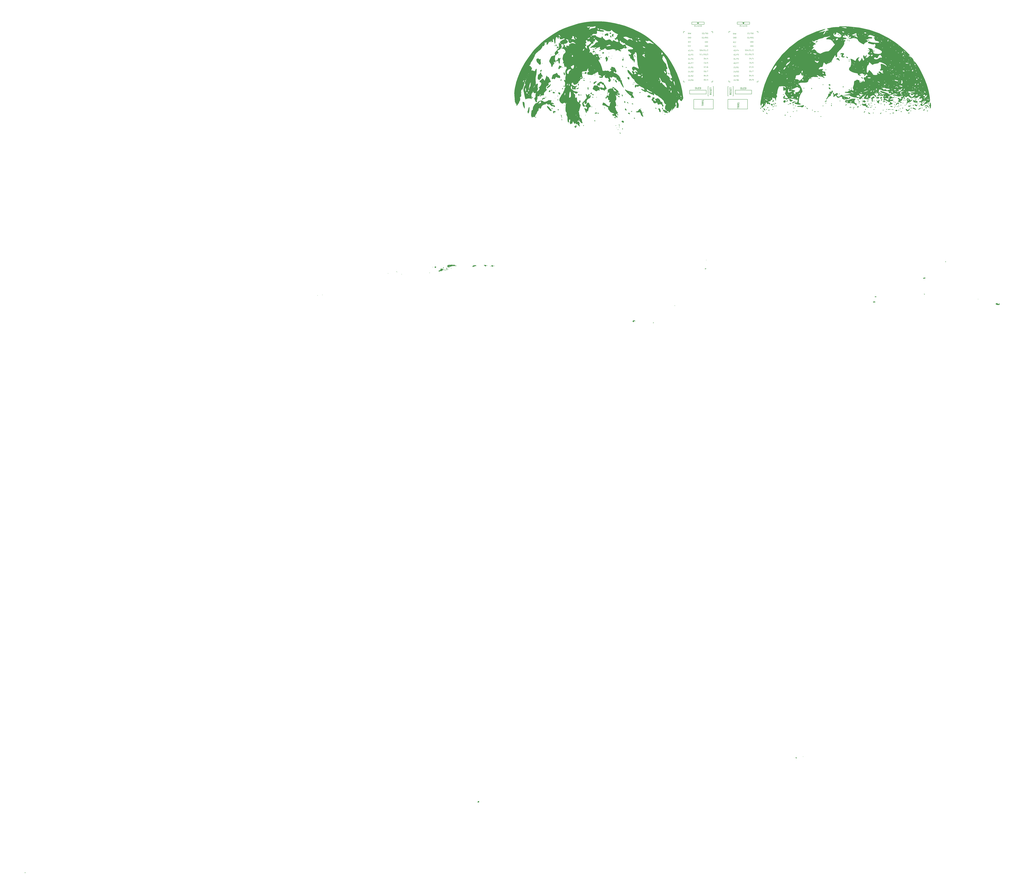
<source format=gto>
G04 #@! TF.GenerationSoftware,KiCad,Pcbnew,(5.1.10-1-10_14)*
G04 #@! TF.CreationDate,2022-01-01T08:02:49-07:00*
G04 #@! TF.ProjectId,corne-cherry,636f726e-652d-4636-9865-7272792e6b69,3.0.1*
G04 #@! TF.SameCoordinates,Original*
G04 #@! TF.FileFunction,Legend,Top*
G04 #@! TF.FilePolarity,Positive*
%FSLAX46Y46*%
G04 Gerber Fmt 4.6, Leading zero omitted, Abs format (unit mm)*
G04 Created by KiCad (PCBNEW (5.1.10-1-10_14)) date 2022-01-01 08:02:49*
%MOMM*%
%LPD*%
G01*
G04 APERTURE LIST*
%ADD10C,0.010000*%
%ADD11C,0.150000*%
%ADD12C,0.125000*%
G04 APERTURE END LIST*
D10*
G36*
X229119514Y-32884236D02*
G01*
X228993260Y-33076646D01*
X228563889Y-33106579D01*
X228112178Y-33003192D01*
X228308125Y-32850815D01*
X228969744Y-32800348D01*
X229119514Y-32884236D01*
G37*
X229119514Y-32884236D02*
X228993260Y-33076646D01*
X228563889Y-33106579D01*
X228112178Y-33003192D01*
X228308125Y-32850815D01*
X228969744Y-32800348D01*
X229119514Y-32884236D01*
G36*
X218933056Y-32434444D02*
G01*
X218874945Y-32686115D01*
X218650834Y-32716667D01*
X218302382Y-32561775D01*
X218368611Y-32434444D01*
X218871009Y-32383780D01*
X218933056Y-32434444D01*
G37*
X218933056Y-32434444D02*
X218874945Y-32686115D01*
X218650834Y-32716667D01*
X218302382Y-32561775D01*
X218368611Y-32434444D01*
X218871009Y-32383780D01*
X218933056Y-32434444D01*
G36*
X219920834Y-33351667D02*
G01*
X219709167Y-33563333D01*
X219497500Y-33351667D01*
X219709167Y-33140000D01*
X219920834Y-33351667D01*
G37*
X219920834Y-33351667D02*
X219709167Y-33563333D01*
X219497500Y-33351667D01*
X219709167Y-33140000D01*
X219920834Y-33351667D01*
G36*
X206173702Y-36608424D02*
G01*
X206046662Y-36923330D01*
X205651591Y-37134449D01*
X205157018Y-37263337D01*
X205359914Y-36953223D01*
X205414611Y-36897469D01*
X205969650Y-36563085D01*
X206173702Y-36608424D01*
G37*
X206173702Y-36608424D02*
X206046662Y-36923330D01*
X205651591Y-37134449D01*
X205157018Y-37263337D01*
X205359914Y-36953223D01*
X205414611Y-36897469D01*
X205969650Y-36563085D01*
X206173702Y-36608424D01*
G36*
X255904167Y-63408333D02*
G01*
X255692500Y-63620000D01*
X255480834Y-63408333D01*
X255692500Y-63196667D01*
X255904167Y-63408333D01*
G37*
X255904167Y-63408333D02*
X255692500Y-63620000D01*
X255480834Y-63408333D01*
X255692500Y-63196667D01*
X255904167Y-63408333D01*
G36*
X243038071Y-67125216D02*
G01*
X243627500Y-67418034D01*
X244585826Y-67943344D01*
X244857394Y-68198938D01*
X244521791Y-68275043D01*
X244384891Y-68276667D01*
X243599133Y-67974091D01*
X243150168Y-67572358D01*
X242814253Y-67113779D01*
X243038071Y-67125216D01*
G37*
X243038071Y-67125216D02*
X243627500Y-67418034D01*
X244585826Y-67943344D01*
X244857394Y-68198938D01*
X244521791Y-68275043D01*
X244384891Y-68276667D01*
X243599133Y-67974091D01*
X243150168Y-67572358D01*
X242814253Y-67113779D01*
X243038071Y-67125216D01*
G36*
X262677500Y-69758333D02*
G01*
X262465834Y-69970000D01*
X262254167Y-69758333D01*
X262465834Y-69546667D01*
X262677500Y-69758333D01*
G37*
X262677500Y-69758333D02*
X262465834Y-69970000D01*
X262254167Y-69758333D01*
X262465834Y-69546667D01*
X262677500Y-69758333D01*
G36*
X236289722Y-70111111D02*
G01*
X236231612Y-70362782D01*
X236007500Y-70393333D01*
X235659049Y-70238442D01*
X235725278Y-70111111D01*
X236227676Y-70060446D01*
X236289722Y-70111111D01*
G37*
X236289722Y-70111111D02*
X236231612Y-70362782D01*
X236007500Y-70393333D01*
X235659049Y-70238442D01*
X235725278Y-70111111D01*
X236227676Y-70060446D01*
X236289722Y-70111111D01*
G36*
X270164684Y-72783451D02*
G01*
X270085834Y-72933333D01*
X269686963Y-73337618D01*
X269612532Y-73356667D01*
X269583649Y-73083215D01*
X269662500Y-72933333D01*
X270061371Y-72529049D01*
X270135801Y-72510000D01*
X270164684Y-72783451D01*
G37*
X270164684Y-72783451D02*
X270085834Y-72933333D01*
X269686963Y-73337618D01*
X269612532Y-73356667D01*
X269583649Y-73083215D01*
X269662500Y-72933333D01*
X270061371Y-72529049D01*
X270135801Y-72510000D01*
X270164684Y-72783451D01*
G36*
X222743056Y-33281111D02*
G01*
X222684945Y-33532782D01*
X222460834Y-33563333D01*
X222112382Y-33408442D01*
X222178611Y-33281111D01*
X222681009Y-33230446D01*
X222743056Y-33281111D01*
G37*
X222743056Y-33281111D02*
X222684945Y-33532782D01*
X222460834Y-33563333D01*
X222112382Y-33408442D01*
X222178611Y-33281111D01*
X222681009Y-33230446D01*
X222743056Y-33281111D01*
G36*
X237136389Y-35821111D02*
G01*
X237078278Y-36072782D01*
X236854167Y-36103333D01*
X236505716Y-35948442D01*
X236571945Y-35821111D01*
X237074342Y-35770446D01*
X237136389Y-35821111D01*
G37*
X237136389Y-35821111D02*
X237078278Y-36072782D01*
X236854167Y-36103333D01*
X236505716Y-35948442D01*
X236571945Y-35821111D01*
X237074342Y-35770446D01*
X237136389Y-35821111D01*
G36*
X224577500Y-35891667D02*
G01*
X224365834Y-36103333D01*
X224154167Y-35891667D01*
X224365834Y-35680000D01*
X224577500Y-35891667D01*
G37*
X224577500Y-35891667D02*
X224365834Y-36103333D01*
X224154167Y-35891667D01*
X224365834Y-35680000D01*
X224577500Y-35891667D01*
G36*
X225424167Y-36315000D02*
G01*
X225212500Y-36526667D01*
X225000834Y-36315000D01*
X225212500Y-36103333D01*
X225424167Y-36315000D01*
G37*
X225424167Y-36315000D02*
X225212500Y-36526667D01*
X225000834Y-36315000D01*
X225212500Y-36103333D01*
X225424167Y-36315000D01*
G36*
X236854167Y-42241667D02*
G01*
X236642500Y-42453333D01*
X236430834Y-42241667D01*
X236642500Y-42030000D01*
X236854167Y-42241667D01*
G37*
X236854167Y-42241667D02*
X236642500Y-42453333D01*
X236430834Y-42241667D01*
X236642500Y-42030000D01*
X236854167Y-42241667D01*
G36*
X240099722Y-42171111D02*
G01*
X240150387Y-42673509D01*
X240099722Y-42735555D01*
X239848051Y-42677445D01*
X239817500Y-42453333D01*
X239972391Y-42104882D01*
X240099722Y-42171111D01*
G37*
X240099722Y-42171111D02*
X240150387Y-42673509D01*
X240099722Y-42735555D01*
X239848051Y-42677445D01*
X239817500Y-42453333D01*
X239972391Y-42104882D01*
X240099722Y-42171111D01*
G36*
X261830834Y-45628333D02*
G01*
X261619167Y-45840000D01*
X261407500Y-45628333D01*
X261619167Y-45416667D01*
X261830834Y-45628333D01*
G37*
X261830834Y-45628333D02*
X261619167Y-45840000D01*
X261407500Y-45628333D01*
X261619167Y-45416667D01*
X261830834Y-45628333D01*
G36*
X221799436Y-43797178D02*
G01*
X221978734Y-44156571D01*
X221605990Y-45008296D01*
X221564919Y-45085354D01*
X221298943Y-45709990D01*
X221554274Y-45782600D01*
X221776586Y-45705810D01*
X222351175Y-45673402D01*
X222460834Y-45853286D01*
X222131915Y-46188409D01*
X221419096Y-46238584D01*
X220733279Y-46010636D01*
X220544373Y-45821456D01*
X220550831Y-45170096D01*
X220790933Y-44753431D01*
X221082227Y-44309063D01*
X220719947Y-44354927D01*
X220615711Y-44393934D01*
X220034349Y-44406653D01*
X219920834Y-44191958D01*
X220282820Y-43839795D01*
X220979167Y-43723333D01*
X221799436Y-43797178D01*
G37*
X221799436Y-43797178D02*
X221978734Y-44156571D01*
X221605990Y-45008296D01*
X221564919Y-45085354D01*
X221298943Y-45709990D01*
X221554274Y-45782600D01*
X221776586Y-45705810D01*
X222351175Y-45673402D01*
X222460834Y-45853286D01*
X222131915Y-46188409D01*
X221419096Y-46238584D01*
X220733279Y-46010636D01*
X220544373Y-45821456D01*
X220550831Y-45170096D01*
X220790933Y-44753431D01*
X221082227Y-44309063D01*
X220719947Y-44354927D01*
X220615711Y-44393934D01*
X220034349Y-44406653D01*
X219920834Y-44191958D01*
X220282820Y-43839795D01*
X220979167Y-43723333D01*
X221799436Y-43797178D01*
G36*
X219497500Y-46051667D02*
G01*
X219285834Y-46263333D01*
X219074167Y-46051667D01*
X219285834Y-45840000D01*
X219497500Y-46051667D01*
G37*
X219497500Y-46051667D02*
X219285834Y-46263333D01*
X219074167Y-46051667D01*
X219285834Y-45840000D01*
X219497500Y-46051667D01*
G36*
X224279323Y-46148929D02*
G01*
X224365834Y-46263333D01*
X224346482Y-46654051D01*
X224204135Y-46686667D01*
X223605677Y-46377738D01*
X223519167Y-46263333D01*
X223538518Y-45872615D01*
X223680866Y-45840000D01*
X224279323Y-46148929D01*
G37*
X224279323Y-46148929D02*
X224365834Y-46263333D01*
X224346482Y-46654051D01*
X224204135Y-46686667D01*
X223605677Y-46377738D01*
X223519167Y-46263333D01*
X223538518Y-45872615D01*
X223680866Y-45840000D01*
X224279323Y-46148929D01*
G36*
X225424167Y-47745000D02*
G01*
X225212500Y-47956667D01*
X225000834Y-47745000D01*
X225212500Y-47533333D01*
X225424167Y-47745000D01*
G37*
X225424167Y-47745000D02*
X225212500Y-47956667D01*
X225000834Y-47745000D01*
X225212500Y-47533333D01*
X225424167Y-47745000D01*
G36*
X218936831Y-46932863D02*
G01*
X219250506Y-47382257D01*
X219371401Y-48087031D01*
X219295798Y-48299480D01*
X219090553Y-48196719D01*
X219074167Y-48027222D01*
X218719207Y-47630106D01*
X218202516Y-47533333D01*
X217617166Y-47370368D01*
X217592500Y-47110000D01*
X218225193Y-46703243D01*
X218936831Y-46932863D01*
G37*
X218936831Y-46932863D02*
X219250506Y-47382257D01*
X219371401Y-48087031D01*
X219295798Y-48299480D01*
X219090553Y-48196719D01*
X219074167Y-48027222D01*
X218719207Y-47630106D01*
X218202516Y-47533333D01*
X217617166Y-47370368D01*
X217592500Y-47110000D01*
X218225193Y-46703243D01*
X218936831Y-46932863D01*
G36*
X225424167Y-48591667D02*
G01*
X225212500Y-48803333D01*
X225000834Y-48591667D01*
X225212500Y-48380000D01*
X225424167Y-48591667D01*
G37*
X225424167Y-48591667D02*
X225212500Y-48803333D01*
X225000834Y-48591667D01*
X225212500Y-48380000D01*
X225424167Y-48591667D01*
G36*
X214840834Y-49015000D02*
G01*
X214629167Y-49226667D01*
X214417500Y-49015000D01*
X214629167Y-48803333D01*
X214840834Y-49015000D01*
G37*
X214840834Y-49015000D02*
X214629167Y-49226667D01*
X214417500Y-49015000D01*
X214629167Y-48803333D01*
X214840834Y-49015000D01*
G36*
X211454167Y-53671667D02*
G01*
X211242500Y-53883333D01*
X211030834Y-53671667D01*
X211242500Y-53460000D01*
X211454167Y-53671667D01*
G37*
X211454167Y-53671667D02*
X211242500Y-53883333D01*
X211030834Y-53671667D01*
X211242500Y-53460000D01*
X211454167Y-53671667D01*
G36*
X233165218Y-58424706D02*
G01*
X233255834Y-58540000D01*
X233404836Y-58920749D01*
X233004317Y-58777348D01*
X232620834Y-58540000D01*
X232295383Y-58200157D01*
X232490016Y-58123149D01*
X233165218Y-58424706D01*
G37*
X233165218Y-58424706D02*
X233255834Y-58540000D01*
X233404836Y-58920749D01*
X233004317Y-58777348D01*
X232620834Y-58540000D01*
X232295383Y-58200157D01*
X232490016Y-58123149D01*
X233165218Y-58424706D01*
G36*
X207503056Y-58681111D02*
G01*
X207444945Y-58932782D01*
X207220834Y-58963333D01*
X206872382Y-58808442D01*
X206938611Y-58681111D01*
X207441009Y-58630446D01*
X207503056Y-58681111D01*
G37*
X207503056Y-58681111D02*
X207444945Y-58932782D01*
X207220834Y-58963333D01*
X206872382Y-58808442D01*
X206938611Y-58681111D01*
X207441009Y-58630446D01*
X207503056Y-58681111D01*
G36*
X202423056Y-58681111D02*
G01*
X202473720Y-59183509D01*
X202423056Y-59245555D01*
X202171385Y-59187445D01*
X202140834Y-58963333D01*
X202295725Y-58614882D01*
X202423056Y-58681111D01*
G37*
X202423056Y-58681111D02*
X202473720Y-59183509D01*
X202423056Y-59245555D01*
X202171385Y-59187445D01*
X202140834Y-58963333D01*
X202295725Y-58614882D01*
X202423056Y-58681111D01*
G36*
X232479722Y-60797778D02*
G01*
X232421612Y-61049449D01*
X232197500Y-61080000D01*
X231849049Y-60925109D01*
X231915278Y-60797778D01*
X232417676Y-60747113D01*
X232479722Y-60797778D01*
G37*
X232479722Y-60797778D02*
X232421612Y-61049449D01*
X232197500Y-61080000D01*
X231849049Y-60925109D01*
X231915278Y-60797778D01*
X232417676Y-60747113D01*
X232479722Y-60797778D01*
G36*
X209760834Y-62561667D02*
G01*
X209549167Y-62773333D01*
X209337500Y-62561667D01*
X209549167Y-62350000D01*
X209760834Y-62561667D01*
G37*
X209760834Y-62561667D02*
X209549167Y-62773333D01*
X209337500Y-62561667D01*
X209549167Y-62350000D01*
X209760834Y-62561667D01*
G36*
X213913394Y-62571022D02*
G01*
X213994167Y-62773333D01*
X213690329Y-63184549D01*
X213595817Y-63196667D01*
X213022482Y-62888946D01*
X212935834Y-62773333D01*
X213031803Y-62410917D01*
X213334183Y-62350000D01*
X213913394Y-62571022D01*
G37*
X213913394Y-62571022D02*
X213994167Y-62773333D01*
X213690329Y-63184549D01*
X213595817Y-63196667D01*
X213022482Y-62888946D01*
X212935834Y-62773333D01*
X213031803Y-62410917D01*
X213334183Y-62350000D01*
X213913394Y-62571022D01*
G36*
X221896389Y-63761111D02*
G01*
X221838278Y-64012782D01*
X221614167Y-64043333D01*
X221265716Y-63888442D01*
X221331945Y-63761111D01*
X221834342Y-63710446D01*
X221896389Y-63761111D01*
G37*
X221896389Y-63761111D02*
X221838278Y-64012782D01*
X221614167Y-64043333D01*
X221265716Y-63888442D01*
X221331945Y-63761111D01*
X221834342Y-63710446D01*
X221896389Y-63761111D01*
G36*
X226694167Y-64678333D02*
G01*
X226482500Y-64890000D01*
X226270834Y-64678333D01*
X226482500Y-64466667D01*
X226694167Y-64678333D01*
G37*
X226694167Y-64678333D02*
X226482500Y-64890000D01*
X226270834Y-64678333D01*
X226482500Y-64466667D01*
X226694167Y-64678333D01*
G36*
X198330834Y-64678333D02*
G01*
X198119167Y-64890000D01*
X197907500Y-64678333D01*
X198119167Y-64466667D01*
X198330834Y-64678333D01*
G37*
X198330834Y-64678333D02*
X198119167Y-64890000D01*
X197907500Y-64678333D01*
X198119167Y-64466667D01*
X198330834Y-64678333D01*
G36*
X213380726Y-64321851D02*
G01*
X213900024Y-64731875D01*
X213946508Y-65171976D01*
X213616125Y-65313333D01*
X213150329Y-64977398D01*
X213002685Y-64699892D01*
X213021471Y-64270347D01*
X213380726Y-64321851D01*
G37*
X213380726Y-64321851D02*
X213900024Y-64731875D01*
X213946508Y-65171976D01*
X213616125Y-65313333D01*
X213150329Y-64977398D01*
X213002685Y-64699892D01*
X213021471Y-64270347D01*
X213380726Y-64321851D01*
G36*
X202846389Y-64607778D02*
G01*
X202897054Y-65110175D01*
X202846389Y-65172222D01*
X202594718Y-65114111D01*
X202564167Y-64890000D01*
X202719058Y-64541549D01*
X202846389Y-64607778D01*
G37*
X202846389Y-64607778D02*
X202897054Y-65110175D01*
X202846389Y-65172222D01*
X202594718Y-65114111D01*
X202564167Y-64890000D01*
X202719058Y-64541549D01*
X202846389Y-64607778D01*
G36*
X225732847Y-65480903D02*
G01*
X225606593Y-65673313D01*
X225177222Y-65703245D01*
X224725511Y-65599859D01*
X224921459Y-65447482D01*
X225583078Y-65397014D01*
X225732847Y-65480903D01*
G37*
X225732847Y-65480903D02*
X225606593Y-65673313D01*
X225177222Y-65703245D01*
X224725511Y-65599859D01*
X224921459Y-65447482D01*
X225583078Y-65397014D01*
X225732847Y-65480903D01*
G36*
X241369722Y-67571111D02*
G01*
X241420387Y-68073509D01*
X241369722Y-68135555D01*
X241118051Y-68077445D01*
X241087500Y-67853333D01*
X241242391Y-67504882D01*
X241369722Y-67571111D01*
G37*
X241369722Y-67571111D02*
X241420387Y-68073509D01*
X241369722Y-68135555D01*
X241118051Y-68077445D01*
X241087500Y-67853333D01*
X241242391Y-67504882D01*
X241369722Y-67571111D01*
G36*
X219497500Y-68065000D02*
G01*
X219285834Y-68276667D01*
X219074167Y-68065000D01*
X219285834Y-67853333D01*
X219497500Y-68065000D01*
G37*
X219497500Y-68065000D02*
X219285834Y-68276667D01*
X219074167Y-68065000D01*
X219285834Y-67853333D01*
X219497500Y-68065000D01*
G36*
X186054167Y-68488333D02*
G01*
X185842500Y-68700000D01*
X185630834Y-68488333D01*
X185842500Y-68276667D01*
X186054167Y-68488333D01*
G37*
X186054167Y-68488333D02*
X185842500Y-68700000D01*
X185630834Y-68488333D01*
X185842500Y-68276667D01*
X186054167Y-68488333D01*
G36*
X253364167Y-70181667D02*
G01*
X253152500Y-70393333D01*
X252940834Y-70181667D01*
X253152500Y-69970000D01*
X253364167Y-70181667D01*
G37*
X253364167Y-70181667D02*
X253152500Y-70393333D01*
X252940834Y-70181667D01*
X253152500Y-69970000D01*
X253364167Y-70181667D01*
G36*
X243056705Y-70152095D02*
G01*
X243204167Y-70393333D01*
X242841138Y-70708864D01*
X242120850Y-70816667D01*
X241400596Y-70682285D01*
X241299167Y-70393333D01*
X241896266Y-70037705D01*
X242382484Y-69970000D01*
X243056705Y-70152095D01*
G37*
X243056705Y-70152095D02*
X243204167Y-70393333D01*
X242841138Y-70708864D01*
X242120850Y-70816667D01*
X241400596Y-70682285D01*
X241299167Y-70393333D01*
X241896266Y-70037705D01*
X242382484Y-69970000D01*
X243056705Y-70152095D01*
G36*
X244849918Y-70196545D02*
G01*
X244897500Y-70348041D01*
X244563959Y-70820797D01*
X244333056Y-70942680D01*
X243837006Y-70821251D01*
X243768611Y-70564639D01*
X244088573Y-70029040D01*
X244333056Y-69970000D01*
X244849918Y-70196545D01*
G37*
X244849918Y-70196545D02*
X244897500Y-70348041D01*
X244563959Y-70820797D01*
X244333056Y-70942680D01*
X243837006Y-70821251D01*
X243768611Y-70564639D01*
X244088573Y-70029040D01*
X244333056Y-69970000D01*
X244849918Y-70196545D01*
G36*
X233467500Y-71028333D02*
G01*
X233255834Y-71240000D01*
X233044167Y-71028333D01*
X233255834Y-70816667D01*
X233467500Y-71028333D01*
G37*
X233467500Y-71028333D02*
X233255834Y-71240000D01*
X233044167Y-71028333D01*
X233255834Y-70816667D01*
X233467500Y-71028333D01*
G36*
X266910834Y-71451667D02*
G01*
X266699167Y-71663333D01*
X266487500Y-71451667D01*
X266699167Y-71240000D01*
X266910834Y-71451667D01*
G37*
X266910834Y-71451667D02*
X266699167Y-71663333D01*
X266487500Y-71451667D01*
X266699167Y-71240000D01*
X266910834Y-71451667D01*
G36*
X216059663Y-67773329D02*
G01*
X216110834Y-68074759D01*
X216196051Y-68478555D01*
X216599008Y-68381295D01*
X217118045Y-68059567D01*
X217859702Y-67638828D01*
X218216641Y-67729950D01*
X218383196Y-68071795D01*
X218420898Y-68521359D01*
X218222651Y-68485336D01*
X217857284Y-68575423D01*
X217804167Y-68841391D01*
X218132470Y-69519367D01*
X218860959Y-69777279D01*
X219605004Y-69512719D01*
X219744668Y-69358040D01*
X220374491Y-68817994D01*
X220958187Y-68737894D01*
X221190834Y-69118330D01*
X221564911Y-69440176D01*
X222499335Y-69735273D01*
X222876472Y-69806205D01*
X223869898Y-70052887D01*
X224338037Y-70347869D01*
X224333155Y-70446208D01*
X224398752Y-70797692D01*
X224517239Y-70816667D01*
X225020258Y-70482710D01*
X225119266Y-70287500D01*
X225484925Y-69994638D01*
X225655488Y-70082889D01*
X225773938Y-70563223D01*
X225124490Y-70986033D01*
X223785824Y-71306324D01*
X223429893Y-71355677D01*
X221991682Y-71387992D01*
X221187925Y-71022772D01*
X221155558Y-70985829D01*
X221014778Y-70715455D01*
X221797775Y-70715455D01*
X222213889Y-70783245D01*
X222762959Y-70705413D01*
X222767513Y-70605000D01*
X223307500Y-70605000D01*
X223519167Y-70816667D01*
X223730834Y-70605000D01*
X223519167Y-70393333D01*
X223307500Y-70605000D01*
X222767513Y-70605000D01*
X222769514Y-70560903D01*
X222202929Y-70459846D01*
X221958125Y-70527482D01*
X221797775Y-70715455D01*
X221014778Y-70715455D01*
X220901857Y-70498588D01*
X221011999Y-70393333D01*
X221072079Y-70161624D01*
X220852167Y-69885333D01*
X220276099Y-69595307D01*
X219836167Y-69885333D01*
X218931081Y-70360826D01*
X218064188Y-70184244D01*
X217592088Y-69545368D01*
X217310189Y-68964898D01*
X216889852Y-69138860D01*
X216686656Y-69333701D01*
X215993350Y-69899199D01*
X215726527Y-69821602D01*
X215806685Y-69440833D01*
X215788844Y-68646660D01*
X215615402Y-68170833D01*
X215464733Y-67544983D01*
X215672606Y-67430000D01*
X216059663Y-67773329D01*
G37*
X216059663Y-67773329D02*
X216110834Y-68074759D01*
X216196051Y-68478555D01*
X216599008Y-68381295D01*
X217118045Y-68059567D01*
X217859702Y-67638828D01*
X218216641Y-67729950D01*
X218383196Y-68071795D01*
X218420898Y-68521359D01*
X218222651Y-68485336D01*
X217857284Y-68575423D01*
X217804167Y-68841391D01*
X218132470Y-69519367D01*
X218860959Y-69777279D01*
X219605004Y-69512719D01*
X219744668Y-69358040D01*
X220374491Y-68817994D01*
X220958187Y-68737894D01*
X221190834Y-69118330D01*
X221564911Y-69440176D01*
X222499335Y-69735273D01*
X222876472Y-69806205D01*
X223869898Y-70052887D01*
X224338037Y-70347869D01*
X224333155Y-70446208D01*
X224398752Y-70797692D01*
X224517239Y-70816667D01*
X225020258Y-70482710D01*
X225119266Y-70287500D01*
X225484925Y-69994638D01*
X225655488Y-70082889D01*
X225773938Y-70563223D01*
X225124490Y-70986033D01*
X223785824Y-71306324D01*
X223429893Y-71355677D01*
X221991682Y-71387992D01*
X221187925Y-71022772D01*
X221155558Y-70985829D01*
X221014778Y-70715455D01*
X221797775Y-70715455D01*
X222213889Y-70783245D01*
X222762959Y-70705413D01*
X222767513Y-70605000D01*
X223307500Y-70605000D01*
X223519167Y-70816667D01*
X223730834Y-70605000D01*
X223519167Y-70393333D01*
X223307500Y-70605000D01*
X222767513Y-70605000D01*
X222769514Y-70560903D01*
X222202929Y-70459846D01*
X221958125Y-70527482D01*
X221797775Y-70715455D01*
X221014778Y-70715455D01*
X220901857Y-70498588D01*
X221011999Y-70393333D01*
X221072079Y-70161624D01*
X220852167Y-69885333D01*
X220276099Y-69595307D01*
X219836167Y-69885333D01*
X218931081Y-70360826D01*
X218064188Y-70184244D01*
X217592088Y-69545368D01*
X217310189Y-68964898D01*
X216889852Y-69138860D01*
X216686656Y-69333701D01*
X215993350Y-69899199D01*
X215726527Y-69821602D01*
X215806685Y-69440833D01*
X215788844Y-68646660D01*
X215615402Y-68170833D01*
X215464733Y-67544983D01*
X215672606Y-67430000D01*
X216059663Y-67773329D01*
G36*
X215376868Y-66295597D02*
G01*
X215279188Y-66847543D01*
X215118504Y-67215030D01*
X214648664Y-67990703D01*
X214286683Y-68273364D01*
X214139990Y-68545655D01*
X214223444Y-68728494D01*
X214118520Y-69178125D01*
X213694362Y-69391703D01*
X212901197Y-69888365D01*
X212181366Y-70739042D01*
X211707546Y-71392802D01*
X211481989Y-71487364D01*
X211478895Y-71451667D01*
X211714823Y-70811536D01*
X212102630Y-70206588D01*
X212598179Y-69246494D01*
X212724167Y-68619088D01*
X213071205Y-67963357D01*
X213676667Y-67804226D01*
X214252759Y-67733340D01*
X214016039Y-67596820D01*
X213883151Y-67560521D01*
X213367114Y-67235096D01*
X213367541Y-66993116D01*
X213897773Y-66802393D01*
X214288836Y-66885429D01*
X214755485Y-66937703D01*
X214673629Y-66655274D01*
X214700924Y-66225184D01*
X214987687Y-66160000D01*
X215376868Y-66295597D01*
G37*
X215376868Y-66295597D02*
X215279188Y-66847543D01*
X215118504Y-67215030D01*
X214648664Y-67990703D01*
X214286683Y-68273364D01*
X214139990Y-68545655D01*
X214223444Y-68728494D01*
X214118520Y-69178125D01*
X213694362Y-69391703D01*
X212901197Y-69888365D01*
X212181366Y-70739042D01*
X211707546Y-71392802D01*
X211481989Y-71487364D01*
X211478895Y-71451667D01*
X211714823Y-70811536D01*
X212102630Y-70206588D01*
X212598179Y-69246494D01*
X212724167Y-68619088D01*
X213071205Y-67963357D01*
X213676667Y-67804226D01*
X214252759Y-67733340D01*
X214016039Y-67596820D01*
X213883151Y-67560521D01*
X213367114Y-67235096D01*
X213367541Y-66993116D01*
X213897773Y-66802393D01*
X214288836Y-66885429D01*
X214755485Y-66937703D01*
X214673629Y-66655274D01*
X214700924Y-66225184D01*
X214987687Y-66160000D01*
X215376868Y-66295597D01*
G36*
X192827500Y-71451667D02*
G01*
X192615834Y-71663333D01*
X192404167Y-71451667D01*
X192615834Y-71240000D01*
X192827500Y-71451667D01*
G37*
X192827500Y-71451667D02*
X192615834Y-71663333D01*
X192404167Y-71451667D01*
X192615834Y-71240000D01*
X192827500Y-71451667D01*
G36*
X265426170Y-71668182D02*
G01*
X264973387Y-72019110D01*
X264488162Y-72078003D01*
X264370834Y-71920292D01*
X264702898Y-71648409D01*
X265027820Y-71501807D01*
X265464817Y-71472221D01*
X265426170Y-71668182D01*
G37*
X265426170Y-71668182D02*
X264973387Y-72019110D01*
X264488162Y-72078003D01*
X264370834Y-71920292D01*
X264702898Y-71648409D01*
X265027820Y-71501807D01*
X265464817Y-71472221D01*
X265426170Y-71668182D01*
G36*
X258867500Y-71875000D02*
G01*
X258655834Y-72086667D01*
X258444167Y-71875000D01*
X258655834Y-71663333D01*
X258867500Y-71875000D01*
G37*
X258867500Y-71875000D02*
X258655834Y-72086667D01*
X258444167Y-71875000D01*
X258655834Y-71663333D01*
X258867500Y-71875000D01*
G36*
X258020834Y-71875000D02*
G01*
X257809167Y-72086667D01*
X257597500Y-71875000D01*
X257809167Y-71663333D01*
X258020834Y-71875000D01*
G37*
X258020834Y-71875000D02*
X257809167Y-72086667D01*
X257597500Y-71875000D01*
X257809167Y-71663333D01*
X258020834Y-71875000D01*
G36*
X244892647Y-71567529D02*
G01*
X244897500Y-71663333D01*
X244572062Y-72070399D01*
X244449183Y-72086667D01*
X244196353Y-71827317D01*
X244262500Y-71663333D01*
X244642911Y-71259480D01*
X244710817Y-71240000D01*
X244892647Y-71567529D01*
G37*
X244892647Y-71567529D02*
X244897500Y-71663333D01*
X244572062Y-72070399D01*
X244449183Y-72086667D01*
X244196353Y-71827317D01*
X244262500Y-71663333D01*
X244642911Y-71259480D01*
X244710817Y-71240000D01*
X244892647Y-71567529D01*
G36*
X241934167Y-71875000D02*
G01*
X241722500Y-72086667D01*
X241510834Y-71875000D01*
X241722500Y-71663333D01*
X241934167Y-71875000D01*
G37*
X241934167Y-71875000D02*
X241722500Y-72086667D01*
X241510834Y-71875000D01*
X241722500Y-71663333D01*
X241934167Y-71875000D01*
G36*
X230438758Y-71411242D02*
G01*
X230889659Y-71804765D01*
X230927500Y-71899984D01*
X230726596Y-72073979D01*
X230308317Y-71684100D01*
X230252075Y-71597925D01*
X230202180Y-71308240D01*
X230438758Y-71411242D01*
G37*
X230438758Y-71411242D02*
X230889659Y-71804765D01*
X230927500Y-71899984D01*
X230726596Y-72073979D01*
X230308317Y-71684100D01*
X230252075Y-71597925D01*
X230202180Y-71308240D01*
X230438758Y-71411242D01*
G36*
X240240834Y-72298333D02*
G01*
X240029167Y-72510000D01*
X239817500Y-72298333D01*
X240029167Y-72086667D01*
X240240834Y-72298333D01*
G37*
X240240834Y-72298333D02*
X240029167Y-72510000D01*
X239817500Y-72298333D01*
X240029167Y-72086667D01*
X240240834Y-72298333D01*
G36*
X236739514Y-72254236D02*
G01*
X236613260Y-72446646D01*
X236183889Y-72476579D01*
X235732178Y-72373192D01*
X235928125Y-72220815D01*
X236589744Y-72170348D01*
X236739514Y-72254236D01*
G37*
X236739514Y-72254236D02*
X236613260Y-72446646D01*
X236183889Y-72476579D01*
X235732178Y-72373192D01*
X235928125Y-72220815D01*
X236589744Y-72170348D01*
X236739514Y-72254236D01*
G36*
X219920834Y-72298333D02*
G01*
X219709167Y-72510000D01*
X219497500Y-72298333D01*
X219709167Y-72086667D01*
X219920834Y-72298333D01*
G37*
X219920834Y-72298333D02*
X219709167Y-72510000D01*
X219497500Y-72298333D01*
X219709167Y-72086667D01*
X219920834Y-72298333D01*
G36*
X252094167Y-72721667D02*
G01*
X251882500Y-72933333D01*
X251670834Y-72721667D01*
X251882500Y-72510000D01*
X252094167Y-72721667D01*
G37*
X252094167Y-72721667D02*
X251882500Y-72933333D01*
X251670834Y-72721667D01*
X251882500Y-72510000D01*
X252094167Y-72721667D01*
G36*
X246778100Y-72549479D02*
G01*
X246314984Y-72839763D01*
X245676674Y-72944868D01*
X245323056Y-72794875D01*
X245320834Y-72771040D01*
X245669905Y-72548692D01*
X246168084Y-72387187D01*
X246741017Y-72359307D01*
X246778100Y-72549479D01*
G37*
X246778100Y-72549479D02*
X246314984Y-72839763D01*
X245676674Y-72944868D01*
X245323056Y-72794875D01*
X245320834Y-72771040D01*
X245669905Y-72548692D01*
X246168084Y-72387187D01*
X246741017Y-72359307D01*
X246778100Y-72549479D01*
G36*
X240131350Y-69748549D02*
G01*
X240304334Y-70181667D01*
X239970407Y-70669522D01*
X239790324Y-70755170D01*
X239489365Y-70678752D01*
X239612316Y-70382844D01*
X239714330Y-70033575D01*
X239526653Y-70099786D01*
X239250279Y-70666487D01*
X239181520Y-71646861D01*
X239200103Y-72645075D01*
X239061864Y-72887331D01*
X238759167Y-72510000D01*
X238680555Y-71824166D01*
X238736821Y-71699490D01*
X238655726Y-71239213D01*
X238493441Y-71151425D01*
X238344095Y-70788432D01*
X238751607Y-70249702D01*
X239541418Y-69716315D01*
X240131350Y-69748549D01*
G37*
X240131350Y-69748549D02*
X240304334Y-70181667D01*
X239970407Y-70669522D01*
X239790324Y-70755170D01*
X239489365Y-70678752D01*
X239612316Y-70382844D01*
X239714330Y-70033575D01*
X239526653Y-70099786D01*
X239250279Y-70666487D01*
X239181520Y-71646861D01*
X239200103Y-72645075D01*
X239061864Y-72887331D01*
X238759167Y-72510000D01*
X238680555Y-71824166D01*
X238736821Y-71699490D01*
X238655726Y-71239213D01*
X238493441Y-71151425D01*
X238344095Y-70788432D01*
X238751607Y-70249702D01*
X239541418Y-69716315D01*
X240131350Y-69748549D01*
G36*
X231659514Y-72677569D02*
G01*
X231533260Y-72869979D01*
X231103889Y-72899912D01*
X230652178Y-72796526D01*
X230848125Y-72644148D01*
X231509744Y-72593681D01*
X231659514Y-72677569D01*
G37*
X231659514Y-72677569D02*
X231533260Y-72869979D01*
X231103889Y-72899912D01*
X230652178Y-72796526D01*
X230848125Y-72644148D01*
X231509744Y-72593681D01*
X231659514Y-72677569D01*
G36*
X211677035Y-72168424D02*
G01*
X211549995Y-72483330D01*
X211154924Y-72694449D01*
X210660351Y-72823337D01*
X210863248Y-72513223D01*
X210917945Y-72457469D01*
X211472984Y-72123085D01*
X211677035Y-72168424D01*
G37*
X211677035Y-72168424D02*
X211549995Y-72483330D01*
X211154924Y-72694449D01*
X210660351Y-72823337D01*
X210863248Y-72513223D01*
X210917945Y-72457469D01*
X211472984Y-72123085D01*
X211677035Y-72168424D01*
G36*
X189764816Y-71085194D02*
G01*
X190413401Y-71567382D01*
X190882591Y-71720194D01*
X191419382Y-71918766D01*
X191176182Y-72280843D01*
X191094257Y-72347324D01*
X190316111Y-72660771D01*
X189970000Y-72629547D01*
X189547999Y-72105479D01*
X189447316Y-71522222D01*
X189555598Y-70971980D01*
X189764816Y-71085194D01*
G37*
X189764816Y-71085194D02*
X190413401Y-71567382D01*
X190882591Y-71720194D01*
X191419382Y-71918766D01*
X191176182Y-72280843D01*
X191094257Y-72347324D01*
X190316111Y-72660771D01*
X189970000Y-72629547D01*
X189547999Y-72105479D01*
X189447316Y-71522222D01*
X189555598Y-70971980D01*
X189764816Y-71085194D01*
G36*
X188406546Y-71946136D02*
G01*
X188332359Y-72276346D01*
X187990747Y-72872215D01*
X187769853Y-72772395D01*
X187747500Y-72534984D01*
X188054959Y-71960935D01*
X188165984Y-71877997D01*
X188406546Y-71946136D01*
G37*
X188406546Y-71946136D02*
X188332359Y-72276346D01*
X187990747Y-72872215D01*
X187769853Y-72772395D01*
X187747500Y-72534984D01*
X188054959Y-71960935D01*
X188165984Y-71877997D01*
X188406546Y-71946136D01*
G36*
X180094885Y-71894351D02*
G01*
X180127500Y-72036699D01*
X179818571Y-72635156D01*
X179704167Y-72721667D01*
X179313449Y-72702315D01*
X179280834Y-72559968D01*
X179589762Y-71961510D01*
X179704167Y-71875000D01*
X180094885Y-71894351D01*
G37*
X180094885Y-71894351D02*
X180127500Y-72036699D01*
X179818571Y-72635156D01*
X179704167Y-72721667D01*
X179313449Y-72702315D01*
X179280834Y-72559968D01*
X179589762Y-71961510D01*
X179704167Y-71875000D01*
X180094885Y-71894351D01*
G36*
X263910651Y-72041539D02*
G01*
X264600969Y-72436438D01*
X265174753Y-72398518D01*
X265783401Y-72345985D01*
X265850447Y-72513322D01*
X265962079Y-72955750D01*
X266167363Y-73083082D01*
X266172258Y-73212302D01*
X265503250Y-73246563D01*
X265302235Y-73239252D01*
X264292647Y-73141968D01*
X263729200Y-72994714D01*
X263714735Y-72982790D01*
X263548321Y-72444710D01*
X263530649Y-72121944D01*
X263609117Y-71692927D01*
X263910651Y-72041539D01*
G37*
X263910651Y-72041539D02*
X264600969Y-72436438D01*
X265174753Y-72398518D01*
X265783401Y-72345985D01*
X265850447Y-72513322D01*
X265962079Y-72955750D01*
X266167363Y-73083082D01*
X266172258Y-73212302D01*
X265503250Y-73246563D01*
X265302235Y-73239252D01*
X264292647Y-73141968D01*
X263729200Y-72994714D01*
X263714735Y-72982790D01*
X263548321Y-72444710D01*
X263530649Y-72121944D01*
X263609117Y-71692927D01*
X263910651Y-72041539D01*
G36*
X252940834Y-73145000D02*
G01*
X252729167Y-73356667D01*
X252517500Y-73145000D01*
X252729167Y-72933333D01*
X252940834Y-73145000D01*
G37*
X252940834Y-73145000D02*
X252729167Y-73356667D01*
X252517500Y-73145000D01*
X252729167Y-72933333D01*
X252940834Y-73145000D01*
G36*
X247719722Y-73074444D02*
G01*
X247661612Y-73326115D01*
X247437500Y-73356667D01*
X247089049Y-73201775D01*
X247155278Y-73074444D01*
X247657676Y-73023780D01*
X247719722Y-73074444D01*
G37*
X247719722Y-73074444D02*
X247661612Y-73326115D01*
X247437500Y-73356667D01*
X247089049Y-73201775D01*
X247155278Y-73074444D01*
X247657676Y-73023780D01*
X247719722Y-73074444D01*
G36*
X234307684Y-72005817D02*
G01*
X234513748Y-72381390D01*
X234666945Y-72341939D01*
X234985871Y-72458027D01*
X235019722Y-72669733D01*
X234727744Y-73145925D01*
X234022566Y-73120141D01*
X233160323Y-72608899D01*
X233089815Y-72545278D01*
X232748622Y-72181419D01*
X232950646Y-72271112D01*
X233612369Y-72371282D01*
X233916616Y-72059445D01*
X234232676Y-71703629D01*
X234307684Y-72005817D01*
G37*
X234307684Y-72005817D02*
X234513748Y-72381390D01*
X234666945Y-72341939D01*
X234985871Y-72458027D01*
X235019722Y-72669733D01*
X234727744Y-73145925D01*
X234022566Y-73120141D01*
X233160323Y-72608899D01*
X233089815Y-72545278D01*
X232748622Y-72181419D01*
X232950646Y-72271112D01*
X233612369Y-72371282D01*
X233916616Y-72059445D01*
X234232676Y-71703629D01*
X234307684Y-72005817D01*
G36*
X187245410Y-72314681D02*
G01*
X187112500Y-72933333D01*
X186508886Y-73339990D01*
X185902768Y-73027773D01*
X185872145Y-72981300D01*
X185950969Y-72437510D01*
X186232806Y-72114077D01*
X186876302Y-71924158D01*
X187245410Y-72314681D01*
G37*
X187245410Y-72314681D02*
X187112500Y-72933333D01*
X186508886Y-73339990D01*
X185902768Y-73027773D01*
X185872145Y-72981300D01*
X185950969Y-72437510D01*
X186232806Y-72114077D01*
X186876302Y-71924158D01*
X187245410Y-72314681D01*
G36*
X261407500Y-73568333D02*
G01*
X261195834Y-73780000D01*
X260984167Y-73568333D01*
X261195834Y-73356667D01*
X261407500Y-73568333D01*
G37*
X261407500Y-73568333D02*
X261195834Y-73780000D01*
X260984167Y-73568333D01*
X261195834Y-73356667D01*
X261407500Y-73568333D01*
G36*
X260720072Y-71044360D02*
G01*
X261168746Y-71474891D01*
X261469919Y-71413090D01*
X261762741Y-71360090D01*
X261659592Y-71597925D01*
X261578259Y-72024185D01*
X261980215Y-72011187D01*
X262630885Y-71568577D01*
X262642622Y-71557500D01*
X262960744Y-71312938D01*
X262805955Y-71674930D01*
X262625457Y-71980833D01*
X261938173Y-72702729D01*
X261330653Y-72933333D01*
X260563085Y-73153851D01*
X260349167Y-73356667D01*
X259730924Y-73759159D01*
X259583350Y-73773517D01*
X259366644Y-73634589D01*
X259652041Y-73404021D01*
X260005041Y-72910609D01*
X259766770Y-72184956D01*
X259573532Y-71500828D01*
X259858016Y-71500828D01*
X259925834Y-71663333D01*
X260486629Y-72070862D01*
X260610801Y-72086667D01*
X260840318Y-71825838D01*
X260772500Y-71663333D01*
X260211705Y-71255805D01*
X260087532Y-71240000D01*
X259858016Y-71500828D01*
X259573532Y-71500828D01*
X259536687Y-71370386D01*
X259885291Y-70850314D01*
X260426262Y-70626824D01*
X260720072Y-71044360D01*
G37*
X260720072Y-71044360D02*
X261168746Y-71474891D01*
X261469919Y-71413090D01*
X261762741Y-71360090D01*
X261659592Y-71597925D01*
X261578259Y-72024185D01*
X261980215Y-72011187D01*
X262630885Y-71568577D01*
X262642622Y-71557500D01*
X262960744Y-71312938D01*
X262805955Y-71674930D01*
X262625457Y-71980833D01*
X261938173Y-72702729D01*
X261330653Y-72933333D01*
X260563085Y-73153851D01*
X260349167Y-73356667D01*
X259730924Y-73759159D01*
X259583350Y-73773517D01*
X259366644Y-73634589D01*
X259652041Y-73404021D01*
X260005041Y-72910609D01*
X259766770Y-72184956D01*
X259573532Y-71500828D01*
X259858016Y-71500828D01*
X259925834Y-71663333D01*
X260486629Y-72070862D01*
X260610801Y-72086667D01*
X260840318Y-71825838D01*
X260772500Y-71663333D01*
X260211705Y-71255805D01*
X260087532Y-71240000D01*
X259858016Y-71500828D01*
X259573532Y-71500828D01*
X259536687Y-71370386D01*
X259885291Y-70850314D01*
X260426262Y-70626824D01*
X260720072Y-71044360D01*
G36*
X257597500Y-73568333D02*
G01*
X257385834Y-73780000D01*
X257174167Y-73568333D01*
X257385834Y-73356667D01*
X257597500Y-73568333D01*
G37*
X257597500Y-73568333D02*
X257385834Y-73780000D01*
X257174167Y-73568333D01*
X257385834Y-73356667D01*
X257597500Y-73568333D01*
G36*
X243492123Y-71916823D02*
G01*
X243238964Y-72256405D01*
X242919608Y-72982101D01*
X242981039Y-73338122D01*
X243125249Y-73744573D01*
X242685632Y-73571447D01*
X242190042Y-73229674D01*
X241736727Y-72813238D01*
X241913880Y-72496653D01*
X242603706Y-72147957D01*
X243366765Y-71831384D01*
X243492123Y-71916823D01*
G37*
X243492123Y-71916823D02*
X243238964Y-72256405D01*
X242919608Y-72982101D01*
X242981039Y-73338122D01*
X243125249Y-73744573D01*
X242685632Y-73571447D01*
X242190042Y-73229674D01*
X241736727Y-72813238D01*
X241913880Y-72496653D01*
X242603706Y-72147957D01*
X243366765Y-71831384D01*
X243492123Y-71916823D01*
G36*
X238547500Y-73568333D02*
G01*
X238335834Y-73780000D01*
X238124167Y-73568333D01*
X238335834Y-73356667D01*
X238547500Y-73568333D01*
G37*
X238547500Y-73568333D02*
X238335834Y-73780000D01*
X238124167Y-73568333D01*
X238335834Y-73356667D01*
X238547500Y-73568333D01*
G36*
X233467500Y-73568333D02*
G01*
X233255834Y-73780000D01*
X233044167Y-73568333D01*
X233255834Y-73356667D01*
X233467500Y-73568333D01*
G37*
X233467500Y-73568333D02*
X233255834Y-73780000D01*
X233044167Y-73568333D01*
X233255834Y-73356667D01*
X233467500Y-73568333D01*
G36*
X231350834Y-73568333D02*
G01*
X231139167Y-73780000D01*
X230927500Y-73568333D01*
X231139167Y-73356667D01*
X231350834Y-73568333D01*
G37*
X231350834Y-73568333D02*
X231139167Y-73780000D01*
X230927500Y-73568333D01*
X231139167Y-73356667D01*
X231350834Y-73568333D01*
G36*
X211454167Y-73568333D02*
G01*
X211242500Y-73780000D01*
X211030834Y-73568333D01*
X211242500Y-73356667D01*
X211454167Y-73568333D01*
G37*
X211454167Y-73568333D02*
X211242500Y-73780000D01*
X211030834Y-73568333D01*
X211242500Y-73356667D01*
X211454167Y-73568333D01*
G36*
X193141625Y-72683014D02*
G01*
X193026127Y-72893832D01*
X192686389Y-72933333D01*
X192079146Y-73141780D01*
X191980834Y-73356667D01*
X191658687Y-73767698D01*
X191557500Y-73780000D01*
X191146259Y-73478769D01*
X191134167Y-73385194D01*
X191483279Y-72967568D01*
X192236941Y-72651936D01*
X192954639Y-72592385D01*
X193141625Y-72683014D01*
G37*
X193141625Y-72683014D02*
X193026127Y-72893832D01*
X192686389Y-72933333D01*
X192079146Y-73141780D01*
X191980834Y-73356667D01*
X191658687Y-73767698D01*
X191557500Y-73780000D01*
X191146259Y-73478769D01*
X191134167Y-73385194D01*
X191483279Y-72967568D01*
X192236941Y-72651936D01*
X192954639Y-72592385D01*
X193141625Y-72683014D01*
G36*
X266487500Y-73991667D02*
G01*
X266275834Y-74203333D01*
X266064167Y-73991667D01*
X266275834Y-73780000D01*
X266487500Y-73991667D01*
G37*
X266487500Y-73991667D02*
X266275834Y-74203333D01*
X266064167Y-73991667D01*
X266275834Y-73780000D01*
X266487500Y-73991667D01*
G36*
X262254167Y-73991667D02*
G01*
X262042500Y-74203333D01*
X261830834Y-73991667D01*
X262042500Y-73780000D01*
X262254167Y-73991667D01*
G37*
X262254167Y-73991667D02*
X262042500Y-74203333D01*
X261830834Y-73991667D01*
X262042500Y-73780000D01*
X262254167Y-73991667D01*
G36*
X244474167Y-73991667D02*
G01*
X244262500Y-74203333D01*
X244050834Y-73991667D01*
X244262500Y-73780000D01*
X244474167Y-73991667D01*
G37*
X244474167Y-73991667D02*
X244262500Y-74203333D01*
X244050834Y-73991667D01*
X244262500Y-73780000D01*
X244474167Y-73991667D01*
G36*
X214840834Y-73991667D02*
G01*
X214629167Y-74203333D01*
X214417500Y-73991667D01*
X214629167Y-73780000D01*
X214840834Y-73991667D01*
G37*
X214840834Y-73991667D02*
X214629167Y-74203333D01*
X214417500Y-73991667D01*
X214629167Y-73780000D01*
X214840834Y-73991667D01*
G36*
X190496170Y-73784849D02*
G01*
X190043387Y-74135777D01*
X189558162Y-74194670D01*
X189440834Y-74036958D01*
X189772898Y-73765076D01*
X190097820Y-73618474D01*
X190534817Y-73588888D01*
X190496170Y-73784849D01*
G37*
X190496170Y-73784849D02*
X190043387Y-74135777D01*
X189558162Y-74194670D01*
X189440834Y-74036958D01*
X189772898Y-73765076D01*
X190097820Y-73618474D01*
X190534817Y-73588888D01*
X190496170Y-73784849D01*
G36*
X180908758Y-73527908D02*
G01*
X181363226Y-73954160D01*
X181269998Y-74199212D01*
X181210817Y-74203333D01*
X180852755Y-73902648D01*
X180722075Y-73714591D01*
X180672180Y-73424906D01*
X180908758Y-73527908D01*
G37*
X180908758Y-73527908D02*
X181363226Y-73954160D01*
X181269998Y-74199212D01*
X181210817Y-74203333D01*
X180852755Y-73902648D01*
X180722075Y-73714591D01*
X180672180Y-73424906D01*
X180908758Y-73527908D01*
G36*
X272410943Y-73612414D02*
G01*
X272466697Y-73667111D01*
X272801081Y-74222150D01*
X272755743Y-74426202D01*
X272440837Y-74299161D01*
X272229718Y-73904091D01*
X272100829Y-73409518D01*
X272410943Y-73612414D01*
G37*
X272410943Y-73612414D02*
X272466697Y-73667111D01*
X272801081Y-74222150D01*
X272755743Y-74426202D01*
X272440837Y-74299161D01*
X272229718Y-73904091D01*
X272100829Y-73409518D01*
X272410943Y-73612414D01*
G36*
X259714167Y-74415000D02*
G01*
X259502500Y-74626667D01*
X259290834Y-74415000D01*
X259502500Y-74203333D01*
X259714167Y-74415000D01*
G37*
X259714167Y-74415000D02*
X259502500Y-74626667D01*
X259290834Y-74415000D01*
X259502500Y-74203333D01*
X259714167Y-74415000D01*
G36*
X255054490Y-73711270D02*
G01*
X255057500Y-73766714D01*
X254747194Y-73999638D01*
X254422500Y-73933088D01*
X253878820Y-73951713D01*
X253787500Y-74158041D01*
X253460058Y-74603343D01*
X253312332Y-74626667D01*
X253088623Y-74421937D01*
X253364167Y-73991667D01*
X254042316Y-73486838D01*
X254715025Y-73378856D01*
X255054490Y-73711270D01*
G37*
X255054490Y-73711270D02*
X255057500Y-73766714D01*
X254747194Y-73999638D01*
X254422500Y-73933088D01*
X253878820Y-73951713D01*
X253787500Y-74158041D01*
X253460058Y-74603343D01*
X253312332Y-74626667D01*
X253088623Y-74421937D01*
X253364167Y-73991667D01*
X254042316Y-73486838D01*
X254715025Y-73378856D01*
X255054490Y-73711270D01*
G36*
X252517500Y-74415000D02*
G01*
X252305834Y-74626667D01*
X252094167Y-74415000D01*
X252305834Y-74203333D01*
X252517500Y-74415000D01*
G37*
X252517500Y-74415000D02*
X252305834Y-74626667D01*
X252094167Y-74415000D01*
X252305834Y-74203333D01*
X252517500Y-74415000D01*
G36*
X250518247Y-69640920D02*
G01*
X250400834Y-69758333D01*
X250612500Y-69970000D01*
X250789738Y-69792762D01*
X250942487Y-70032031D01*
X250930000Y-70075833D01*
X251045822Y-70379628D01*
X251587059Y-70228002D01*
X252094917Y-69864167D01*
X252468031Y-69561113D01*
X252304757Y-69837494D01*
X252111760Y-70095099D01*
X251471477Y-70623497D01*
X251056109Y-70671358D01*
X250383155Y-70761188D01*
X249748099Y-71120881D01*
X249255453Y-71540106D01*
X249399448Y-71663459D01*
X250279341Y-71572530D01*
X250295000Y-71570440D01*
X251226248Y-71526940D01*
X251665689Y-71665674D01*
X251670834Y-71691360D01*
X251324577Y-72098653D01*
X250594088Y-72345547D01*
X249941788Y-72276250D01*
X249939298Y-72274723D01*
X249577040Y-72337461D01*
X249554167Y-72470122D01*
X249887005Y-72978045D01*
X250497225Y-73408254D01*
X251144708Y-73800127D01*
X251067849Y-74039766D01*
X250603058Y-74240061D01*
X249645962Y-74533307D01*
X249026931Y-74586910D01*
X248924092Y-74411981D01*
X249260141Y-74156288D01*
X249769066Y-73686343D01*
X249533572Y-73120508D01*
X249509176Y-73090789D01*
X249003042Y-72714118D01*
X248679778Y-72978189D01*
X248473072Y-73019429D01*
X248430743Y-72368229D01*
X248656279Y-71463229D01*
X249017863Y-71049360D01*
X249344273Y-70554404D01*
X249290071Y-70197691D01*
X249345926Y-69644701D01*
X249720542Y-69546667D01*
X250518247Y-69640920D01*
G37*
X250518247Y-69640920D02*
X250400834Y-69758333D01*
X250612500Y-69970000D01*
X250789738Y-69792762D01*
X250942487Y-70032031D01*
X250930000Y-70075833D01*
X251045822Y-70379628D01*
X251587059Y-70228002D01*
X252094917Y-69864167D01*
X252468031Y-69561113D01*
X252304757Y-69837494D01*
X252111760Y-70095099D01*
X251471477Y-70623497D01*
X251056109Y-70671358D01*
X250383155Y-70761188D01*
X249748099Y-71120881D01*
X249255453Y-71540106D01*
X249399448Y-71663459D01*
X250279341Y-71572530D01*
X250295000Y-71570440D01*
X251226248Y-71526940D01*
X251665689Y-71665674D01*
X251670834Y-71691360D01*
X251324577Y-72098653D01*
X250594088Y-72345547D01*
X249941788Y-72276250D01*
X249939298Y-72274723D01*
X249577040Y-72337461D01*
X249554167Y-72470122D01*
X249887005Y-72978045D01*
X250497225Y-73408254D01*
X251144708Y-73800127D01*
X251067849Y-74039766D01*
X250603058Y-74240061D01*
X249645962Y-74533307D01*
X249026931Y-74586910D01*
X248924092Y-74411981D01*
X249260141Y-74156288D01*
X249769066Y-73686343D01*
X249533572Y-73120508D01*
X249509176Y-73090789D01*
X249003042Y-72714118D01*
X248679778Y-72978189D01*
X248473072Y-73019429D01*
X248430743Y-72368229D01*
X248656279Y-71463229D01*
X249017863Y-71049360D01*
X249344273Y-70554404D01*
X249290071Y-70197691D01*
X249345926Y-69644701D01*
X249720542Y-69546667D01*
X250518247Y-69640920D01*
G36*
X240664167Y-74415000D02*
G01*
X240452500Y-74626667D01*
X240240834Y-74415000D01*
X240452500Y-74203333D01*
X240664167Y-74415000D01*
G37*
X240664167Y-74415000D02*
X240452500Y-74626667D01*
X240240834Y-74415000D01*
X240452500Y-74203333D01*
X240664167Y-74415000D01*
G36*
X237144684Y-74053451D02*
G01*
X237065834Y-74203333D01*
X236666963Y-74607618D01*
X236592532Y-74626667D01*
X236563649Y-74353215D01*
X236642500Y-74203333D01*
X237041371Y-73799049D01*
X237115801Y-73780000D01*
X237144684Y-74053451D01*
G37*
X237144684Y-74053451D02*
X237065834Y-74203333D01*
X236666963Y-74607618D01*
X236592532Y-74626667D01*
X236563649Y-74353215D01*
X236642500Y-74203333D01*
X237041371Y-73799049D01*
X237115801Y-73780000D01*
X237144684Y-74053451D01*
G36*
X226270834Y-74415000D02*
G01*
X226059167Y-74626667D01*
X225847500Y-74415000D01*
X226059167Y-74203333D01*
X226270834Y-74415000D01*
G37*
X226270834Y-74415000D02*
X226059167Y-74626667D01*
X225847500Y-74415000D01*
X226059167Y-74203333D01*
X226270834Y-74415000D01*
G36*
X189017500Y-74415000D02*
G01*
X188805834Y-74626667D01*
X188594167Y-74415000D01*
X188805834Y-74203333D01*
X189017500Y-74415000D01*
G37*
X189017500Y-74415000D02*
X188805834Y-74626667D01*
X188594167Y-74415000D01*
X188805834Y-74203333D01*
X189017500Y-74415000D01*
G36*
X180062092Y-73951242D02*
G01*
X180516559Y-74377493D01*
X180423332Y-74622546D01*
X180364151Y-74626667D01*
X180006088Y-74325982D01*
X179875409Y-74137925D01*
X179825513Y-73848240D01*
X180062092Y-73951242D01*
G37*
X180062092Y-73951242D02*
X180516559Y-74377493D01*
X180423332Y-74622546D01*
X180364151Y-74626667D01*
X180006088Y-74325982D01*
X179875409Y-74137925D01*
X179825513Y-73848240D01*
X180062092Y-73951242D01*
G36*
X263806389Y-74767778D02*
G01*
X263748278Y-75019449D01*
X263524167Y-75050000D01*
X263175716Y-74895109D01*
X263241945Y-74767778D01*
X263744342Y-74717113D01*
X263806389Y-74767778D01*
G37*
X263806389Y-74767778D02*
X263748278Y-75019449D01*
X263524167Y-75050000D01*
X263175716Y-74895109D01*
X263241945Y-74767778D01*
X263744342Y-74717113D01*
X263806389Y-74767778D01*
G36*
X258867500Y-74838333D02*
G01*
X258655834Y-75050000D01*
X258444167Y-74838333D01*
X258655834Y-74626667D01*
X258867500Y-74838333D01*
G37*
X258867500Y-74838333D02*
X258655834Y-75050000D01*
X258444167Y-74838333D01*
X258655834Y-74626667D01*
X258867500Y-74838333D01*
G36*
X256327500Y-74838333D02*
G01*
X256115834Y-75050000D01*
X255904167Y-74838333D01*
X256115834Y-74626667D01*
X256327500Y-74838333D01*
G37*
X256327500Y-74838333D02*
X256115834Y-75050000D01*
X255904167Y-74838333D01*
X256115834Y-74626667D01*
X256327500Y-74838333D01*
G36*
X255057500Y-74838333D02*
G01*
X254845834Y-75050000D01*
X254634167Y-74838333D01*
X254845834Y-74626667D01*
X255057500Y-74838333D01*
G37*
X255057500Y-74838333D02*
X254845834Y-75050000D01*
X254634167Y-74838333D01*
X254845834Y-74626667D01*
X255057500Y-74838333D01*
G36*
X246449722Y-74344444D02*
G01*
X246500387Y-74846842D01*
X246449722Y-74908889D01*
X246198051Y-74850778D01*
X246167500Y-74626667D01*
X246322391Y-74278215D01*
X246449722Y-74344444D01*
G37*
X246449722Y-74344444D02*
X246500387Y-74846842D01*
X246449722Y-74908889D01*
X246198051Y-74850778D01*
X246167500Y-74626667D01*
X246322391Y-74278215D01*
X246449722Y-74344444D01*
G36*
X237700834Y-74838333D02*
G01*
X237489167Y-75050000D01*
X237277500Y-74838333D01*
X237489167Y-74626667D01*
X237700834Y-74838333D01*
G37*
X237700834Y-74838333D02*
X237489167Y-75050000D01*
X237277500Y-74838333D01*
X237489167Y-74626667D01*
X237700834Y-74838333D01*
G36*
X232197500Y-74838333D02*
G01*
X231985834Y-75050000D01*
X231774167Y-74838333D01*
X231985834Y-74626667D01*
X232197500Y-74838333D01*
G37*
X232197500Y-74838333D02*
X231985834Y-75050000D01*
X231774167Y-74838333D01*
X231985834Y-74626667D01*
X232197500Y-74838333D01*
G36*
X228985461Y-71090484D02*
G01*
X228914383Y-71176003D01*
X228472437Y-71808157D01*
X228292149Y-72498078D01*
X228425017Y-73348099D01*
X229206713Y-73805175D01*
X229234167Y-73813208D01*
X229822809Y-74044307D01*
X229738350Y-74161135D01*
X229387580Y-74436660D01*
X229445834Y-74626667D01*
X229598989Y-75027687D01*
X229288082Y-74883209D01*
X228665441Y-74276565D01*
X227889296Y-73758114D01*
X226682493Y-73594196D01*
X226009247Y-73613563D01*
X224656499Y-73582353D01*
X223567051Y-73373315D01*
X223299158Y-73253212D01*
X222838020Y-72709120D01*
X223485262Y-72709120D01*
X223519167Y-72933333D01*
X223881268Y-73336745D01*
X223942500Y-73356667D01*
X224279069Y-73061409D01*
X224365834Y-72933333D01*
X225635834Y-72933333D01*
X225731803Y-73295749D01*
X226034183Y-73356667D01*
X226613394Y-73135644D01*
X226694167Y-72933333D01*
X226390329Y-72522117D01*
X226295817Y-72510000D01*
X225722482Y-72817720D01*
X225635834Y-72933333D01*
X224365834Y-72933333D01*
X224265306Y-72574687D01*
X223942500Y-72510000D01*
X223485262Y-72709120D01*
X222838020Y-72709120D01*
X222768598Y-72627211D01*
X222867197Y-72053219D01*
X223482880Y-71833869D01*
X223801281Y-71897359D01*
X224582122Y-71875000D01*
X227117500Y-71875000D01*
X227329167Y-72086667D01*
X227540834Y-71875000D01*
X227329167Y-71663333D01*
X227117500Y-71875000D01*
X224582122Y-71875000D01*
X224782615Y-71869259D01*
X225264888Y-71619855D01*
X226086890Y-71250980D01*
X227322377Y-71003703D01*
X227665973Y-70973211D01*
X228617552Y-70970313D01*
X228985461Y-71090484D01*
G37*
X228985461Y-71090484D02*
X228914383Y-71176003D01*
X228472437Y-71808157D01*
X228292149Y-72498078D01*
X228425017Y-73348099D01*
X229206713Y-73805175D01*
X229234167Y-73813208D01*
X229822809Y-74044307D01*
X229738350Y-74161135D01*
X229387580Y-74436660D01*
X229445834Y-74626667D01*
X229598989Y-75027687D01*
X229288082Y-74883209D01*
X228665441Y-74276565D01*
X227889296Y-73758114D01*
X226682493Y-73594196D01*
X226009247Y-73613563D01*
X224656499Y-73582353D01*
X223567051Y-73373315D01*
X223299158Y-73253212D01*
X222838020Y-72709120D01*
X223485262Y-72709120D01*
X223519167Y-72933333D01*
X223881268Y-73336745D01*
X223942500Y-73356667D01*
X224279069Y-73061409D01*
X224365834Y-72933333D01*
X225635834Y-72933333D01*
X225731803Y-73295749D01*
X226034183Y-73356667D01*
X226613394Y-73135644D01*
X226694167Y-72933333D01*
X226390329Y-72522117D01*
X226295817Y-72510000D01*
X225722482Y-72817720D01*
X225635834Y-72933333D01*
X224365834Y-72933333D01*
X224265306Y-72574687D01*
X223942500Y-72510000D01*
X223485262Y-72709120D01*
X222838020Y-72709120D01*
X222768598Y-72627211D01*
X222867197Y-72053219D01*
X223482880Y-71833869D01*
X223801281Y-71897359D01*
X224582122Y-71875000D01*
X227117500Y-71875000D01*
X227329167Y-72086667D01*
X227540834Y-71875000D01*
X227329167Y-71663333D01*
X227117500Y-71875000D01*
X224582122Y-71875000D01*
X224782615Y-71869259D01*
X225264888Y-71619855D01*
X226086890Y-71250980D01*
X227322377Y-71003703D01*
X227665973Y-70973211D01*
X228617552Y-70970313D01*
X228985461Y-71090484D01*
G36*
X223598018Y-74476784D02*
G01*
X223519167Y-74626667D01*
X223120296Y-75030951D01*
X223045866Y-75050000D01*
X223016983Y-74776549D01*
X223095834Y-74626667D01*
X223494704Y-74222382D01*
X223569135Y-74203333D01*
X223598018Y-74476784D01*
G37*
X223598018Y-74476784D02*
X223519167Y-74626667D01*
X223120296Y-75030951D01*
X223045866Y-75050000D01*
X223016983Y-74776549D01*
X223095834Y-74626667D01*
X223494704Y-74222382D01*
X223569135Y-74203333D01*
X223598018Y-74476784D01*
G36*
X191839722Y-74344444D02*
G01*
X191890387Y-74846842D01*
X191839722Y-74908889D01*
X191588051Y-74850778D01*
X191557500Y-74626667D01*
X191712391Y-74278215D01*
X191839722Y-74344444D01*
G37*
X191839722Y-74344444D02*
X191890387Y-74846842D01*
X191839722Y-74908889D01*
X191588051Y-74850778D01*
X191557500Y-74626667D01*
X191712391Y-74278215D01*
X191839722Y-74344444D01*
G36*
X179190793Y-74090770D02*
G01*
X179434855Y-74417431D01*
X179367657Y-74961827D01*
X179055881Y-75050000D01*
X178500903Y-74830663D01*
X178434167Y-74651650D01*
X178693120Y-74088401D01*
X179190793Y-74090770D01*
G37*
X179190793Y-74090770D02*
X179434855Y-74417431D01*
X179367657Y-74961827D01*
X179055881Y-75050000D01*
X178500903Y-74830663D01*
X178434167Y-74651650D01*
X178693120Y-74088401D01*
X179190793Y-74090770D01*
G36*
X267334167Y-75261667D02*
G01*
X267122500Y-75473333D01*
X266910834Y-75261667D01*
X267122500Y-75050000D01*
X267334167Y-75261667D01*
G37*
X267334167Y-75261667D02*
X267122500Y-75473333D01*
X266910834Y-75261667D01*
X267122500Y-75050000D01*
X267334167Y-75261667D01*
G36*
X264938951Y-74571159D02*
G01*
X265590539Y-74822771D01*
X265853488Y-74728827D01*
X266001588Y-74719651D01*
X265895387Y-74944167D01*
X265575382Y-75401739D01*
X265510016Y-75439912D01*
X265108390Y-75277116D01*
X264900000Y-75192968D01*
X264409156Y-74718940D01*
X264370834Y-74539554D01*
X264597682Y-74349954D01*
X264938951Y-74571159D01*
G37*
X264938951Y-74571159D02*
X265590539Y-74822771D01*
X265853488Y-74728827D01*
X266001588Y-74719651D01*
X265895387Y-74944167D01*
X265575382Y-75401739D01*
X265510016Y-75439912D01*
X265108390Y-75277116D01*
X264900000Y-75192968D01*
X264409156Y-74718940D01*
X264370834Y-74539554D01*
X264597682Y-74349954D01*
X264938951Y-74571159D01*
G36*
X252940834Y-75261667D02*
G01*
X252729167Y-75473333D01*
X252517500Y-75261667D01*
X252729167Y-75050000D01*
X252940834Y-75261667D01*
G37*
X252940834Y-75261667D02*
X252729167Y-75473333D01*
X252517500Y-75261667D01*
X252729167Y-75050000D01*
X252940834Y-75261667D01*
G36*
X238970834Y-75261667D02*
G01*
X238759167Y-75473333D01*
X238547500Y-75261667D01*
X238759167Y-75050000D01*
X238970834Y-75261667D01*
G37*
X238970834Y-75261667D02*
X238759167Y-75473333D01*
X238547500Y-75261667D01*
X238759167Y-75050000D01*
X238970834Y-75261667D01*
G36*
X214699722Y-74767778D02*
G01*
X214750387Y-75270175D01*
X214699722Y-75332222D01*
X214448051Y-75274111D01*
X214417500Y-75050000D01*
X214572391Y-74701549D01*
X214699722Y-74767778D01*
G37*
X214699722Y-74767778D02*
X214750387Y-75270175D01*
X214699722Y-75332222D01*
X214448051Y-75274111D01*
X214417500Y-75050000D01*
X214572391Y-74701549D01*
X214699722Y-74767778D01*
G36*
X209760834Y-75261667D02*
G01*
X209549167Y-75473333D01*
X209337500Y-75261667D01*
X209549167Y-75050000D01*
X209760834Y-75261667D01*
G37*
X209760834Y-75261667D02*
X209549167Y-75473333D01*
X209337500Y-75261667D01*
X209549167Y-75050000D01*
X209760834Y-75261667D01*
G36*
X193250834Y-75261667D02*
G01*
X193039167Y-75473333D01*
X192827500Y-75261667D01*
X193039167Y-75050000D01*
X193250834Y-75261667D01*
G37*
X193250834Y-75261667D02*
X193039167Y-75473333D01*
X192827500Y-75261667D01*
X193039167Y-75050000D01*
X193250834Y-75261667D01*
G36*
X181820834Y-75261667D02*
G01*
X181609167Y-75473333D01*
X181397500Y-75261667D01*
X181609167Y-75050000D01*
X181820834Y-75261667D01*
G37*
X181820834Y-75261667D02*
X181609167Y-75473333D01*
X181397500Y-75261667D01*
X181609167Y-75050000D01*
X181820834Y-75261667D01*
G36*
X180974167Y-75261667D02*
G01*
X180762500Y-75473333D01*
X180550834Y-75261667D01*
X180762500Y-75050000D01*
X180974167Y-75261667D01*
G37*
X180974167Y-75261667D02*
X180762500Y-75473333D01*
X180550834Y-75261667D01*
X180762500Y-75050000D01*
X180974167Y-75261667D01*
G36*
X175470834Y-75261667D02*
G01*
X175259167Y-75473333D01*
X175047500Y-75261667D01*
X175259167Y-75050000D01*
X175470834Y-75261667D01*
G37*
X175470834Y-75261667D02*
X175259167Y-75473333D01*
X175047500Y-75261667D01*
X175259167Y-75050000D01*
X175470834Y-75261667D01*
G36*
X262092407Y-75111945D02*
G01*
X261647243Y-75544662D01*
X261085458Y-75685334D01*
X260467425Y-75596255D01*
X260411621Y-75372279D01*
X260950836Y-75153267D01*
X261211303Y-75209025D01*
X261839325Y-75170624D01*
X261983400Y-75015635D01*
X262114371Y-74931543D01*
X262092407Y-75111945D01*
G37*
X262092407Y-75111945D02*
X261647243Y-75544662D01*
X261085458Y-75685334D01*
X260467425Y-75596255D01*
X260411621Y-75372279D01*
X260950836Y-75153267D01*
X261211303Y-75209025D01*
X261839325Y-75170624D01*
X261983400Y-75015635D01*
X262114371Y-74931543D01*
X262092407Y-75111945D01*
G36*
X255057500Y-75685000D02*
G01*
X254845834Y-75896667D01*
X254634167Y-75685000D01*
X254845834Y-75473333D01*
X255057500Y-75685000D01*
G37*
X255057500Y-75685000D02*
X254845834Y-75896667D01*
X254634167Y-75685000D01*
X254845834Y-75473333D01*
X255057500Y-75685000D01*
G36*
X254210834Y-75685000D02*
G01*
X253999167Y-75896667D01*
X253787500Y-75685000D01*
X253999167Y-75473333D01*
X254210834Y-75685000D01*
G37*
X254210834Y-75685000D02*
X253999167Y-75896667D01*
X253787500Y-75685000D01*
X253999167Y-75473333D01*
X254210834Y-75685000D01*
G36*
X250400249Y-75350520D02*
G01*
X251133905Y-75631998D01*
X251124504Y-75842398D01*
X250637484Y-75896667D01*
X249933488Y-75664170D01*
X249790233Y-75512813D01*
X249925687Y-75296469D01*
X250400249Y-75350520D01*
G37*
X250400249Y-75350520D02*
X251133905Y-75631998D01*
X251124504Y-75842398D01*
X250637484Y-75896667D01*
X249933488Y-75664170D01*
X249790233Y-75512813D01*
X249925687Y-75296469D01*
X250400249Y-75350520D01*
G36*
X199177500Y-75685000D02*
G01*
X198965834Y-75896667D01*
X198754167Y-75685000D01*
X198965834Y-75473333D01*
X199177500Y-75685000D01*
G37*
X199177500Y-75685000D02*
X198965834Y-75896667D01*
X198754167Y-75685000D01*
X198965834Y-75473333D01*
X199177500Y-75685000D01*
G36*
X179986389Y-75614444D02*
G01*
X179928278Y-75866115D01*
X179704167Y-75896667D01*
X179355716Y-75741775D01*
X179421945Y-75614444D01*
X179924342Y-75563780D01*
X179986389Y-75614444D01*
G37*
X179986389Y-75614444D02*
X179928278Y-75866115D01*
X179704167Y-75896667D01*
X179355716Y-75741775D01*
X179421945Y-75614444D01*
X179924342Y-75563780D01*
X179986389Y-75614444D01*
G36*
X272043305Y-75047094D02*
G01*
X272434602Y-75511517D01*
X272682506Y-76145788D01*
X272627442Y-76320000D01*
X272284929Y-75989090D01*
X272161874Y-75731782D01*
X271619855Y-75331791D01*
X271116827Y-75357822D01*
X270453256Y-75443468D01*
X270297500Y-75360414D01*
X270647575Y-75098120D01*
X271149708Y-74925890D01*
X272043305Y-75047094D01*
G37*
X272043305Y-75047094D02*
X272434602Y-75511517D01*
X272682506Y-76145788D01*
X272627442Y-76320000D01*
X272284929Y-75989090D01*
X272161874Y-75731782D01*
X271619855Y-75331791D01*
X271116827Y-75357822D01*
X270453256Y-75443468D01*
X270297500Y-75360414D01*
X270647575Y-75098120D01*
X271149708Y-74925890D01*
X272043305Y-75047094D01*
G36*
X252517500Y-76108333D02*
G01*
X252305834Y-76320000D01*
X252094167Y-76108333D01*
X252305834Y-75896667D01*
X252517500Y-76108333D01*
G37*
X252517500Y-76108333D02*
X252305834Y-76320000D01*
X252094167Y-76108333D01*
X252305834Y-75896667D01*
X252517500Y-76108333D01*
G36*
X241087500Y-76108333D02*
G01*
X240875834Y-76320000D01*
X240664167Y-76108333D01*
X240875834Y-75896667D01*
X241087500Y-76108333D01*
G37*
X241087500Y-76108333D02*
X240875834Y-76320000D01*
X240664167Y-76108333D01*
X240875834Y-75896667D01*
X241087500Y-76108333D01*
G36*
X238406389Y-76037778D02*
G01*
X238348278Y-76289449D01*
X238124167Y-76320000D01*
X237775716Y-76165109D01*
X237841945Y-76037778D01*
X238344342Y-75987113D01*
X238406389Y-76037778D01*
G37*
X238406389Y-76037778D02*
X238348278Y-76289449D01*
X238124167Y-76320000D01*
X237775716Y-76165109D01*
X237841945Y-76037778D01*
X238344342Y-75987113D01*
X238406389Y-76037778D01*
G36*
X235332009Y-74367866D02*
G01*
X235359419Y-74930555D01*
X235856375Y-75056482D01*
X236361638Y-75133760D01*
X236077892Y-75420195D01*
X236044707Y-75441379D01*
X235771968Y-75754349D01*
X236254469Y-75968604D01*
X236468041Y-76012247D01*
X237173603Y-76158784D01*
X237062644Y-76225250D01*
X236523381Y-76262349D01*
X235664931Y-76053370D01*
X235304586Y-75660671D01*
X234823858Y-75195784D01*
X234512353Y-75208261D01*
X233780161Y-75140633D01*
X233191148Y-74822721D01*
X232667420Y-74375030D01*
X232874142Y-74232844D01*
X233327043Y-74216797D01*
X234407843Y-74086641D01*
X234919344Y-73944532D01*
X235395624Y-73914067D01*
X235332009Y-74367866D01*
G37*
X235332009Y-74367866D02*
X235359419Y-74930555D01*
X235856375Y-75056482D01*
X236361638Y-75133760D01*
X236077892Y-75420195D01*
X236044707Y-75441379D01*
X235771968Y-75754349D01*
X236254469Y-75968604D01*
X236468041Y-76012247D01*
X237173603Y-76158784D01*
X237062644Y-76225250D01*
X236523381Y-76262349D01*
X235664931Y-76053370D01*
X235304586Y-75660671D01*
X234823858Y-75195784D01*
X234512353Y-75208261D01*
X233780161Y-75140633D01*
X233191148Y-74822721D01*
X232667420Y-74375030D01*
X232874142Y-74232844D01*
X233327043Y-74216797D01*
X234407843Y-74086641D01*
X234919344Y-73944532D01*
X235395624Y-73914067D01*
X235332009Y-74367866D01*
G36*
X230781981Y-75732683D02*
G01*
X230715834Y-75896667D01*
X230335423Y-76300520D01*
X230267516Y-76320000D01*
X230085687Y-75992470D01*
X230080834Y-75896667D01*
X230406272Y-75489601D01*
X230529151Y-75473333D01*
X230781981Y-75732683D01*
G37*
X230781981Y-75732683D02*
X230715834Y-75896667D01*
X230335423Y-76300520D01*
X230267516Y-76320000D01*
X230085687Y-75992470D01*
X230080834Y-75896667D01*
X230406272Y-75489601D01*
X230529151Y-75473333D01*
X230781981Y-75732683D01*
G36*
X228246389Y-76037778D02*
G01*
X228188278Y-76289449D01*
X227964167Y-76320000D01*
X227615716Y-76165109D01*
X227681945Y-76037778D01*
X228184342Y-75987113D01*
X228246389Y-76037778D01*
G37*
X228246389Y-76037778D02*
X228188278Y-76289449D01*
X227964167Y-76320000D01*
X227615716Y-76165109D01*
X227681945Y-76037778D01*
X228184342Y-75987113D01*
X228246389Y-76037778D01*
G36*
X226376667Y-76039634D02*
G01*
X226429847Y-76194148D01*
X225847500Y-76253158D01*
X225246523Y-76186630D01*
X225318334Y-76039634D01*
X226185044Y-75983721D01*
X226376667Y-76039634D01*
G37*
X226376667Y-76039634D02*
X226429847Y-76194148D01*
X225847500Y-76253158D01*
X225246523Y-76186630D01*
X225318334Y-76039634D01*
X226185044Y-75983721D01*
X226376667Y-76039634D01*
G36*
X198093335Y-75008203D02*
G01*
X197980535Y-75502841D01*
X197496024Y-75890321D01*
X196822979Y-76108231D01*
X196637500Y-75948491D01*
X196277249Y-75725957D01*
X195406518Y-75741388D01*
X195367500Y-75747349D01*
X194483024Y-75784523D01*
X194098048Y-75598182D01*
X194097500Y-75587661D01*
X194466837Y-75357190D01*
X195366715Y-75277791D01*
X195473334Y-75280821D01*
X196581539Y-75209694D01*
X197334284Y-74964442D01*
X197340645Y-74959688D01*
X197927764Y-74850368D01*
X198093335Y-75008203D01*
G37*
X198093335Y-75008203D02*
X197980535Y-75502841D01*
X197496024Y-75890321D01*
X196822979Y-76108231D01*
X196637500Y-75948491D01*
X196277249Y-75725957D01*
X195406518Y-75741388D01*
X195367500Y-75747349D01*
X194483024Y-75784523D01*
X194098048Y-75598182D01*
X194097500Y-75587661D01*
X194466837Y-75357190D01*
X195366715Y-75277791D01*
X195473334Y-75280821D01*
X196581539Y-75209694D01*
X197334284Y-74964442D01*
X197340645Y-74959688D01*
X197927764Y-74850368D01*
X198093335Y-75008203D01*
G36*
X273939797Y-73736538D02*
G01*
X274098707Y-74709169D01*
X274107500Y-75050000D01*
X274008086Y-76110288D01*
X273759733Y-76700105D01*
X273659183Y-76743333D01*
X273420040Y-76478021D01*
X273501752Y-76272670D01*
X273461806Y-75680884D01*
X273209236Y-75432485D01*
X272917528Y-75118363D01*
X273115368Y-75056482D01*
X273423925Y-74716115D01*
X273383494Y-74203333D01*
X273393192Y-73525093D01*
X273634793Y-73356667D01*
X273939797Y-73736538D01*
G37*
X273939797Y-73736538D02*
X274098707Y-74709169D01*
X274107500Y-75050000D01*
X274008086Y-76110288D01*
X273759733Y-76700105D01*
X273659183Y-76743333D01*
X273420040Y-76478021D01*
X273501752Y-76272670D01*
X273461806Y-75680884D01*
X273209236Y-75432485D01*
X272917528Y-75118363D01*
X273115368Y-75056482D01*
X273423925Y-74716115D01*
X273383494Y-74203333D01*
X273393192Y-73525093D01*
X273634793Y-73356667D01*
X273939797Y-73736538D01*
G36*
X271562647Y-76224196D02*
G01*
X271567500Y-76320000D01*
X271242062Y-76727065D01*
X271119183Y-76743333D01*
X270866353Y-76483983D01*
X270932500Y-76320000D01*
X271312911Y-75916147D01*
X271380817Y-75896667D01*
X271562647Y-76224196D01*
G37*
X271562647Y-76224196D02*
X271567500Y-76320000D01*
X271242062Y-76727065D01*
X271119183Y-76743333D01*
X270866353Y-76483983D01*
X270932500Y-76320000D01*
X271312911Y-75916147D01*
X271380817Y-75896667D01*
X271562647Y-76224196D01*
G36*
X269027500Y-76531667D02*
G01*
X268815834Y-76743333D01*
X268604167Y-76531667D01*
X268815834Y-76320000D01*
X269027500Y-76531667D01*
G37*
X269027500Y-76531667D02*
X268815834Y-76743333D01*
X268604167Y-76531667D01*
X268815834Y-76320000D01*
X269027500Y-76531667D01*
G36*
X262536389Y-76461111D02*
G01*
X262478278Y-76712782D01*
X262254167Y-76743333D01*
X261905716Y-76588442D01*
X261971945Y-76461111D01*
X262474342Y-76410446D01*
X262536389Y-76461111D01*
G37*
X262536389Y-76461111D02*
X262478278Y-76712782D01*
X262254167Y-76743333D01*
X261905716Y-76588442D01*
X261971945Y-76461111D01*
X262474342Y-76410446D01*
X262536389Y-76461111D01*
G36*
X257456389Y-76461111D02*
G01*
X257398278Y-76712782D01*
X257174167Y-76743333D01*
X256825716Y-76588442D01*
X256891945Y-76461111D01*
X257394342Y-76410446D01*
X257456389Y-76461111D01*
G37*
X257456389Y-76461111D02*
X257398278Y-76712782D01*
X257174167Y-76743333D01*
X256825716Y-76588442D01*
X256891945Y-76461111D01*
X257394342Y-76410446D01*
X257456389Y-76461111D01*
G36*
X192404167Y-76531667D02*
G01*
X192192500Y-76743333D01*
X191980834Y-76531667D01*
X192192500Y-76320000D01*
X192404167Y-76531667D01*
G37*
X192404167Y-76531667D02*
X192192500Y-76743333D01*
X191980834Y-76531667D01*
X192192500Y-76320000D01*
X192404167Y-76531667D01*
G36*
X176599722Y-76037778D02*
G01*
X176650387Y-76540175D01*
X176599722Y-76602222D01*
X176348051Y-76544111D01*
X176317500Y-76320000D01*
X176472391Y-75971549D01*
X176599722Y-76037778D01*
G37*
X176599722Y-76037778D02*
X176650387Y-76540175D01*
X176599722Y-76602222D01*
X176348051Y-76544111D01*
X176317500Y-76320000D01*
X176472391Y-75971549D01*
X176599722Y-76037778D01*
G36*
X222481599Y-27698148D02*
G01*
X224828141Y-27794007D01*
X231342838Y-28462707D01*
X237427106Y-29820161D01*
X243190610Y-31903093D01*
X248743011Y-34748227D01*
X252197493Y-36959225D01*
X253747522Y-38087130D01*
X255438188Y-39413931D01*
X257137943Y-40824127D01*
X258715236Y-42202223D01*
X260038518Y-43432717D01*
X260976242Y-44400113D01*
X261396858Y-44988912D01*
X261407500Y-45045503D01*
X261132576Y-45249332D01*
X260878334Y-45148721D01*
X260618063Y-45086644D01*
X260926300Y-45542410D01*
X261508731Y-46031295D01*
X261817264Y-46060053D01*
X262327388Y-46168584D01*
X262974256Y-46756070D01*
X263528550Y-47538027D01*
X263760953Y-48229967D01*
X263714777Y-48414070D01*
X263634372Y-48738691D01*
X263841143Y-48657399D01*
X264332647Y-48818544D01*
X265084399Y-49642110D01*
X266029474Y-51009619D01*
X267100948Y-52802594D01*
X268231896Y-54902557D01*
X269355393Y-57191030D01*
X270404514Y-59549536D01*
X271312334Y-61859598D01*
X271336597Y-61926667D01*
X272011755Y-64025665D01*
X272601286Y-66278905D01*
X273065002Y-68479585D01*
X273362717Y-70420902D01*
X273454240Y-71896053D01*
X273389102Y-72488554D01*
X272974590Y-73152165D01*
X272554173Y-73176079D01*
X271913393Y-73295971D01*
X271718783Y-73573039D01*
X271332169Y-74005421D01*
X271125044Y-73979848D01*
X270615617Y-74092846D01*
X269963304Y-74628514D01*
X269068640Y-75228890D01*
X268456401Y-75227609D01*
X267876839Y-74807865D01*
X267848150Y-74650142D01*
X268799029Y-74650142D01*
X269026911Y-74934704D01*
X269578499Y-74525411D01*
X270365461Y-73628860D01*
X271491755Y-72268846D01*
X270205706Y-72283590D01*
X269306707Y-72398335D01*
X268922481Y-72891570D01*
X268811132Y-73674167D01*
X268799029Y-74650142D01*
X267848150Y-74650142D01*
X267796665Y-74367094D01*
X268180834Y-74203333D01*
X268548480Y-73857200D01*
X268604167Y-73518959D01*
X268324566Y-73017680D01*
X267828056Y-73037543D01*
X267186628Y-72985413D01*
X267051945Y-72721667D01*
X267383154Y-72381861D01*
X267894253Y-72423101D01*
X268479473Y-72450390D01*
X268433714Y-72153351D01*
X268408834Y-71717117D01*
X268579183Y-71663333D01*
X269003960Y-71438995D01*
X268985266Y-71381111D01*
X270015278Y-71381111D01*
X270073389Y-71632782D01*
X270297500Y-71663333D01*
X270645951Y-71508442D01*
X270579722Y-71381111D01*
X270077325Y-71330446D01*
X270015278Y-71381111D01*
X268985266Y-71381111D01*
X268855216Y-70978425D01*
X268632729Y-70830032D01*
X271188210Y-70830032D01*
X271383430Y-71147111D01*
X271513035Y-71320670D01*
X272128581Y-71727627D01*
X272836820Y-71777192D01*
X273248322Y-71460362D01*
X273260834Y-71361083D01*
X272946380Y-71294072D01*
X272677419Y-71373293D01*
X271889962Y-71317889D01*
X271533669Y-71101085D01*
X271188210Y-70830032D01*
X268632729Y-70830032D01*
X268370513Y-70655141D01*
X267933721Y-70625480D01*
X267969167Y-70816667D01*
X267892367Y-71045780D01*
X267508427Y-70955401D01*
X267018093Y-70690986D01*
X267242414Y-70357253D01*
X267498882Y-70163650D01*
X267964221Y-69727972D01*
X267718506Y-69463584D01*
X267564733Y-69400830D01*
X266854894Y-69515249D01*
X266530078Y-69890442D01*
X265847124Y-70455380D01*
X264936120Y-70693601D01*
X264179758Y-70705965D01*
X264200625Y-70575254D01*
X264582500Y-70395344D01*
X265001257Y-70181667D01*
X265640834Y-70181667D01*
X265852500Y-70393333D01*
X266064167Y-70181667D01*
X265852500Y-69970000D01*
X265640834Y-70181667D01*
X265001257Y-70181667D01*
X265132713Y-70114590D01*
X264915964Y-70012945D01*
X264682589Y-69999754D01*
X263711630Y-70193848D01*
X263149930Y-70460916D01*
X262462266Y-70699781D01*
X261763497Y-70368753D01*
X261376879Y-70032330D01*
X260636817Y-69441704D01*
X260138761Y-69430869D01*
X259767882Y-69734857D01*
X259212135Y-70127188D01*
X258734836Y-69826993D01*
X258576850Y-69634275D01*
X258198419Y-69220978D01*
X258148446Y-69472257D01*
X258271900Y-70075833D01*
X258333827Y-70964716D01*
X258080012Y-71240000D01*
X257821432Y-70923858D01*
X257901714Y-70499167D01*
X258025945Y-70004520D01*
X257690519Y-70159686D01*
X257490258Y-70318451D01*
X257019091Y-71001256D01*
X257011606Y-71426983D01*
X256830834Y-71955819D01*
X256245610Y-72267368D01*
X255570174Y-72509334D01*
X255672238Y-72722024D01*
X256115834Y-72928249D01*
X256648354Y-73211607D01*
X256411362Y-73317378D01*
X256246651Y-73326912D01*
X255480486Y-73128964D01*
X255264899Y-72926428D01*
X254733795Y-72710121D01*
X254499082Y-72796024D01*
X254330167Y-72768594D01*
X254606946Y-72347331D01*
X254994927Y-71719780D01*
X254766431Y-71328132D01*
X254619205Y-71230753D01*
X254285463Y-70754754D01*
X254386883Y-70522184D01*
X254818807Y-70514116D01*
X254939947Y-70713471D01*
X255370733Y-71033772D01*
X255582399Y-70965562D01*
X255828683Y-70950536D01*
X255676646Y-71280425D01*
X255497619Y-71655497D01*
X255821005Y-71464334D01*
X256039791Y-71289666D01*
X256509919Y-70691702D01*
X256272843Y-70115808D01*
X256015261Y-69699410D01*
X256419116Y-69770876D01*
X256436469Y-69777502D01*
X257146025Y-69765187D01*
X257367997Y-69575527D01*
X257302100Y-69231328D01*
X256722193Y-69141921D01*
X255924237Y-69315547D01*
X255503644Y-69523611D01*
X254572616Y-69645996D01*
X254021977Y-69432756D01*
X252886726Y-69093523D01*
X252152440Y-69075489D01*
X251457474Y-69026783D01*
X251449594Y-68911667D01*
X258867500Y-68911667D01*
X259079167Y-69123333D01*
X259290834Y-68911667D01*
X259079167Y-68700000D01*
X258867500Y-68911667D01*
X251449594Y-68911667D01*
X251437503Y-68735053D01*
X252028356Y-68472375D01*
X253072563Y-68508945D01*
X253939758Y-68634118D01*
X254073301Y-68524942D01*
X253608146Y-68144840D01*
X253065263Y-67852220D01*
X252431951Y-67850188D01*
X251467803Y-68176753D01*
X250400824Y-68651920D01*
X249116032Y-69281141D01*
X248502332Y-69707656D01*
X248443780Y-70040884D01*
X248675177Y-70280495D01*
X248976526Y-70602004D01*
X248656754Y-70694656D01*
X247755000Y-70617367D01*
X246591620Y-70545571D01*
X246217001Y-70678943D01*
X246648397Y-70997184D01*
X247225834Y-71240000D01*
X247981562Y-71691072D01*
X248298588Y-72181740D01*
X248064768Y-72487715D01*
X247860834Y-72510000D01*
X247457220Y-72182035D01*
X247437500Y-72040774D01*
X247081389Y-71759913D01*
X246273334Y-71841967D01*
X245551203Y-71964942D01*
X245572182Y-71803609D01*
X245744167Y-71676193D01*
X246112546Y-71174876D01*
X245941670Y-70922500D01*
X245542657Y-70190378D01*
X245769553Y-69546667D01*
X246379167Y-69546667D01*
X246412731Y-69936761D01*
X246565850Y-69970000D01*
X246996939Y-69662697D01*
X247014167Y-69546667D01*
X246869732Y-69134339D01*
X246827484Y-69123333D01*
X246466055Y-69419978D01*
X246379167Y-69546667D01*
X245769553Y-69546667D01*
X245881466Y-69229167D01*
X245950820Y-68765976D01*
X245769151Y-68700000D01*
X245337832Y-68986555D01*
X245320834Y-69093782D01*
X244966147Y-69279214D01*
X244050833Y-69123333D01*
X243124722Y-68967704D01*
X242780834Y-69152884D01*
X242451458Y-69527592D01*
X242305665Y-69546667D01*
X242107433Y-69313367D01*
X242395519Y-68865857D01*
X242717463Y-68265685D01*
X242364484Y-67756896D01*
X242149113Y-67591716D01*
X241739803Y-67376087D01*
X242706578Y-67376087D01*
X243137522Y-68194891D01*
X243855038Y-68640888D01*
X244046832Y-68649913D01*
X244910380Y-68518304D01*
X245955834Y-68297015D01*
X247225834Y-67994204D01*
X245667657Y-67670490D01*
X244586853Y-67303402D01*
X243920266Y-66813499D01*
X243868203Y-66718014D01*
X243875709Y-66274286D01*
X244156379Y-66308786D01*
X244878318Y-66567469D01*
X246022640Y-66940721D01*
X246379167Y-67052194D01*
X247638635Y-67532308D01*
X248633173Y-68064195D01*
X248786658Y-68179505D01*
X249594495Y-68532944D01*
X250227135Y-68302526D01*
X250400834Y-67799822D01*
X250081682Y-67571111D01*
X253928611Y-67571111D01*
X253986722Y-67822782D01*
X254210834Y-67853333D01*
X254559285Y-67698442D01*
X254493056Y-67571111D01*
X254435989Y-67565356D01*
X255630658Y-67565356D01*
X255920784Y-68205264D01*
X256249905Y-68413624D01*
X257051376Y-68602017D01*
X257106478Y-68485553D01*
X256575884Y-68060162D01*
X256503021Y-67994444D01*
X258161945Y-67994444D01*
X258220055Y-68246115D01*
X258444167Y-68276667D01*
X258792618Y-68121775D01*
X258763088Y-68065000D01*
X259714167Y-68065000D01*
X259925834Y-68276667D01*
X260137500Y-68065000D01*
X259925834Y-67853333D01*
X259714167Y-68065000D01*
X258763088Y-68065000D01*
X258726389Y-67994444D01*
X258223991Y-67943780D01*
X258161945Y-67994444D01*
X256503021Y-67994444D01*
X256104578Y-67635074D01*
X256169517Y-67402437D01*
X259394626Y-67402437D01*
X259452532Y-67430000D01*
X259838860Y-67131982D01*
X259925834Y-67006667D01*
X259936265Y-66968396D01*
X260560834Y-66968396D01*
X260744408Y-67588024D01*
X261245081Y-67564190D01*
X261689390Y-67473396D01*
X261621441Y-67856536D01*
X261414513Y-68263563D01*
X261172210Y-68877718D01*
X261317136Y-68967515D01*
X261735966Y-69095068D01*
X261954739Y-69551428D01*
X262194985Y-70221930D01*
X262556582Y-70292561D01*
X263264147Y-69770996D01*
X263459393Y-69602845D01*
X264120761Y-68945229D01*
X264150020Y-68898344D01*
X264794167Y-68898344D01*
X265114111Y-69288713D01*
X265640834Y-69245994D01*
X266264437Y-68975828D01*
X269483557Y-68975828D01*
X269581981Y-69392970D01*
X269927084Y-69440833D01*
X270470730Y-69674045D01*
X270619847Y-69931624D01*
X270585807Y-70336880D01*
X270121610Y-70253973D01*
X269637521Y-70194757D01*
X269665497Y-70398182D01*
X270137315Y-70785264D01*
X270658202Y-70534444D01*
X272131945Y-70534444D01*
X272190055Y-70786115D01*
X272414167Y-70816667D01*
X272762618Y-70661775D01*
X272696389Y-70534444D01*
X272193991Y-70483780D01*
X272131945Y-70534444D01*
X270658202Y-70534444D01*
X270761460Y-70484723D01*
X271292065Y-69929757D01*
X271760457Y-69201913D01*
X271786462Y-68777851D01*
X271377932Y-68831793D01*
X271180061Y-69065254D01*
X270842127Y-69355771D01*
X270571069Y-68920329D01*
X270152460Y-68456134D01*
X269877157Y-68486485D01*
X269483557Y-68975828D01*
X266264437Y-68975828D01*
X266326182Y-68949078D01*
X266487500Y-68740713D01*
X266138693Y-68488333D01*
X267334167Y-68488333D01*
X267545834Y-68700000D01*
X267757500Y-68488333D01*
X268604167Y-68488333D01*
X268815834Y-68700000D01*
X269027500Y-68488333D01*
X268815834Y-68276667D01*
X268604167Y-68488333D01*
X267757500Y-68488333D01*
X267545834Y-68276667D01*
X267334167Y-68488333D01*
X266138693Y-68488333D01*
X266130961Y-68482739D01*
X265640834Y-68393063D01*
X264957207Y-68575910D01*
X264794167Y-68898344D01*
X264150020Y-68898344D01*
X264370834Y-68544511D01*
X264072982Y-68283031D01*
X263477960Y-68357202D01*
X263033564Y-68700348D01*
X263014805Y-68746420D01*
X262682262Y-68856031D01*
X262238694Y-68455492D01*
X261844659Y-67912078D01*
X262031892Y-67856549D01*
X262292556Y-67946572D01*
X263202345Y-67943910D01*
X263562556Y-67774232D01*
X263718846Y-67641667D01*
X265640834Y-67641667D01*
X265852500Y-67853333D01*
X266064167Y-67641667D01*
X268180834Y-67641667D01*
X268392500Y-67853333D01*
X268604167Y-67641667D01*
X268533611Y-67571111D01*
X269168611Y-67571111D01*
X269226722Y-67822782D01*
X269450834Y-67853333D01*
X269799285Y-67698442D01*
X269733056Y-67571111D01*
X269230658Y-67520446D01*
X269168611Y-67571111D01*
X268533611Y-67571111D01*
X268392500Y-67430000D01*
X268180834Y-67641667D01*
X266064167Y-67641667D01*
X265852500Y-67430000D01*
X265640834Y-67641667D01*
X263718846Y-67641667D01*
X263915669Y-67474722D01*
X263523109Y-67550857D01*
X263485777Y-67562566D01*
X262565154Y-67528511D01*
X262215777Y-67363521D01*
X262064039Y-67113324D01*
X262670194Y-67064883D01*
X263206667Y-67106015D01*
X264223438Y-67118062D01*
X264766211Y-66955813D01*
X264794167Y-66889289D01*
X264627242Y-66795000D01*
X267757500Y-66795000D01*
X267969167Y-67006667D01*
X268180834Y-66795000D01*
X268159056Y-66773222D01*
X270001827Y-66773222D01*
X270292747Y-67319166D01*
X270509167Y-67430000D01*
X270843232Y-67130566D01*
X270972925Y-66941258D01*
X271022820Y-66651573D01*
X270786242Y-66754575D01*
X270352787Y-66742586D01*
X270297500Y-66537761D01*
X270146980Y-66214720D01*
X270043443Y-66272946D01*
X270001827Y-66773222D01*
X268159056Y-66773222D01*
X267969167Y-66583333D01*
X267757500Y-66795000D01*
X264627242Y-66795000D01*
X264422085Y-66679116D01*
X263498032Y-66618900D01*
X263194869Y-66634062D01*
X262011979Y-66630412D01*
X261163999Y-66472442D01*
X261078202Y-66429784D01*
X260655344Y-66453057D01*
X260560834Y-66968396D01*
X259936265Y-66968396D01*
X260033708Y-66610896D01*
X259975801Y-66583333D01*
X259589474Y-66881351D01*
X259502500Y-67006667D01*
X259394626Y-67402437D01*
X256169517Y-67402437D01*
X256193609Y-67316133D01*
X256940918Y-66905949D01*
X257210884Y-66780404D01*
X257988533Y-66387445D01*
X257992145Y-66275810D01*
X257597500Y-66342665D01*
X256619794Y-66521636D01*
X256100087Y-66577553D01*
X255679860Y-66893302D01*
X255630658Y-67565356D01*
X254435989Y-67565356D01*
X253990658Y-67520446D01*
X253928611Y-67571111D01*
X250081682Y-67571111D01*
X250071685Y-67563947D01*
X249574204Y-67635307D01*
X248956823Y-67684068D01*
X248891383Y-67151546D01*
X248896336Y-67125216D01*
X248875380Y-66795000D01*
X249554167Y-66795000D01*
X249765834Y-67006667D01*
X249977500Y-66795000D01*
X249765834Y-66583333D01*
X249554167Y-66795000D01*
X248875380Y-66795000D01*
X248865312Y-66636354D01*
X248407321Y-66438211D01*
X250428866Y-66438211D01*
X250573071Y-67020339D01*
X250683056Y-67147778D01*
X251327880Y-67397620D01*
X251423889Y-67396579D01*
X251550068Y-67255876D01*
X251350696Y-67148755D01*
X251007221Y-66732545D01*
X251048240Y-66583333D01*
X252940834Y-66583333D01*
X253095725Y-66931784D01*
X253223056Y-66865555D01*
X253250176Y-66596619D01*
X253787500Y-66596619D01*
X253985260Y-66961975D01*
X254662249Y-66867570D01*
X255586368Y-66477641D01*
X256298798Y-65948333D01*
X263947500Y-65948333D01*
X264159167Y-66160000D01*
X264370834Y-65948333D01*
X264159167Y-65736667D01*
X263947500Y-65948333D01*
X256298798Y-65948333D01*
X256479859Y-65813812D01*
X256789037Y-65313333D01*
X257809167Y-65313333D01*
X257842731Y-65703428D01*
X257995850Y-65736667D01*
X258287472Y-65528783D01*
X266704768Y-65528783D01*
X266785475Y-66149156D01*
X266797047Y-66193934D01*
X267048102Y-66761381D01*
X267244320Y-66641207D01*
X267150834Y-65874376D01*
X266982144Y-65638643D01*
X266704768Y-65528783D01*
X258287472Y-65528783D01*
X258426939Y-65429364D01*
X258444167Y-65313333D01*
X258345307Y-65031111D01*
X262818611Y-65031111D01*
X262876722Y-65282782D01*
X263100834Y-65313333D01*
X263449285Y-65158442D01*
X263419755Y-65101667D01*
X265217500Y-65101667D01*
X265429167Y-65313333D01*
X265640834Y-65101667D01*
X265429167Y-64890000D01*
X265217500Y-65101667D01*
X263419755Y-65101667D01*
X263383056Y-65031111D01*
X262880658Y-64980446D01*
X262818611Y-65031111D01*
X258345307Y-65031111D01*
X258299732Y-64901006D01*
X258257484Y-64890000D01*
X257896055Y-65186645D01*
X257809167Y-65313333D01*
X256789037Y-65313333D01*
X256919710Y-65101808D01*
X257033331Y-64522121D01*
X256819935Y-64679205D01*
X256571898Y-65003187D01*
X255777202Y-65528174D01*
X255249459Y-65458859D01*
X254707129Y-65370652D01*
X254754076Y-65860565D01*
X254777140Y-65921973D01*
X254856187Y-66464136D01*
X254427301Y-66432087D01*
X253879264Y-66420894D01*
X253787500Y-66596619D01*
X253250176Y-66596619D01*
X253273720Y-66363158D01*
X253223056Y-66301111D01*
X252971385Y-66359222D01*
X252940834Y-66583333D01*
X251048240Y-66583333D01*
X251058180Y-66547176D01*
X250988622Y-66183718D01*
X250849151Y-66160000D01*
X250428866Y-66438211D01*
X248407321Y-66438211D01*
X248386659Y-66429272D01*
X247288799Y-66415756D01*
X246023060Y-66334376D01*
X245055455Y-66053919D01*
X244897500Y-65952269D01*
X244240449Y-65606506D01*
X243504800Y-65444140D01*
X243006888Y-65503289D01*
X242983189Y-65721601D01*
X242938754Y-66265854D01*
X242791752Y-66565667D01*
X242706578Y-67376087D01*
X241739803Y-67376087D01*
X241440557Y-67218441D01*
X240878762Y-67466189D01*
X240702686Y-67633386D01*
X240311668Y-68175103D01*
X240581995Y-68630407D01*
X240894427Y-68872914D01*
X241408117Y-69441905D01*
X241399960Y-69798651D01*
X240943761Y-69759621D01*
X240501923Y-69330999D01*
X240063985Y-68843053D01*
X239572174Y-68784618D01*
X238708201Y-69142279D01*
X238495464Y-69246430D01*
X237735729Y-69687723D01*
X237565791Y-69939055D01*
X237665556Y-69960360D01*
X237985661Y-70140210D01*
X237749469Y-70470400D01*
X237242222Y-70657917D01*
X236528770Y-70808363D01*
X236563540Y-71058567D01*
X236854167Y-71286416D01*
X237198304Y-71581449D01*
X236823388Y-71498404D01*
X236642500Y-71433638D01*
X235490784Y-71160857D01*
X234843334Y-71097371D01*
X234037663Y-70893770D01*
X234007641Y-70353045D01*
X234242529Y-70056059D01*
X235412294Y-70056059D01*
X235424855Y-70478046D01*
X235906004Y-70729741D01*
X236385021Y-70539410D01*
X236462583Y-70276916D01*
X236427819Y-69624560D01*
X236417370Y-69229167D01*
X236353855Y-68747044D01*
X236075203Y-68935142D01*
X235795931Y-69291533D01*
X235412294Y-70056059D01*
X234242529Y-70056059D01*
X234525834Y-69697857D01*
X235041636Y-68961549D01*
X235147960Y-68563928D01*
X234974805Y-68453999D01*
X234703592Y-68805833D01*
X234086048Y-69420439D01*
X233686659Y-69546667D01*
X233100322Y-69898956D01*
X232832500Y-70393333D01*
X232253788Y-71089120D01*
X231720656Y-71240000D01*
X231139543Y-71064119D01*
X231183629Y-70744726D01*
X231204024Y-70425535D01*
X230798836Y-70514570D01*
X230093085Y-70554742D01*
X229869167Y-70393333D01*
X229321824Y-70153437D01*
X229114776Y-70195628D01*
X228467949Y-70200061D01*
X227520110Y-69984466D01*
X226552939Y-69647228D01*
X225944725Y-69336142D01*
X229541678Y-69336142D01*
X229831238Y-69787049D01*
X230583477Y-70144211D01*
X231179590Y-70241843D01*
X232111511Y-69983098D01*
X232423658Y-69501010D01*
X232931417Y-68838611D01*
X233354917Y-68700000D01*
X233869686Y-68633598D01*
X233621853Y-68458977D01*
X232682960Y-68213010D01*
X232234917Y-68122708D01*
X231298979Y-67969598D01*
X231068931Y-68079204D01*
X231421368Y-68543600D01*
X231521660Y-68654872D01*
X231977639Y-69342800D01*
X231764290Y-69763858D01*
X231736335Y-69781714D01*
X231415166Y-69858693D01*
X231494660Y-69656434D01*
X231440205Y-69187725D01*
X230851784Y-68895229D01*
X230041074Y-68913465D01*
X229888025Y-68963008D01*
X229541678Y-69336142D01*
X225944725Y-69336142D01*
X225848113Y-69286728D01*
X225687310Y-69001350D01*
X225689383Y-68999228D01*
X225466955Y-68881029D01*
X224607549Y-68860962D01*
X223682410Y-68914354D01*
X221402500Y-69102417D01*
X223942500Y-68552563D01*
X226482500Y-68002710D01*
X224789167Y-67630642D01*
X223641390Y-67417500D01*
X222858704Y-67342867D01*
X222746867Y-67354775D01*
X222577807Y-67190607D01*
X222590579Y-67163775D01*
X226017680Y-67163775D01*
X226482500Y-67430000D01*
X227380022Y-67747461D01*
X227843100Y-67787542D01*
X227712060Y-67550245D01*
X227540834Y-67430000D01*
X226893107Y-67178421D01*
X231899748Y-67178421D01*
X232197500Y-67430000D01*
X232872982Y-67810749D01*
X232962976Y-67667348D01*
X232948859Y-67641667D01*
X235584167Y-67641667D01*
X235795834Y-67853333D01*
X236007500Y-67641667D01*
X235795834Y-67430000D01*
X235584167Y-67641667D01*
X232948859Y-67641667D01*
X232832500Y-67430000D01*
X232214257Y-67027507D01*
X232066683Y-67013149D01*
X231899748Y-67178421D01*
X226893107Y-67178421D01*
X226637125Y-67078997D01*
X226270834Y-67042903D01*
X226017680Y-67163775D01*
X222590579Y-67163775D01*
X222641456Y-67056898D01*
X222858438Y-66967616D01*
X233760551Y-66967616D01*
X233845300Y-67101202D01*
X234538484Y-66954595D01*
X234888259Y-66841797D01*
X235558901Y-66583333D01*
X237912500Y-66583333D01*
X237931852Y-66974051D01*
X238074199Y-67006667D01*
X238672656Y-66697738D01*
X238759167Y-66583333D01*
X238749319Y-66384495D01*
X239503657Y-66384495D01*
X239588427Y-66555168D01*
X239992089Y-66992835D01*
X240066346Y-66684186D01*
X239963583Y-66353409D01*
X239928229Y-66301111D01*
X241228611Y-66301111D01*
X241286722Y-66552782D01*
X241510834Y-66583333D01*
X241859285Y-66428442D01*
X241793056Y-66301111D01*
X241290658Y-66250446D01*
X241228611Y-66301111D01*
X239928229Y-66301111D01*
X239689742Y-65948333D01*
X240240834Y-65948333D01*
X240452500Y-66160000D01*
X240664167Y-65948333D01*
X240452500Y-65736667D01*
X240240834Y-65948333D01*
X239689742Y-65948333D01*
X239651916Y-65892380D01*
X239511145Y-65901911D01*
X239503657Y-66384495D01*
X238749319Y-66384495D01*
X238739815Y-66192615D01*
X238597468Y-66160000D01*
X237999011Y-66468929D01*
X237912500Y-66583333D01*
X235558901Y-66583333D01*
X235950905Y-66432256D01*
X236630089Y-66089565D01*
X236692089Y-66039855D01*
X236531264Y-65957215D01*
X235781287Y-66105911D01*
X235564381Y-66165674D01*
X234491793Y-66551220D01*
X233787460Y-66942559D01*
X233760551Y-66967616D01*
X222858438Y-66967616D01*
X223194485Y-66829343D01*
X223731255Y-66884116D01*
X224409176Y-66874256D01*
X224577500Y-66632707D01*
X224713843Y-66482122D01*
X228571108Y-66482122D01*
X228987222Y-66549912D01*
X229536292Y-66472080D01*
X229542847Y-66327569D01*
X228976262Y-66226512D01*
X228731459Y-66294148D01*
X228571108Y-66482122D01*
X224713843Y-66482122D01*
X224929945Y-66243447D01*
X225388889Y-66160000D01*
X226167122Y-65918038D01*
X226413801Y-65630833D01*
X226605069Y-65318874D01*
X226660746Y-65630833D01*
X227034963Y-66101010D01*
X227329167Y-66160000D01*
X227907992Y-65928209D01*
X227783888Y-65343786D01*
X227551960Y-65070460D01*
X227547381Y-65048664D01*
X234004429Y-65048664D01*
X234013830Y-65259065D01*
X234500850Y-65313333D01*
X235204846Y-65080837D01*
X235251909Y-65031111D01*
X236995278Y-65031111D01*
X237053389Y-65282782D01*
X237277500Y-65313333D01*
X241087500Y-65313333D01*
X241409646Y-65724365D01*
X241510834Y-65736667D01*
X241921865Y-65414520D01*
X241934167Y-65313333D01*
X241612021Y-64902301D01*
X241510834Y-64890000D01*
X241099802Y-65212146D01*
X241087500Y-65313333D01*
X237277500Y-65313333D01*
X237625951Y-65158442D01*
X237559722Y-65031111D01*
X237057325Y-64980446D01*
X236995278Y-65031111D01*
X235251909Y-65031111D01*
X235348100Y-64929479D01*
X235216967Y-64720035D01*
X244459765Y-64720035D01*
X244797945Y-64796030D01*
X245439937Y-65060133D01*
X245503308Y-65360567D01*
X245634947Y-65586573D01*
X246343696Y-65496075D01*
X247224606Y-65436593D01*
X247437500Y-65736066D01*
X247742659Y-66056537D01*
X248107124Y-65993625D01*
X248913639Y-65765195D01*
X249165457Y-65736667D01*
X249187062Y-65718178D01*
X251871074Y-65718178D01*
X252355264Y-65907899D01*
X253021386Y-65803501D01*
X253364073Y-65485699D01*
X253364167Y-65479708D01*
X253006955Y-65345615D01*
X252492516Y-65313333D01*
X251902290Y-65469628D01*
X251871074Y-65718178D01*
X249187062Y-65718178D01*
X249543103Y-65413494D01*
X249554167Y-65313333D01*
X249270430Y-65101667D01*
X250400834Y-65101667D01*
X250612500Y-65313333D01*
X250824167Y-65101667D01*
X250612500Y-64890000D01*
X250400834Y-65101667D01*
X249270430Y-65101667D01*
X249181581Y-65035387D01*
X248263524Y-64894369D01*
X248047516Y-64890000D01*
X247119708Y-64809423D01*
X246734294Y-64610170D01*
X246747821Y-64555139D01*
X246520779Y-64390467D01*
X245699738Y-64395985D01*
X245396972Y-64430903D01*
X244521557Y-64587343D01*
X244459765Y-64720035D01*
X235216967Y-64720035D01*
X235212647Y-64713136D01*
X234738084Y-64767187D01*
X234004429Y-65048664D01*
X227547381Y-65048664D01*
X227469580Y-64678333D01*
X229657500Y-64678333D01*
X229869167Y-64890000D01*
X230080834Y-64678333D01*
X229869167Y-64466667D01*
X229657500Y-64678333D01*
X227469580Y-64678333D01*
X227398506Y-64340025D01*
X227428703Y-64255000D01*
X236007500Y-64255000D01*
X236219167Y-64466667D01*
X236430834Y-64255000D01*
X236349984Y-64174150D01*
X252947316Y-64174150D01*
X253112588Y-64341085D01*
X253364167Y-64043333D01*
X253706471Y-63698896D01*
X253781018Y-63937500D01*
X254086747Y-64429066D01*
X254262668Y-64466667D01*
X254446885Y-64302683D01*
X264093020Y-64302683D01*
X264159167Y-64466667D01*
X264539577Y-64870520D01*
X264607484Y-64890000D01*
X264789313Y-64562470D01*
X264794167Y-64466667D01*
X264568537Y-64184444D01*
X266205278Y-64184444D01*
X266263389Y-64436115D01*
X266487500Y-64466667D01*
X266835951Y-64311775D01*
X266769722Y-64184444D01*
X266267325Y-64133780D01*
X266205278Y-64184444D01*
X264568537Y-64184444D01*
X264468728Y-64059601D01*
X264345850Y-64043333D01*
X264093020Y-64302683D01*
X254446885Y-64302683D01*
X254489069Y-64265133D01*
X254214702Y-63836328D01*
X253551312Y-63427189D01*
X253048574Y-63701581D01*
X252947316Y-64174150D01*
X236349984Y-64174150D01*
X236219167Y-64043333D01*
X236007500Y-64255000D01*
X227428703Y-64255000D01*
X227579053Y-63831667D01*
X244474167Y-63831667D01*
X244685834Y-64043333D01*
X244897500Y-63831667D01*
X244826945Y-63761111D01*
X248425278Y-63761111D01*
X248483389Y-64012782D01*
X248707500Y-64043333D01*
X249055951Y-63888442D01*
X248989722Y-63761111D01*
X248487325Y-63710446D01*
X248425278Y-63761111D01*
X244826945Y-63761111D01*
X244685834Y-63620000D01*
X244474167Y-63831667D01*
X227579053Y-63831667D01*
X227657794Y-63609960D01*
X227741736Y-63337778D01*
X245885278Y-63337778D01*
X245943389Y-63589449D01*
X246167500Y-63620000D01*
X246515951Y-63465109D01*
X246449722Y-63337778D01*
X245947325Y-63287113D01*
X245885278Y-63337778D01*
X227741736Y-63337778D01*
X227850535Y-62985000D01*
X237277500Y-62985000D01*
X237489167Y-63196667D01*
X237700834Y-62985000D01*
X248707500Y-62985000D01*
X248919167Y-63196667D01*
X249130834Y-62985000D01*
X249060278Y-62914444D01*
X251811945Y-62914444D01*
X251870055Y-63166115D01*
X252094167Y-63196667D01*
X252442618Y-63041775D01*
X252407172Y-62973626D01*
X255139430Y-62973626D01*
X255152559Y-63421559D01*
X255195695Y-63501121D01*
X255691735Y-63771667D01*
X256454750Y-63856047D01*
X256579598Y-63831667D01*
X263100834Y-63831667D01*
X263312500Y-64043333D01*
X263524167Y-63831667D01*
X269027500Y-63831667D01*
X269239167Y-64043333D01*
X269450834Y-63831667D01*
X269239167Y-63620000D01*
X269027500Y-63831667D01*
X263524167Y-63831667D01*
X263312500Y-63620000D01*
X263100834Y-63831667D01*
X256579598Y-63831667D01*
X257061030Y-63737655D01*
X257174167Y-63578659D01*
X256977158Y-63408333D01*
X260137500Y-63408333D01*
X260349167Y-63620000D01*
X260560834Y-63408333D01*
X260349167Y-63196667D01*
X260137500Y-63408333D01*
X256977158Y-63408333D01*
X256826668Y-63278226D01*
X256076465Y-63011614D01*
X255361998Y-62909196D01*
X255139430Y-62973626D01*
X252407172Y-62973626D01*
X252376389Y-62914444D01*
X251873991Y-62863780D01*
X251811945Y-62914444D01*
X249060278Y-62914444D01*
X248919167Y-62773333D01*
X248707500Y-62985000D01*
X237700834Y-62985000D01*
X237489167Y-62773333D01*
X237277500Y-62985000D01*
X227850535Y-62985000D01*
X227981093Y-62561667D01*
X242780834Y-62561667D01*
X242992500Y-62773333D01*
X243204167Y-62561667D01*
X242992500Y-62350000D01*
X242780834Y-62561667D01*
X227981093Y-62561667D01*
X228047050Y-62347806D01*
X228047476Y-62343094D01*
X245960101Y-62343094D01*
X246052076Y-62711244D01*
X246354183Y-62773333D01*
X246934754Y-62675161D01*
X247014167Y-62586650D01*
X246703959Y-62191505D01*
X246145784Y-62182699D01*
X245960101Y-62343094D01*
X228047476Y-62343094D01*
X228072409Y-62067778D01*
X253505278Y-62067778D01*
X253563389Y-62319449D01*
X253787500Y-62350000D01*
X264370834Y-62350000D01*
X264692980Y-62761032D01*
X264794167Y-62773333D01*
X265205199Y-62451187D01*
X265217500Y-62350000D01*
X266064167Y-62350000D01*
X266208602Y-62762327D01*
X266250850Y-62773333D01*
X266612279Y-62476688D01*
X266699167Y-62350000D01*
X266665603Y-61959905D01*
X266512484Y-61926667D01*
X266081395Y-62233969D01*
X266064167Y-62350000D01*
X265217500Y-62350000D01*
X264895354Y-61938968D01*
X264794167Y-61926667D01*
X264383135Y-62248813D01*
X264370834Y-62350000D01*
X253787500Y-62350000D01*
X254135951Y-62195109D01*
X254069722Y-62067778D01*
X253567325Y-62017113D01*
X253505278Y-62067778D01*
X228072409Y-62067778D01*
X228104358Y-61715000D01*
X247014167Y-61715000D01*
X247225834Y-61926667D01*
X247437500Y-61715000D01*
X247225834Y-61503333D01*
X247014167Y-61715000D01*
X228104358Y-61715000D01*
X228133113Y-61397500D01*
X228256065Y-60517048D01*
X228801511Y-60236007D01*
X228898930Y-60233333D01*
X229460499Y-60083285D01*
X229483628Y-59871153D01*
X229655678Y-59668177D01*
X230289846Y-59705881D01*
X231056383Y-59948800D01*
X231285237Y-60173895D01*
X231384275Y-61155152D01*
X231901154Y-61491258D01*
X232669487Y-61149859D01*
X233223804Y-60550833D01*
X233647385Y-60030089D01*
X233699410Y-60082123D01*
X233691867Y-60098248D01*
X233701948Y-60678314D01*
X234126925Y-60905311D01*
X234338606Y-60764021D01*
X242025197Y-60764021D01*
X242375828Y-60994739D01*
X242569167Y-61080000D01*
X243368652Y-61407781D01*
X243581393Y-61397592D01*
X243526175Y-61291667D01*
X254634167Y-61291667D01*
X254845834Y-61503333D01*
X255057500Y-61291667D01*
X254845834Y-61080000D01*
X254634167Y-61291667D01*
X243526175Y-61291667D01*
X243415834Y-61080000D01*
X242814036Y-60724380D01*
X242438350Y-60686421D01*
X242025197Y-60764021D01*
X234338606Y-60764021D01*
X234544363Y-60626686D01*
X234545306Y-60445000D01*
X239394167Y-60445000D01*
X239605834Y-60656667D01*
X239817500Y-60445000D01*
X246167500Y-60445000D01*
X246379167Y-60656667D01*
X246590834Y-60445000D01*
X246379167Y-60233333D01*
X246167500Y-60445000D01*
X239817500Y-60445000D01*
X239605834Y-60233333D01*
X239394167Y-60445000D01*
X234545306Y-60445000D01*
X234547503Y-60021667D01*
X251247500Y-60021667D01*
X251459167Y-60233333D01*
X251670834Y-60021667D01*
X251459167Y-59810000D01*
X251247500Y-60021667D01*
X234547503Y-60021667D01*
X234547815Y-59961720D01*
X234384132Y-59721064D01*
X252333933Y-59721064D01*
X252335937Y-60027401D01*
X252757266Y-60276605D01*
X253805858Y-60580454D01*
X254498393Y-60585254D01*
X254622131Y-60445000D01*
X255057500Y-60445000D01*
X255269167Y-60656667D01*
X255480834Y-60445000D01*
X255399991Y-60364157D01*
X256105512Y-60364157D01*
X256396393Y-60708179D01*
X256397839Y-60709097D01*
X256707760Y-61011519D01*
X256446620Y-61073517D01*
X256118875Y-61383990D01*
X256167175Y-61696141D01*
X256491585Y-62082743D01*
X256958101Y-61801975D01*
X257266613Y-61134689D01*
X257135385Y-60829383D01*
X257098634Y-60699589D01*
X267454092Y-60699589D01*
X267542914Y-61123777D01*
X267573051Y-61204091D01*
X267908413Y-61722480D01*
X268099076Y-61726202D01*
X268051590Y-61278375D01*
X267810031Y-60967111D01*
X267454092Y-60699589D01*
X257098634Y-60699589D01*
X256967550Y-60236653D01*
X257059103Y-60066175D01*
X257036336Y-60021667D01*
X259290834Y-60021667D01*
X259502500Y-60233333D01*
X259714167Y-60021667D01*
X259502500Y-59810000D01*
X259290834Y-60021667D01*
X257036336Y-60021667D01*
X256995986Y-59942788D01*
X256596602Y-60058205D01*
X256105512Y-60364157D01*
X255399991Y-60364157D01*
X255269167Y-60233333D01*
X255057500Y-60445000D01*
X254622131Y-60445000D01*
X254634167Y-60431358D01*
X254281322Y-60096187D01*
X253495174Y-59797286D01*
X252684296Y-59660818D01*
X252333933Y-59721064D01*
X234384132Y-59721064D01*
X234361947Y-59688447D01*
X234179039Y-59386667D01*
X265217500Y-59386667D01*
X265539646Y-59797698D01*
X265640834Y-59810000D01*
X266051865Y-59487854D01*
X266064167Y-59386667D01*
X268180834Y-59386667D01*
X268335725Y-59735118D01*
X268463056Y-59668889D01*
X268513720Y-59166491D01*
X268463056Y-59104444D01*
X268211385Y-59162555D01*
X268180834Y-59386667D01*
X266064167Y-59386667D01*
X265742021Y-58975635D01*
X265640834Y-58963333D01*
X265229802Y-59285479D01*
X265217500Y-59386667D01*
X234179039Y-59386667D01*
X233938427Y-58989682D01*
X233961466Y-58405906D01*
X233970179Y-58402417D01*
X236124249Y-58402417D01*
X236393211Y-58683555D01*
X237066166Y-58812717D01*
X237648864Y-58751667D01*
X260984167Y-58751667D01*
X261195834Y-58963333D01*
X261407500Y-58751667D01*
X261195834Y-58540000D01*
X260984167Y-58751667D01*
X237648864Y-58751667D01*
X237860011Y-58729545D01*
X238124167Y-58495217D01*
X237861228Y-58238013D01*
X266132407Y-58238013D01*
X266235409Y-58474591D01*
X266661660Y-58929059D01*
X266906713Y-58835831D01*
X266910834Y-58776650D01*
X266610149Y-58418588D01*
X266422092Y-58287908D01*
X266132407Y-58238013D01*
X237861228Y-58238013D01*
X237780627Y-58159170D01*
X237489167Y-58116667D01*
X236721691Y-58097527D01*
X236547250Y-58084917D01*
X236138515Y-58365026D01*
X236124249Y-58402417D01*
X233970179Y-58402417D01*
X234397060Y-58231490D01*
X234525834Y-58269755D01*
X235071975Y-58204710D01*
X235132699Y-57990814D01*
X254475153Y-57990814D01*
X255057500Y-58049824D01*
X255658477Y-57983297D01*
X255620228Y-57905000D01*
X264794167Y-57905000D01*
X265005834Y-58116667D01*
X265217500Y-57905000D01*
X265005834Y-57693333D01*
X264794167Y-57905000D01*
X255620228Y-57905000D01*
X255586667Y-57836301D01*
X254719957Y-57780388D01*
X254528334Y-57836301D01*
X254475153Y-57990814D01*
X235132699Y-57990814D01*
X235160834Y-57891714D01*
X235503868Y-57354053D01*
X235847668Y-57270000D01*
X236297987Y-57166786D01*
X236199646Y-56968013D01*
X253009073Y-56968013D01*
X253112075Y-57204591D01*
X253538327Y-57659059D01*
X253783379Y-57565831D01*
X253787500Y-57506650D01*
X253766521Y-57481667D01*
X257597500Y-57481667D01*
X257809167Y-57693333D01*
X258020834Y-57481667D01*
X257809167Y-57270000D01*
X257597500Y-57481667D01*
X253766521Y-57481667D01*
X253486815Y-57148588D01*
X253356933Y-57058333D01*
X254210834Y-57058333D01*
X254422500Y-57270000D01*
X254634167Y-57058333D01*
X254422500Y-56846667D01*
X254210834Y-57058333D01*
X253356933Y-57058333D01*
X253298758Y-57017908D01*
X253009073Y-56968013D01*
X236199646Y-56968013D01*
X236078158Y-56722454D01*
X235985300Y-56608250D01*
X235510782Y-56164601D01*
X235176625Y-56418738D01*
X235065763Y-56608250D01*
X234496649Y-57174696D01*
X234187298Y-57263517D01*
X234011884Y-57101161D01*
X234314167Y-56846667D01*
X234703342Y-56518600D01*
X234303238Y-56431184D01*
X234208334Y-56429816D01*
X233579526Y-56251881D01*
X233467500Y-56058704D01*
X233115288Y-55855013D01*
X232409167Y-55896389D01*
X231645021Y-56190373D01*
X231334876Y-56569728D01*
X231603022Y-56825203D01*
X231844722Y-56846667D01*
X232180599Y-56969469D01*
X232143735Y-57041542D01*
X231583689Y-57152310D01*
X230863458Y-56904231D01*
X230374144Y-56475486D01*
X230346779Y-56222870D01*
X230180581Y-55793667D01*
X229508604Y-55682500D01*
X228467590Y-55504520D01*
X227148842Y-55060492D01*
X226754309Y-54888750D01*
X226723408Y-54871111D01*
X234031945Y-54871111D01*
X234090055Y-55122782D01*
X234314167Y-55153333D01*
X234662618Y-54998442D01*
X234596389Y-54871111D01*
X234093991Y-54820446D01*
X234031945Y-54871111D01*
X226723408Y-54871111D01*
X225623792Y-54243438D01*
X225152581Y-53596553D01*
X225133176Y-53358789D01*
X233227775Y-53358789D01*
X233643889Y-53426579D01*
X234192959Y-53348746D01*
X234197446Y-53249814D01*
X235670172Y-53249814D01*
X235672316Y-54774233D01*
X235882885Y-55508982D01*
X236027304Y-55576667D01*
X236511668Y-55223025D01*
X236731506Y-54730000D01*
X237001014Y-54045395D01*
X237171786Y-53883333D01*
X237588393Y-54182219D01*
X238249756Y-54887535D01*
X238914855Y-55712266D01*
X239342667Y-56369402D01*
X239393650Y-56529167D01*
X239766234Y-56739861D01*
X240680578Y-56844223D01*
X240862547Y-56846667D01*
X241843258Y-56762045D01*
X241966737Y-56635000D01*
X249977500Y-56635000D01*
X250189167Y-56846667D01*
X250400834Y-56635000D01*
X250330278Y-56564444D01*
X255198611Y-56564444D01*
X255256722Y-56816115D01*
X255480834Y-56846667D01*
X255829285Y-56691775D01*
X255799755Y-56635000D01*
X257597500Y-56635000D01*
X257809167Y-56846667D01*
X258020834Y-56635000D01*
X257809167Y-56423333D01*
X257597500Y-56635000D01*
X255799755Y-56635000D01*
X255763056Y-56564444D01*
X255260658Y-56513780D01*
X255198611Y-56564444D01*
X250330278Y-56564444D01*
X250189167Y-56423333D01*
X249977500Y-56635000D01*
X241966737Y-56635000D01*
X242140855Y-56455855D01*
X242111501Y-56322122D01*
X251007775Y-56322122D01*
X251423889Y-56389912D01*
X251972959Y-56312080D01*
X251979514Y-56167569D01*
X251412929Y-56066512D01*
X251168125Y-56134148D01*
X251007775Y-56322122D01*
X242111501Y-56322122D01*
X242087255Y-56211667D01*
X242105880Y-55667986D01*
X242312208Y-55576667D01*
X242758903Y-55889713D01*
X242780834Y-56024984D01*
X243050269Y-56253847D01*
X243289149Y-56159144D01*
X243578094Y-55840421D01*
X243289149Y-55675550D01*
X242812082Y-55262109D01*
X242780834Y-55118055D01*
X243076985Y-54769022D01*
X243672231Y-54799753D01*
X244126754Y-55176661D01*
X244144338Y-55222179D01*
X244564840Y-55648795D01*
X245213198Y-55834311D01*
X245690498Y-55699678D01*
X245744167Y-55539208D01*
X245408598Y-55176118D01*
X245257878Y-55153333D01*
X265217500Y-55153333D01*
X265372391Y-55501784D01*
X265499722Y-55435555D01*
X265550387Y-54933158D01*
X265499722Y-54871111D01*
X265248051Y-54929222D01*
X265217500Y-55153333D01*
X245257878Y-55153333D01*
X245215000Y-55146851D01*
X244940727Y-55036377D01*
X245260196Y-54776434D01*
X245441578Y-54518333D01*
X249554167Y-54518333D01*
X249765834Y-54730000D01*
X249977500Y-54518333D01*
X252940834Y-54518333D01*
X253152500Y-54730000D01*
X253364167Y-54518333D01*
X253165787Y-54319953D01*
X257174167Y-54319953D01*
X257517251Y-54683806D01*
X257809167Y-54730000D01*
X258373982Y-54639427D01*
X258444167Y-54563625D01*
X258162851Y-54331650D01*
X262677500Y-54331650D01*
X263000394Y-54718598D01*
X263100834Y-54730000D01*
X263472356Y-54385423D01*
X263524167Y-54070016D01*
X263318938Y-53631842D01*
X263100834Y-53671667D01*
X262693648Y-54212880D01*
X262677500Y-54331650D01*
X258162851Y-54331650D01*
X258113139Y-54290658D01*
X257809167Y-54153578D01*
X257264059Y-54144779D01*
X257174167Y-54319953D01*
X253165787Y-54319953D01*
X253152500Y-54306667D01*
X252940834Y-54518333D01*
X249977500Y-54518333D01*
X249765834Y-54306667D01*
X249554167Y-54518333D01*
X245441578Y-54518333D01*
X245553138Y-54359588D01*
X245234252Y-54070788D01*
X244537923Y-54065768D01*
X244300703Y-54138918D01*
X243740225Y-54108860D01*
X243724378Y-54024444D01*
X248001945Y-54024444D01*
X248060055Y-54276115D01*
X248284167Y-54306667D01*
X248632618Y-54151775D01*
X248566389Y-54024444D01*
X259431945Y-54024444D01*
X259490055Y-54276115D01*
X259714167Y-54306667D01*
X260062618Y-54151775D01*
X259996389Y-54024444D01*
X260701945Y-54024444D01*
X260760055Y-54276115D01*
X260984167Y-54306667D01*
X261332618Y-54151775D01*
X261266389Y-54024444D01*
X260763991Y-53973780D01*
X260701945Y-54024444D01*
X259996389Y-54024444D01*
X259493991Y-53973780D01*
X259431945Y-54024444D01*
X248566389Y-54024444D01*
X248063991Y-53973780D01*
X248001945Y-54024444D01*
X243724378Y-54024444D01*
X243658305Y-53672501D01*
X243687351Y-53640086D01*
X250461952Y-53640086D01*
X250561771Y-53860980D01*
X250799183Y-53883333D01*
X251373231Y-53575874D01*
X251456170Y-53464849D01*
X251454797Y-53460000D01*
X264794167Y-53460000D01*
X264949058Y-53808451D01*
X265076389Y-53742222D01*
X265127054Y-53239824D01*
X265076389Y-53177778D01*
X264824718Y-53235888D01*
X264794167Y-53460000D01*
X251454797Y-53460000D01*
X251388031Y-53224287D01*
X251057820Y-53298474D01*
X250461952Y-53640086D01*
X243687351Y-53640086D01*
X244022960Y-53265560D01*
X244029371Y-53248333D01*
X249554167Y-53248333D01*
X249765834Y-53460000D01*
X249977500Y-53248333D01*
X249765834Y-53036667D01*
X249554167Y-53248333D01*
X244029371Y-53248333D01*
X244223490Y-52726745D01*
X244215655Y-52331111D01*
X257738611Y-52331111D01*
X257796722Y-52582782D01*
X258020834Y-52613333D01*
X262321009Y-52613333D01*
X262387536Y-53214310D01*
X262534532Y-53142500D01*
X262590445Y-52275790D01*
X262534532Y-52084167D01*
X262380019Y-52030986D01*
X262321009Y-52613333D01*
X258020834Y-52613333D01*
X258369285Y-52458442D01*
X258303056Y-52331111D01*
X257800658Y-52280446D01*
X257738611Y-52331111D01*
X244215655Y-52331111D01*
X244208667Y-51978333D01*
X252094167Y-51978333D01*
X252305834Y-52190000D01*
X252517500Y-51978333D01*
X252305834Y-51766667D01*
X252094167Y-51978333D01*
X244208667Y-51978333D01*
X244203536Y-51719323D01*
X244175520Y-51524343D01*
X244054337Y-50541577D01*
X244244095Y-50191698D01*
X244909626Y-50273625D01*
X245151702Y-50333503D01*
X246239376Y-50745458D01*
X246934379Y-51203070D01*
X247553408Y-51703771D01*
X247768862Y-51644640D01*
X247730413Y-51555000D01*
X248707500Y-51555000D01*
X248919167Y-51766667D01*
X249130834Y-51555000D01*
X264794167Y-51555000D01*
X265005834Y-51766667D01*
X265217500Y-51555000D01*
X265005834Y-51343333D01*
X264794167Y-51555000D01*
X249130834Y-51555000D01*
X248919167Y-51343333D01*
X248707500Y-51555000D01*
X247730413Y-51555000D01*
X247594228Y-51237500D01*
X246943702Y-50539804D01*
X246878553Y-50496667D01*
X249554167Y-50496667D01*
X249709058Y-50845118D01*
X249836389Y-50778889D01*
X249843504Y-50708333D01*
X261490028Y-50708333D01*
X261535787Y-51431312D01*
X261668309Y-51494965D01*
X261685180Y-51457223D01*
X261768924Y-50616828D01*
X261734984Y-50402585D01*
X264170559Y-50402585D01*
X264202773Y-50567222D01*
X264549958Y-50914275D01*
X264582500Y-50920000D01*
X264920495Y-50630501D01*
X264962228Y-50567222D01*
X264836102Y-50255483D01*
X264582500Y-50214444D01*
X264170559Y-50402585D01*
X261734984Y-50402585D01*
X261700866Y-50187223D01*
X261566112Y-50014588D01*
X261492820Y-50576871D01*
X261490028Y-50708333D01*
X249843504Y-50708333D01*
X249887054Y-50276491D01*
X249836389Y-50214444D01*
X249584718Y-50272555D01*
X249554167Y-50496667D01*
X246878553Y-50496667D01*
X245962333Y-49890021D01*
X245577678Y-49708704D01*
X258867500Y-49708704D01*
X259230117Y-49982906D01*
X259925834Y-50073333D01*
X260722386Y-50017599D01*
X260984167Y-49911017D01*
X260624621Y-49720638D01*
X259925834Y-49546389D01*
X259139197Y-49517362D01*
X258867500Y-49708704D01*
X245577678Y-49708704D01*
X244859256Y-49370058D01*
X244851744Y-49367778D01*
X255198611Y-49367778D01*
X255256722Y-49619449D01*
X255480834Y-49650000D01*
X255829285Y-49495109D01*
X255799754Y-49438333D01*
X263947500Y-49438333D01*
X264159167Y-49650000D01*
X264370834Y-49438333D01*
X264159167Y-49226667D01*
X263947500Y-49438333D01*
X255799754Y-49438333D01*
X255763056Y-49367778D01*
X255260658Y-49317113D01*
X255198611Y-49367778D01*
X244851744Y-49367778D01*
X243843605Y-49061826D01*
X243124514Y-49047232D01*
X242910153Y-49402958D01*
X242585919Y-49711332D01*
X241666145Y-49941421D01*
X241193334Y-49991841D01*
X240093922Y-50170580D01*
X239457520Y-50466051D01*
X239394167Y-50594800D01*
X239134624Y-50658232D01*
X238493124Y-50214890D01*
X238319509Y-50057997D01*
X237244851Y-49048408D01*
X237000135Y-49984204D01*
X236625587Y-50718292D01*
X236275626Y-50921481D01*
X235971666Y-51315520D01*
X235747038Y-52375636D01*
X235670172Y-53249814D01*
X234197446Y-53249814D01*
X234199514Y-53204236D01*
X233632929Y-53103179D01*
X233388125Y-53170815D01*
X233227775Y-53358789D01*
X225133176Y-53358789D01*
X225115523Y-53142500D01*
X225219461Y-52825000D01*
X228810834Y-52825000D01*
X229022500Y-53036667D01*
X229234167Y-52825000D01*
X229022500Y-52613333D01*
X228810834Y-52825000D01*
X225219461Y-52825000D01*
X225359235Y-52398032D01*
X225685539Y-52190000D01*
X225877733Y-51978333D01*
X233044167Y-51978333D01*
X233255834Y-52190000D01*
X233467500Y-51978333D01*
X233255834Y-51766667D01*
X233044167Y-51978333D01*
X225877733Y-51978333D01*
X226024657Y-51816524D01*
X226268260Y-50889785D01*
X226294159Y-50637778D01*
X227681945Y-50637778D01*
X227740055Y-50889449D01*
X227964167Y-50920000D01*
X228312618Y-50765109D01*
X228246389Y-50637778D01*
X227743991Y-50587113D01*
X227681945Y-50637778D01*
X226294159Y-50637778D01*
X226330416Y-50285000D01*
X226694167Y-50285000D01*
X226905834Y-50496667D01*
X227117500Y-50285000D01*
X226905834Y-50073333D01*
X226694167Y-50285000D01*
X226330416Y-50285000D01*
X226390507Y-49700315D01*
X226383365Y-49367778D01*
X228105278Y-49367778D01*
X228163389Y-49619449D01*
X228387500Y-49650000D01*
X228735951Y-49495109D01*
X228669722Y-49367778D01*
X228167325Y-49317113D01*
X228105278Y-49367778D01*
X226383365Y-49367778D01*
X226375788Y-49015000D01*
X260137500Y-49015000D01*
X260349167Y-49226667D01*
X260560834Y-49015000D01*
X260349167Y-48803333D01*
X260137500Y-49015000D01*
X226375788Y-49015000D01*
X226365556Y-48538645D01*
X226167564Y-47695307D01*
X226095748Y-47578103D01*
X225901952Y-47191838D01*
X226324936Y-47203020D01*
X226697487Y-47308183D01*
X227656176Y-47691524D01*
X228154667Y-48004247D01*
X228820450Y-48362867D01*
X229209882Y-48110095D01*
X229234167Y-47926428D01*
X229568514Y-47180871D01*
X230314716Y-46510712D01*
X231003095Y-46269816D01*
X231341099Y-46353628D01*
X230991680Y-46638042D01*
X230590130Y-47303724D01*
X230689892Y-48143045D01*
X231235515Y-48694528D01*
X231238925Y-48695672D01*
X231495801Y-48591667D01*
X236007500Y-48591667D01*
X236219167Y-48803333D01*
X236430834Y-48591667D01*
X236219167Y-48380000D01*
X236007500Y-48591667D01*
X231495801Y-48591667D01*
X231764487Y-48482881D01*
X232275127Y-47743684D01*
X232788237Y-46617530D01*
X233140773Y-47570527D01*
X233497888Y-48204080D01*
X233894340Y-48097778D01*
X250118611Y-48097778D01*
X250176722Y-48349449D01*
X250400834Y-48380000D01*
X250749285Y-48225109D01*
X250683056Y-48097778D01*
X250180658Y-48047113D01*
X250118611Y-48097778D01*
X233894340Y-48097778D01*
X233921726Y-48090435D01*
X234006033Y-48010800D01*
X234124114Y-47745000D01*
X257597500Y-47745000D01*
X257809167Y-47956667D01*
X258020834Y-47745000D01*
X260560834Y-47745000D01*
X260772500Y-47956667D01*
X260984167Y-47745000D01*
X260772500Y-47533333D01*
X260560834Y-47745000D01*
X258020834Y-47745000D01*
X257809167Y-47533333D01*
X257597500Y-47745000D01*
X234124114Y-47745000D01*
X234267614Y-47421986D01*
X234098961Y-47198205D01*
X233831381Y-46779445D01*
X239933087Y-46779445D01*
X239999915Y-47062670D01*
X240681310Y-47472645D01*
X241681803Y-47464577D01*
X242011376Y-47321667D01*
X244050834Y-47321667D01*
X244262500Y-47533333D01*
X244474167Y-47321667D01*
X244262500Y-47110000D01*
X244050834Y-47321667D01*
X242011376Y-47321667D01*
X242600650Y-47066146D01*
X242774729Y-46898333D01*
X261830834Y-46898333D01*
X262042500Y-47110000D01*
X262254167Y-46898333D01*
X262042500Y-46686667D01*
X261830834Y-46898333D01*
X242774729Y-46898333D01*
X242805259Y-46868902D01*
X243485196Y-46475000D01*
X247014167Y-46475000D01*
X247225834Y-46686667D01*
X247437500Y-46475000D01*
X247225834Y-46263333D01*
X247014167Y-46475000D01*
X243485196Y-46475000D01*
X243601521Y-46407611D01*
X244127094Y-46405936D01*
X244782991Y-46428126D01*
X244784134Y-46051667D01*
X258020834Y-46051667D01*
X258232500Y-46263333D01*
X258444167Y-46051667D01*
X258232500Y-45840000D01*
X258020834Y-46051667D01*
X244784134Y-46051667D01*
X244784416Y-45958895D01*
X244477741Y-45466634D01*
X257174167Y-45466634D01*
X257434995Y-45696151D01*
X257597500Y-45628333D01*
X258005029Y-45067538D01*
X258020834Y-44943365D01*
X257837076Y-44781667D01*
X258444167Y-44781667D01*
X258655834Y-44993333D01*
X258867500Y-44781667D01*
X258655834Y-44570000D01*
X258444167Y-44781667D01*
X257837076Y-44781667D01*
X257760005Y-44713849D01*
X257597500Y-44781667D01*
X257189972Y-45342462D01*
X257174167Y-45466634D01*
X244477741Y-45466634D01*
X244314141Y-45204032D01*
X243809322Y-44660970D01*
X243346785Y-44807945D01*
X243044141Y-45092883D01*
X242497130Y-45820117D01*
X242357500Y-46233095D01*
X242051358Y-46620343D01*
X241446991Y-46638645D01*
X241016945Y-46276899D01*
X240606478Y-46096261D01*
X240292431Y-46229569D01*
X239933087Y-46779445D01*
X233831381Y-46779445D01*
X233734509Y-46627843D01*
X233579644Y-45823503D01*
X233669329Y-45164690D01*
X233895824Y-44993333D01*
X234302048Y-45315632D01*
X234314167Y-45416667D01*
X234526691Y-45829221D01*
X234958199Y-45680307D01*
X235292352Y-45099167D01*
X235445998Y-44698711D01*
X235524644Y-45103784D01*
X235535060Y-45275555D01*
X235360510Y-46097365D01*
X235055000Y-46406301D01*
X234830192Y-46594413D01*
X235160834Y-46646763D01*
X236103036Y-46438215D01*
X236838171Y-45900068D01*
X236996157Y-45581003D01*
X237323796Y-45297792D01*
X237383333Y-45310833D01*
X237558045Y-45191714D01*
X238124167Y-45191714D01*
X238404655Y-45618795D01*
X238759167Y-45569755D01*
X239319357Y-45154223D01*
X239394167Y-44948041D01*
X239050620Y-44612444D01*
X238759167Y-44570000D01*
X238197768Y-44902062D01*
X238124167Y-45191714D01*
X237558045Y-45191714D01*
X237689339Y-45102198D01*
X237700834Y-44993333D01*
X237357952Y-44617761D01*
X237065834Y-44570000D01*
X236504591Y-44231135D01*
X236430834Y-43935000D01*
X236633186Y-43371265D01*
X236804793Y-43300000D01*
X236839696Y-43275016D01*
X238124167Y-43275016D01*
X238431469Y-43706105D01*
X238547500Y-43723333D01*
X238959827Y-43578898D01*
X238970834Y-43536650D01*
X238674189Y-43175221D01*
X238547500Y-43088333D01*
X238157405Y-43121897D01*
X238124167Y-43275016D01*
X236839696Y-43275016D01*
X237267264Y-42968967D01*
X237407349Y-42234417D01*
X237203706Y-41484171D01*
X236920629Y-41195208D01*
X236479179Y-40872019D01*
X236786513Y-40779896D01*
X236854167Y-40778653D01*
X238311182Y-40978250D01*
X239195151Y-41565046D01*
X239400649Y-42185207D01*
X239667376Y-43427114D01*
X240414329Y-44021204D01*
X240664167Y-44059991D01*
X241518484Y-44114491D01*
X242694001Y-44188263D01*
X242715326Y-44189591D01*
X243934349Y-44028664D01*
X244055624Y-43935000D01*
X258020834Y-43935000D01*
X258232500Y-44146667D01*
X258444167Y-43935000D01*
X258232500Y-43723333D01*
X258020834Y-43935000D01*
X244055624Y-43935000D01*
X244669669Y-43460760D01*
X244671805Y-43441111D01*
X254351945Y-43441111D01*
X254410055Y-43692782D01*
X254634167Y-43723333D01*
X254825898Y-43638106D01*
X256365826Y-43638106D01*
X256620016Y-43689912D01*
X257277427Y-43440102D01*
X257367755Y-43329251D01*
X257301012Y-42793957D01*
X257115664Y-42628843D01*
X256815986Y-42572027D01*
X256899729Y-42775101D01*
X256849239Y-43305347D01*
X256647638Y-43442088D01*
X256365826Y-43638106D01*
X254825898Y-43638106D01*
X254982618Y-43568442D01*
X254916389Y-43441111D01*
X254413991Y-43390446D01*
X254351945Y-43441111D01*
X244671805Y-43441111D01*
X244756212Y-42665000D01*
X244333193Y-42241667D01*
X252940834Y-42241667D01*
X253152500Y-42453333D01*
X253364167Y-42241667D01*
X253155716Y-42033216D01*
X257625231Y-42033216D01*
X257730352Y-42252437D01*
X257966835Y-42559167D01*
X258584735Y-43217314D01*
X258860550Y-43214452D01*
X258867500Y-43140168D01*
X258578205Y-42786795D01*
X258126667Y-42399335D01*
X257625231Y-42033216D01*
X253155716Y-42033216D01*
X253152500Y-42030000D01*
X252940834Y-42241667D01*
X244333193Y-42241667D01*
X244306765Y-42215220D01*
X243333180Y-41614165D01*
X242103728Y-41008763D01*
X240893158Y-40548333D01*
X244897500Y-40548333D01*
X245109167Y-40760000D01*
X245320834Y-40548333D01*
X245109167Y-40336667D01*
X244897500Y-40548333D01*
X240893158Y-40548333D01*
X240887697Y-40546256D01*
X240352527Y-40274179D01*
X240522792Y-40054444D01*
X249695278Y-40054444D01*
X249753389Y-40306115D01*
X249977500Y-40336667D01*
X250325951Y-40181775D01*
X250259722Y-40054444D01*
X249757325Y-40003780D01*
X249695278Y-40054444D01*
X240522792Y-40054444D01*
X240602615Y-39951430D01*
X240615499Y-39943411D01*
X240967098Y-39278333D01*
X254634167Y-39278333D01*
X254845834Y-39490000D01*
X255057500Y-39278333D01*
X254845834Y-39066667D01*
X254634167Y-39278333D01*
X240967098Y-39278333D01*
X240975207Y-39262995D01*
X240909461Y-38855000D01*
X251670834Y-38855000D01*
X251882500Y-39066667D01*
X252094167Y-38855000D01*
X251882500Y-38643333D01*
X251670834Y-38855000D01*
X240909461Y-38855000D01*
X240874855Y-38640250D01*
X240550574Y-38034178D01*
X240255222Y-38196719D01*
X239825310Y-38480865D01*
X238956942Y-38421667D01*
X238184835Y-38236336D01*
X237112811Y-37877046D01*
X236587094Y-37585000D01*
X243627500Y-37585000D01*
X243839167Y-37796667D01*
X244050834Y-37585000D01*
X243839167Y-37373333D01*
X243627500Y-37585000D01*
X236587094Y-37585000D01*
X236492452Y-37532425D01*
X236430834Y-37427572D01*
X236712360Y-36838837D01*
X237475669Y-36875281D01*
X237862328Y-37057173D01*
X238656732Y-37308309D01*
X239839550Y-37482701D01*
X241144814Y-37568630D01*
X242306558Y-37554379D01*
X243058818Y-37428227D01*
X243202998Y-37292484D01*
X242829213Y-36780755D01*
X241893121Y-36419239D01*
X241347435Y-36343121D01*
X241058017Y-36224680D01*
X244119073Y-36224680D01*
X244222075Y-36461258D01*
X244648327Y-36915725D01*
X244893379Y-36822498D01*
X244897500Y-36763317D01*
X244596815Y-36405255D01*
X244408758Y-36274575D01*
X244119073Y-36224680D01*
X241058017Y-36224680D01*
X240856948Y-36142395D01*
X248088663Y-36142395D01*
X248090579Y-36555918D01*
X248485406Y-36937554D01*
X248545801Y-36950000D01*
X248568158Y-36738333D01*
X249554167Y-36738333D01*
X249765834Y-36950000D01*
X249977500Y-36738333D01*
X249765834Y-36526667D01*
X249554167Y-36738333D01*
X248568158Y-36738333D01*
X248574684Y-36676549D01*
X248495834Y-36526667D01*
X248562119Y-36141426D01*
X248753072Y-36103333D01*
X249076113Y-35952813D01*
X249017887Y-35849276D01*
X248514154Y-35773288D01*
X248088663Y-36142395D01*
X240856948Y-36142395D01*
X240674760Y-36067837D01*
X240580680Y-35701643D01*
X240388647Y-34988472D01*
X240157346Y-34772777D01*
X239993251Y-34621667D01*
X241934167Y-34621667D01*
X242145834Y-34833333D01*
X242357500Y-34621667D01*
X245320834Y-34621667D01*
X245532500Y-34833333D01*
X245744167Y-34621667D01*
X245532500Y-34410000D01*
X245320834Y-34621667D01*
X242357500Y-34621667D01*
X242145834Y-34410000D01*
X241934167Y-34621667D01*
X239993251Y-34621667D01*
X239838049Y-34478748D01*
X240135000Y-34416482D01*
X240667060Y-34265009D01*
X240513688Y-33906745D01*
X239774270Y-33452556D01*
X238999044Y-33149310D01*
X237868572Y-32837901D01*
X237189755Y-32881255D01*
X236666290Y-33267400D01*
X236316625Y-33706542D01*
X236528884Y-33929893D01*
X237437546Y-34053743D01*
X237590580Y-34066682D01*
X238576343Y-34248618D01*
X239048688Y-34537225D01*
X239053945Y-34621667D01*
X238591002Y-34890398D01*
X237678112Y-34937555D01*
X236799971Y-34994120D01*
X236430861Y-35280558D01*
X236430834Y-35283583D01*
X236088641Y-35550925D01*
X235478334Y-35494629D01*
X234525834Y-35252204D01*
X235478334Y-35742460D01*
X236254209Y-36242047D01*
X236282475Y-36659612D01*
X235534737Y-37133982D01*
X235158435Y-37306537D01*
X234362492Y-37788347D01*
X234107749Y-38217396D01*
X234124295Y-38255264D01*
X234059674Y-38460466D01*
X233501977Y-38315196D01*
X232673808Y-37921365D01*
X231797770Y-37380883D01*
X231234096Y-36932101D01*
X230561060Y-36157636D01*
X230292500Y-35567290D01*
X229922702Y-35145386D01*
X229024040Y-34834436D01*
X227912614Y-34691702D01*
X226904523Y-34774450D01*
X226579564Y-34894667D01*
X225596423Y-35156864D01*
X225084481Y-35120875D01*
X224749251Y-34968985D01*
X225235086Y-34887082D01*
X225318334Y-34882440D01*
X226106841Y-34569725D01*
X226265759Y-34127778D01*
X228105278Y-34127778D01*
X228163389Y-34379449D01*
X228387500Y-34410000D01*
X228735951Y-34255109D01*
X228669722Y-34127778D01*
X228167325Y-34077113D01*
X228105278Y-34127778D01*
X226265759Y-34127778D01*
X226270834Y-34113666D01*
X226156206Y-33646671D01*
X225762834Y-33902000D01*
X225078173Y-34346966D01*
X224810334Y-34403517D01*
X224703900Y-34229555D01*
X224949236Y-34027514D01*
X225300337Y-33480700D01*
X225004650Y-32950881D01*
X224843266Y-32903128D01*
X226631994Y-32903128D01*
X227902698Y-33339064D01*
X228891530Y-33740004D01*
X229485748Y-34092238D01*
X229486007Y-34092500D01*
X230168884Y-34393712D01*
X230257222Y-34396536D01*
X230357293Y-34187010D01*
X230038666Y-33867254D01*
X229682097Y-33281111D01*
X234455278Y-33281111D01*
X234513389Y-33532782D01*
X234737500Y-33563333D01*
X235085951Y-33408442D01*
X235019722Y-33281111D01*
X234517325Y-33230446D01*
X234455278Y-33281111D01*
X229682097Y-33281111D01*
X229553011Y-33068915D01*
X229512492Y-32505000D01*
X230504167Y-32505000D01*
X230715834Y-32716667D01*
X230927500Y-32505000D01*
X233044167Y-32505000D01*
X233255834Y-32716667D01*
X233467500Y-32505000D01*
X236007500Y-32505000D01*
X236219167Y-32716667D01*
X236430834Y-32505000D01*
X239817500Y-32505000D01*
X240029167Y-32716667D01*
X240240834Y-32505000D01*
X240029167Y-32293333D01*
X239817500Y-32505000D01*
X236430834Y-32505000D01*
X236219167Y-32293333D01*
X236007500Y-32505000D01*
X233467500Y-32505000D01*
X233255834Y-32293333D01*
X233044167Y-32505000D01*
X230927500Y-32505000D01*
X230715834Y-32293333D01*
X230504167Y-32505000D01*
X229512492Y-32505000D01*
X229505508Y-32407804D01*
X229558686Y-31820296D01*
X229333944Y-31679228D01*
X228631064Y-31951716D01*
X228140755Y-32183650D01*
X226631994Y-32903128D01*
X224843266Y-32903128D01*
X224235016Y-32723149D01*
X223761253Y-32791657D01*
X224068978Y-33084313D01*
X224154167Y-33140000D01*
X224554000Y-33469049D01*
X224180650Y-33555385D01*
X224083611Y-33556851D01*
X223366965Y-33289035D01*
X223185539Y-33034167D01*
X222825056Y-32722155D01*
X222222958Y-32958577D01*
X221433747Y-33616976D01*
X221360382Y-34146499D01*
X222006231Y-34403683D01*
X222188905Y-34410000D01*
X223099142Y-34561139D01*
X223519167Y-34833333D01*
X223369290Y-35147245D01*
X222697484Y-35256666D01*
X221890286Y-35413585D01*
X221614167Y-35725292D01*
X221922103Y-36008358D01*
X222249167Y-35950245D01*
X222792928Y-35959024D01*
X222820850Y-36366364D01*
X222431973Y-36756170D01*
X222164896Y-37331325D01*
X222228285Y-37683235D01*
X222128195Y-38446806D01*
X221514516Y-39591784D01*
X220507649Y-40938414D01*
X219227992Y-42306940D01*
X218967933Y-42550950D01*
X218123435Y-43503523D01*
X217903093Y-44345632D01*
X217964867Y-44729314D01*
X217972160Y-45641442D01*
X217542354Y-46012331D01*
X217059368Y-46043056D01*
X217108746Y-45633134D01*
X217113716Y-45085418D01*
X216930928Y-44993333D01*
X216447684Y-45336370D01*
X216234259Y-45734167D01*
X215847214Y-46473790D01*
X215646488Y-46690673D01*
X215269969Y-47257243D01*
X215192276Y-47502062D01*
X214737556Y-48367048D01*
X213955011Y-49182656D01*
X213165210Y-49631837D01*
X213020500Y-49650000D01*
X212260526Y-49924317D01*
X211933668Y-50179167D01*
X211407635Y-50457117D01*
X210883493Y-50012549D01*
X210849832Y-49967500D01*
X210274518Y-49342463D01*
X209895825Y-49425008D01*
X209608952Y-50274476D01*
X209518833Y-50721145D01*
X209241792Y-51711817D01*
X208832867Y-52029639D01*
X208467099Y-51970800D01*
X207659281Y-52081099D01*
X207197842Y-52656294D01*
X206931222Y-53249172D01*
X207117423Y-53459111D01*
X207922219Y-53387022D01*
X208299689Y-53327008D01*
X209289246Y-53215239D01*
X209562051Y-53342616D01*
X209406797Y-53560036D01*
X208944046Y-54259941D01*
X209267690Y-54646464D01*
X209997484Y-54730000D01*
X210710052Y-54862459D01*
X210824574Y-55144584D01*
X210802866Y-55803417D01*
X211039562Y-56439642D01*
X211298934Y-57098376D01*
X211028972Y-57253008D01*
X210953305Y-57244900D01*
X209850656Y-57192608D01*
X209513831Y-57425633D01*
X209947578Y-57918463D01*
X210397300Y-58377115D01*
X210290062Y-58540000D01*
X209635324Y-58228457D01*
X209549167Y-58116667D01*
X208964156Y-57785973D01*
X208279167Y-57693333D01*
X207392707Y-57533536D01*
X207009167Y-57270000D01*
X206553813Y-56987778D01*
X207785278Y-56987778D01*
X207843389Y-57239449D01*
X208067500Y-57270000D01*
X208415951Y-57115109D01*
X208349722Y-56987778D01*
X207847325Y-56937113D01*
X207785278Y-56987778D01*
X206553813Y-56987778D01*
X206402610Y-56894065D01*
X206056605Y-56846667D01*
X205648548Y-56924677D01*
X205913708Y-57256084D01*
X206187422Y-57471303D01*
X206603634Y-57837386D01*
X206485513Y-57988657D01*
X205711371Y-57970532D01*
X205013032Y-57909599D01*
X203624198Y-57872492D01*
X202637666Y-58160020D01*
X201731063Y-58805216D01*
X200967583Y-59562834D01*
X200638655Y-60126869D01*
X200653370Y-60223954D01*
X200621270Y-60757718D01*
X199921386Y-61147358D01*
X198729223Y-61324296D01*
X197891211Y-61303246D01*
X196252788Y-61354432D01*
X195180084Y-61749616D01*
X194693450Y-62207566D01*
X194947992Y-62358166D01*
X194969089Y-62358607D01*
X195489700Y-62709304D01*
X196090159Y-63576397D01*
X196653442Y-64701085D01*
X197062524Y-65824565D01*
X197200382Y-66688037D01*
X197068650Y-67001835D01*
X196325652Y-67842148D01*
X195660298Y-69268229D01*
X195181960Y-71019775D01*
X195065577Y-71769167D01*
X194965754Y-73001525D01*
X195080623Y-73604553D01*
X195455449Y-73778460D01*
X195520200Y-73780000D01*
X196120386Y-73993485D01*
X196214167Y-74207361D01*
X195861815Y-74445470D01*
X195011258Y-74468699D01*
X193972246Y-74315260D01*
X193054524Y-74023365D01*
X192661453Y-73769073D01*
X192450877Y-73395262D01*
X192827500Y-73371444D01*
X193831177Y-73381749D01*
X194272710Y-72937867D01*
X194370217Y-72298034D01*
X194262032Y-71464810D01*
X193923851Y-71255750D01*
X193531199Y-71769167D01*
X193347937Y-71888126D01*
X193284255Y-71511607D01*
X193050423Y-70943049D01*
X192298334Y-70942221D01*
X191145861Y-70978236D01*
X190499167Y-70830543D01*
X189380723Y-70782476D01*
X188488334Y-71093301D01*
X187616229Y-71426453D01*
X187324760Y-71224675D01*
X187324167Y-71201497D01*
X186992937Y-70894341D01*
X186537960Y-70923516D01*
X185922405Y-70880336D01*
X185797126Y-70267121D01*
X186019168Y-69612923D01*
X186441073Y-69199376D01*
X186809692Y-69199815D01*
X186900834Y-69511389D01*
X186564711Y-69957124D01*
X186371667Y-69999754D01*
X186266697Y-70131845D01*
X186696838Y-70391575D01*
X187389627Y-70652285D01*
X188065000Y-70786912D01*
X188551950Y-70597860D01*
X188367401Y-70017559D01*
X190352462Y-70017559D01*
X190639043Y-70347913D01*
X190719159Y-70398478D01*
X191362632Y-70518218D01*
X191880538Y-70263950D01*
X191894152Y-70181667D01*
X193944412Y-70181667D01*
X194007368Y-70728297D01*
X194309167Y-70816667D01*
X194723700Y-70532037D01*
X194673922Y-70181667D01*
X194397621Y-69625432D01*
X194309167Y-69546667D01*
X194076613Y-69876293D01*
X193944412Y-70181667D01*
X191894152Y-70181667D01*
X191952817Y-69827112D01*
X191865035Y-69713091D01*
X191294405Y-69617063D01*
X190846788Y-69728808D01*
X190352462Y-70017559D01*
X188367401Y-70017559D01*
X188345929Y-69950045D01*
X187580261Y-68999610D01*
X187184602Y-68488333D01*
X188170834Y-68488333D01*
X188382500Y-68700000D01*
X188594167Y-68488333D01*
X188382500Y-68276667D01*
X190287500Y-68276667D01*
X190431935Y-68688994D01*
X190474183Y-68700000D01*
X190835612Y-68403355D01*
X190922500Y-68276667D01*
X190888936Y-67886572D01*
X190735817Y-67853333D01*
X190304728Y-68160636D01*
X190287500Y-68276667D01*
X188382500Y-68276667D01*
X188170834Y-68488333D01*
X187184602Y-68488333D01*
X186973419Y-68215440D01*
X186790843Y-67700147D01*
X186815060Y-67656885D01*
X187095859Y-67072156D01*
X187197904Y-66310641D01*
X187166173Y-66163543D01*
X188594167Y-66163543D01*
X188667010Y-67059184D01*
X189007653Y-67311575D01*
X189546667Y-67199280D01*
X190483814Y-66803286D01*
X190922500Y-66505797D01*
X190938395Y-66281085D01*
X190209610Y-66380790D01*
X190176881Y-66388804D01*
X189370807Y-66511080D01*
X189188371Y-66257736D01*
X189253242Y-66038247D01*
X189239843Y-65552970D01*
X190073392Y-65552970D01*
X190181326Y-65640940D01*
X191003350Y-65686580D01*
X191828686Y-65827107D01*
X192507560Y-66104108D01*
X192842430Y-66393341D01*
X192635757Y-66570563D01*
X192429151Y-66583333D01*
X192064991Y-66937658D01*
X191980834Y-67430000D01*
X192264654Y-68134217D01*
X192661125Y-68276667D01*
X193140105Y-68021480D01*
X193118848Y-67853333D01*
X195155834Y-67853333D01*
X195189398Y-68243428D01*
X195342516Y-68276667D01*
X195773606Y-67969364D01*
X195790834Y-67853333D01*
X195646399Y-67441006D01*
X195604151Y-67430000D01*
X195242722Y-67726645D01*
X195155834Y-67853333D01*
X193118848Y-67853333D01*
X193089308Y-67619680D01*
X193041235Y-67170870D01*
X193196219Y-67184579D01*
X193802246Y-67184152D01*
X194669733Y-66889066D01*
X195406327Y-66288828D01*
X195782708Y-65503961D01*
X195744209Y-64806893D01*
X195236162Y-64470051D01*
X195155834Y-64466667D01*
X194592564Y-64232325D01*
X194520834Y-64032462D01*
X194201618Y-63929531D01*
X193408585Y-64213915D01*
X193145000Y-64349857D01*
X191902734Y-64942317D01*
X190765329Y-65354700D01*
X190710834Y-65368975D01*
X190073392Y-65552970D01*
X189239843Y-65552970D01*
X189233796Y-65334005D01*
X189046360Y-65119503D01*
X188716125Y-65258882D01*
X188594216Y-66139008D01*
X188594167Y-66163543D01*
X187166173Y-66163543D01*
X187084959Y-65787058D01*
X186982844Y-65736667D01*
X186409514Y-65999397D01*
X186222754Y-66160746D01*
X185911948Y-66140123D01*
X185764475Y-65291152D01*
X185755849Y-65073991D01*
X185757977Y-64102032D01*
X185926719Y-63845866D01*
X186388843Y-64175561D01*
X186518595Y-64292190D01*
X187151590Y-64688908D01*
X187201924Y-64607778D01*
X190428611Y-64607778D01*
X190486722Y-64859449D01*
X190710834Y-64890000D01*
X191059285Y-64735109D01*
X190993056Y-64607778D01*
X190490658Y-64557113D01*
X190428611Y-64607778D01*
X187201924Y-64607778D01*
X187311365Y-64431380D01*
X187195317Y-64184444D01*
X189158611Y-64184444D01*
X189216722Y-64436115D01*
X189440834Y-64466667D01*
X189789285Y-64311775D01*
X189723056Y-64184444D01*
X189220658Y-64133780D01*
X189158611Y-64184444D01*
X187195317Y-64184444D01*
X187000184Y-63769225D01*
X186982456Y-63761111D01*
X187888611Y-63761111D01*
X187946722Y-64012782D01*
X188170834Y-64043333D01*
X188519285Y-63888442D01*
X188453056Y-63761111D01*
X190428611Y-63761111D01*
X190486722Y-64012782D01*
X190710834Y-64043333D01*
X191059285Y-63888442D01*
X190993056Y-63761111D01*
X190490658Y-63710446D01*
X190428611Y-63761111D01*
X188453056Y-63761111D01*
X187950658Y-63710446D01*
X187888611Y-63761111D01*
X186982456Y-63761111D01*
X186393288Y-63491459D01*
X185219186Y-63406441D01*
X183738341Y-63528566D01*
X183459692Y-63573591D01*
X183075146Y-63995420D01*
X182655523Y-64934433D01*
X182311005Y-66073704D01*
X182151774Y-67096302D01*
X182155839Y-67324021D01*
X182077669Y-67995750D01*
X181819295Y-68064049D01*
X181610636Y-68159141D01*
X181811635Y-68887474D01*
X182009466Y-69745408D01*
X181810356Y-69970000D01*
X181497204Y-70336066D01*
X181355302Y-71134167D01*
X181313104Y-72298333D01*
X180974167Y-71240000D01*
X180715957Y-70578095D01*
X180593031Y-70514061D01*
X180252315Y-70610305D01*
X179745720Y-70415572D01*
X179162289Y-70199013D01*
X179104103Y-70589077D01*
X179160094Y-70824010D01*
X179129527Y-71508987D01*
X178670224Y-71663333D01*
X178194874Y-71856834D01*
X178222500Y-72086667D01*
X178092882Y-72419868D01*
X177612484Y-72510000D01*
X176911438Y-72700972D01*
X176740834Y-72978625D01*
X177040994Y-73280978D01*
X177289250Y-73236803D01*
X177759725Y-73399275D01*
X177905510Y-73927007D01*
X177862939Y-74475160D01*
X177640749Y-74289491D01*
X177003477Y-73961392D01*
X176531709Y-74049269D01*
X175995453Y-74138578D01*
X176033956Y-73896299D01*
X175965579Y-73384621D01*
X175701628Y-73210918D01*
X175266090Y-73234887D01*
X175287126Y-73488541D01*
X175145873Y-74089203D01*
X174557638Y-74989957D01*
X174246186Y-75355462D01*
X173433686Y-76155292D01*
X172973126Y-76333176D01*
X172762968Y-76069826D01*
X172728679Y-75637645D01*
X172891324Y-75660581D01*
X173331493Y-75539673D01*
X173521475Y-75224612D01*
X173757832Y-74320066D01*
X173491573Y-73955221D01*
X173182861Y-73921111D01*
X174341945Y-73921111D01*
X174400055Y-74172782D01*
X174624167Y-74203333D01*
X174972618Y-74048442D01*
X174906389Y-73921111D01*
X174403991Y-73870446D01*
X174341945Y-73921111D01*
X173182861Y-73921111D01*
X172773843Y-74217061D01*
X172804820Y-74485555D01*
X172745847Y-74984719D01*
X172552792Y-75050000D01*
X172229892Y-74837624D01*
X172115719Y-74141278D01*
X172215556Y-72872133D01*
X172310398Y-72298333D01*
X174200834Y-72298333D01*
X174412500Y-72510000D01*
X174624167Y-72298333D01*
X174412500Y-72086667D01*
X174200834Y-72298333D01*
X172310398Y-72298333D01*
X172474454Y-71305791D01*
X174745233Y-71305791D01*
X174876274Y-71543088D01*
X175047500Y-71663333D01*
X175951209Y-72014336D01*
X176317500Y-72050430D01*
X176570654Y-71929558D01*
X176105834Y-71663333D01*
X175208312Y-71345872D01*
X174745233Y-71305791D01*
X172474454Y-71305791D01*
X172531977Y-70957778D01*
X177728611Y-70957778D01*
X177786722Y-71209449D01*
X178010834Y-71240000D01*
X178359285Y-71085109D01*
X178293056Y-70957778D01*
X177790658Y-70907113D01*
X177728611Y-70957778D01*
X172531977Y-70957778D01*
X172534691Y-70941362D01*
X172601751Y-70605000D01*
X174200834Y-70605000D01*
X174412500Y-70816667D01*
X174624167Y-70605000D01*
X175470834Y-70605000D01*
X175682500Y-70816667D01*
X175894167Y-70605000D01*
X176317500Y-70605000D01*
X176529167Y-70816667D01*
X176740834Y-70605000D01*
X176529167Y-70393333D01*
X176317500Y-70605000D01*
X175894167Y-70605000D01*
X175682500Y-70393333D01*
X175470834Y-70605000D01*
X174624167Y-70605000D01*
X174412500Y-70393333D01*
X174200834Y-70605000D01*
X172601751Y-70605000D01*
X172908958Y-69064100D01*
X173357474Y-67147778D01*
X178998611Y-67147778D01*
X179056722Y-67399449D01*
X179280834Y-67430000D01*
X179629285Y-67275109D01*
X179563056Y-67147778D01*
X179060658Y-67097113D01*
X178998611Y-67147778D01*
X173357474Y-67147778D01*
X173440043Y-66795000D01*
X174200834Y-66795000D01*
X174412500Y-67006667D01*
X174624167Y-66795000D01*
X174412500Y-66583333D01*
X174200834Y-66795000D01*
X173440043Y-66795000D01*
X173802881Y-65244753D01*
X174621297Y-62582221D01*
X193426850Y-62582221D01*
X193465497Y-62778182D01*
X193918280Y-63129110D01*
X194403505Y-63188003D01*
X194520834Y-63030292D01*
X194188769Y-62758409D01*
X193863847Y-62611807D01*
X193426850Y-62582221D01*
X174621297Y-62582221D01*
X174827070Y-61912786D01*
X174906092Y-61715000D01*
X192404167Y-61715000D01*
X192615834Y-61926667D01*
X192827500Y-61715000D01*
X192615834Y-61503333D01*
X192404167Y-61715000D01*
X174906092Y-61715000D01*
X175075230Y-61291667D01*
X189017500Y-61291667D01*
X189229167Y-61503333D01*
X189440834Y-61291667D01*
X190287500Y-61291667D01*
X190499167Y-61503333D01*
X190710834Y-61291667D01*
X190499167Y-61080000D01*
X190287500Y-61291667D01*
X189440834Y-61291667D01*
X189229167Y-61080000D01*
X189017500Y-61291667D01*
X175075230Y-61291667D01*
X175244368Y-60868333D01*
X178857500Y-60868333D01*
X179069167Y-61080000D01*
X179280834Y-60868333D01*
X179210279Y-60797778D01*
X194661945Y-60797778D01*
X194720055Y-61049449D01*
X194944167Y-61080000D01*
X195292618Y-60925109D01*
X195226389Y-60797778D01*
X194723991Y-60747113D01*
X194661945Y-60797778D01*
X179210279Y-60797778D01*
X179069167Y-60656667D01*
X178857500Y-60868333D01*
X175244368Y-60868333D01*
X175498074Y-60233333D01*
X192404167Y-60233333D01*
X192559058Y-60581784D01*
X192686389Y-60515555D01*
X192737054Y-60013158D01*
X192686389Y-59951111D01*
X192434718Y-60009222D01*
X192404167Y-60233333D01*
X175498074Y-60233333D01*
X176005488Y-58963333D01*
X187747500Y-58963333D01*
X187891935Y-59375660D01*
X187934183Y-59386667D01*
X188094061Y-59255446D01*
X192716389Y-59255446D01*
X193386680Y-59346745D01*
X193568334Y-59353245D01*
X194505284Y-59490037D01*
X194940343Y-59778304D01*
X194944167Y-59810000D01*
X195196190Y-60217353D01*
X195845569Y-60040964D01*
X196432403Y-59573349D01*
X197060834Y-59573349D01*
X197281856Y-60152560D01*
X197484167Y-60233333D01*
X197895383Y-59929495D01*
X197907500Y-59834984D01*
X197599780Y-59261648D01*
X197484167Y-59175000D01*
X197121751Y-59270969D01*
X197060834Y-59573349D01*
X196432403Y-59573349D01*
X196732272Y-59334401D01*
X196906456Y-59153189D01*
X197515140Y-58328333D01*
X200870834Y-58328333D01*
X201082500Y-58540000D01*
X201294167Y-58328333D01*
X201082500Y-58116667D01*
X200870834Y-58328333D01*
X197515140Y-58328333D01*
X197601815Y-58210876D01*
X197715158Y-57905000D01*
X198330834Y-57905000D01*
X198542500Y-58116667D01*
X198754167Y-57905000D01*
X198542500Y-57693333D01*
X198330834Y-57905000D01*
X197715158Y-57905000D01*
X197894206Y-57421814D01*
X197751638Y-56974219D01*
X197272500Y-56999755D01*
X196750425Y-56930924D01*
X196686270Y-56635000D01*
X199177500Y-56635000D01*
X199389167Y-56846667D01*
X199600834Y-56635000D01*
X199389167Y-56423333D01*
X199177500Y-56635000D01*
X196686270Y-56635000D01*
X196637500Y-56410047D01*
X196566456Y-56141111D01*
X197201945Y-56141111D01*
X197260055Y-56392782D01*
X197484167Y-56423333D01*
X197832618Y-56268442D01*
X197766389Y-56141111D01*
X197263991Y-56090446D01*
X197201945Y-56141111D01*
X196566456Y-56141111D01*
X196476340Y-55799979D01*
X209123326Y-55799979D01*
X209385877Y-56029899D01*
X210019799Y-56236838D01*
X210122086Y-55873696D01*
X209985639Y-55597926D01*
X209452427Y-55342267D01*
X209263052Y-55411011D01*
X209123326Y-55799979D01*
X196476340Y-55799979D01*
X196457692Y-55729391D01*
X196214167Y-55576667D01*
X195838594Y-55919548D01*
X195790834Y-56211667D01*
X195412193Y-56715797D01*
X194520834Y-56846667D01*
X193610948Y-56962777D01*
X193279029Y-57446757D01*
X193250834Y-57869722D01*
X193056255Y-58739322D01*
X192721667Y-59106301D01*
X192716389Y-59255446D01*
X188094061Y-59255446D01*
X188295612Y-59090022D01*
X188382500Y-58963333D01*
X188348936Y-58573238D01*
X188195817Y-58540000D01*
X187764728Y-58847302D01*
X187747500Y-58963333D01*
X176005488Y-58963333D01*
X176107135Y-58708924D01*
X177309520Y-56211667D01*
X184784167Y-56211667D01*
X184995834Y-56423333D01*
X185207500Y-56211667D01*
X187324167Y-56211667D01*
X187535834Y-56423333D01*
X187747500Y-56211667D01*
X187535834Y-56000000D01*
X187324167Y-56211667D01*
X185207500Y-56211667D01*
X184995834Y-56000000D01*
X184784167Y-56211667D01*
X177309520Y-56211667D01*
X177648839Y-55506929D01*
X177973934Y-54959177D01*
X182851180Y-54959177D01*
X182924171Y-55329626D01*
X183316689Y-55861489D01*
X183737135Y-55982891D01*
X183876710Y-55637331D01*
X183840486Y-55497292D01*
X183382607Y-54966650D01*
X196637500Y-54966650D01*
X196874194Y-55513786D01*
X197060834Y-55576667D01*
X197401460Y-55221037D01*
X197484167Y-54705016D01*
X197321202Y-54119666D01*
X197060834Y-54095000D01*
X196671313Y-54707511D01*
X196637500Y-54966650D01*
X183382607Y-54966650D01*
X183322388Y-54896862D01*
X183169921Y-54826918D01*
X182851180Y-54959177D01*
X177973934Y-54959177D01*
X178486831Y-54095000D01*
X183514167Y-54095000D01*
X183725834Y-54306667D01*
X183937500Y-54095000D01*
X183725834Y-53883333D01*
X183514167Y-54095000D01*
X178486831Y-54095000D01*
X178706086Y-53725579D01*
X179596181Y-53725579D01*
X179707365Y-53883333D01*
X180246929Y-53601811D01*
X180399979Y-53462925D01*
X185844308Y-53462925D01*
X186265724Y-53579908D01*
X186579658Y-53248333D01*
X191980834Y-53248333D01*
X192192500Y-53460000D01*
X192404167Y-53248333D01*
X192192500Y-53036667D01*
X191980834Y-53248333D01*
X186579658Y-53248333D01*
X186776546Y-53040382D01*
X187197688Y-52318417D01*
X187260847Y-51985569D01*
X186820847Y-52023226D01*
X186255973Y-52495635D01*
X185856756Y-53099790D01*
X185844308Y-53462925D01*
X180399979Y-53462925D01*
X180957676Y-52956842D01*
X181583373Y-52099787D01*
X181634466Y-51943055D01*
X188627588Y-51943055D01*
X188705420Y-52492125D01*
X188849931Y-52498680D01*
X188942740Y-51978333D01*
X194520834Y-51978333D01*
X194732500Y-52190000D01*
X194944167Y-51978333D01*
X194732500Y-51766667D01*
X194520834Y-51978333D01*
X188942740Y-51978333D01*
X188950988Y-51932095D01*
X188883352Y-51687292D01*
X188695378Y-51526941D01*
X188627588Y-51943055D01*
X181634466Y-51943055D01*
X181783971Y-51484444D01*
X192968611Y-51484444D01*
X193026722Y-51736115D01*
X193250834Y-51766667D01*
X193599285Y-51611775D01*
X193533056Y-51484444D01*
X193030658Y-51433780D01*
X192968611Y-51484444D01*
X181783971Y-51484444D01*
X181807570Y-51412054D01*
X181678282Y-51223408D01*
X191177089Y-51223408D01*
X191601277Y-51134586D01*
X191681591Y-51104449D01*
X192199980Y-50769087D01*
X192203702Y-50578424D01*
X191755876Y-50625910D01*
X191444611Y-50867469D01*
X191177089Y-51223408D01*
X181678282Y-51223408D01*
X181592432Y-51098145D01*
X181291667Y-51151580D01*
X180789104Y-51569367D01*
X180236009Y-52315215D01*
X179786872Y-53122746D01*
X179596181Y-53725579D01*
X178706086Y-53725579D01*
X180269999Y-51090550D01*
X187324167Y-51090550D01*
X187568655Y-51222301D01*
X188179029Y-50843607D01*
X188970652Y-50087275D01*
X189367198Y-49621035D01*
X189887231Y-48834907D01*
X189937520Y-48571061D01*
X204605276Y-48571061D01*
X205172554Y-49021620D01*
X205921196Y-49437900D01*
X206216499Y-49608493D01*
X206487118Y-49363617D01*
X206849033Y-48944444D01*
X212865278Y-48944444D01*
X212923389Y-49196115D01*
X213147500Y-49226667D01*
X213495951Y-49071775D01*
X213429722Y-48944444D01*
X212927325Y-48893780D01*
X212865278Y-48944444D01*
X206849033Y-48944444D01*
X206851499Y-48941588D01*
X207189266Y-48438464D01*
X206870903Y-48386608D01*
X206480422Y-48478512D01*
X205646673Y-48522967D01*
X205287003Y-48333352D01*
X204778946Y-48141396D01*
X204614135Y-48209555D01*
X204605276Y-48571061D01*
X189937520Y-48571061D01*
X189968889Y-48406482D01*
X189896365Y-48380000D01*
X189459609Y-48683266D01*
X189440834Y-48803333D01*
X189099016Y-49181356D01*
X188820728Y-49226667D01*
X188193782Y-49561787D01*
X187592257Y-50311406D01*
X187324167Y-51090550D01*
X180269999Y-51090550D01*
X180994188Y-49870369D01*
X181824153Y-48803333D01*
X184784167Y-48803333D01*
X184939058Y-49151784D01*
X185066389Y-49085555D01*
X185117054Y-48583158D01*
X185066389Y-48521111D01*
X184814718Y-48579222D01*
X184784167Y-48803333D01*
X181824153Y-48803333D01*
X183211690Y-47019461D01*
X188170834Y-47019461D01*
X188462560Y-47414589D01*
X189080443Y-47401252D01*
X189638536Y-47028975D01*
X189750444Y-46816761D01*
X189682742Y-46686667D01*
X206797500Y-46686667D01*
X206952391Y-47035118D01*
X207079722Y-46968889D01*
X207130387Y-46466491D01*
X207079722Y-46404444D01*
X206828051Y-46462555D01*
X206797500Y-46686667D01*
X189682742Y-46686667D01*
X189551990Y-46435423D01*
X189044691Y-46377682D01*
X188341384Y-46665804D01*
X188170834Y-47019461D01*
X183211690Y-47019461D01*
X183964462Y-46051667D01*
X204680834Y-46051667D01*
X204892500Y-46263333D01*
X205104167Y-46051667D01*
X204892500Y-45840000D01*
X204680834Y-46051667D01*
X183964462Y-46051667D01*
X184623020Y-45205000D01*
X192827500Y-45205000D01*
X193039167Y-45416667D01*
X193250834Y-45205000D01*
X193039167Y-44993333D01*
X192827500Y-45205000D01*
X184623020Y-45205000D01*
X184955657Y-44777350D01*
X186227360Y-43511667D01*
X200447500Y-43511667D01*
X200659167Y-43723333D01*
X201929167Y-43723333D01*
X201962731Y-44113428D01*
X202115850Y-44146667D01*
X202297751Y-44016998D01*
X203651240Y-44016998D01*
X203834167Y-44151746D01*
X204824984Y-44537018D01*
X205560860Y-44382616D01*
X205672937Y-44252500D01*
X205446731Y-44010970D01*
X204633617Y-43848718D01*
X204533754Y-43840729D01*
X203709468Y-43836468D01*
X203651240Y-44016998D01*
X202297751Y-44016998D01*
X202546939Y-43839364D01*
X202564167Y-43723333D01*
X202419732Y-43311006D01*
X202377484Y-43300000D01*
X202016055Y-43596645D01*
X201929167Y-43723333D01*
X200659167Y-43723333D01*
X200870834Y-43511667D01*
X200659167Y-43300000D01*
X200447500Y-43511667D01*
X186227360Y-43511667D01*
X187078055Y-42665000D01*
X201294167Y-42665000D01*
X201505834Y-42876667D01*
X201717500Y-42665000D01*
X201505834Y-42453333D01*
X201294167Y-42665000D01*
X187078055Y-42665000D01*
X187340337Y-42403960D01*
X193428340Y-42403960D01*
X193933128Y-42341807D01*
X194520834Y-42030000D01*
X194571482Y-41988026D01*
X202605446Y-41988026D01*
X202797000Y-42023517D01*
X203469195Y-41760022D01*
X203707167Y-41564333D01*
X204250202Y-41400943D01*
X205005715Y-41932206D01*
X205061834Y-41987667D01*
X205590488Y-42616112D01*
X205642735Y-42909562D01*
X205633334Y-42911049D01*
X205746327Y-43082462D01*
X206438198Y-43458101D01*
X206585834Y-43526955D01*
X207454651Y-43926661D01*
X207875779Y-44124079D01*
X207882152Y-44127573D01*
X208239754Y-43973651D01*
X209115823Y-43561787D01*
X209654595Y-43303031D01*
X210859443Y-42846656D01*
X211844643Y-42687402D01*
X212102739Y-42728786D01*
X212821521Y-42627347D01*
X213823616Y-41833001D01*
X214351963Y-41274868D01*
X215605414Y-39866151D01*
X216364310Y-38967987D01*
X216708439Y-38468854D01*
X216717588Y-38257232D01*
X216537571Y-38220000D01*
X216028007Y-37876477D01*
X215809431Y-37479167D01*
X214997156Y-36244312D01*
X214370471Y-35860086D01*
X215325285Y-35860086D01*
X215425105Y-36080980D01*
X215662516Y-36103333D01*
X216236565Y-35795874D01*
X216319503Y-35684849D01*
X216266887Y-35499088D01*
X217215943Y-35499088D01*
X217223767Y-36004731D01*
X217664738Y-36028254D01*
X218035783Y-35821111D01*
X220485278Y-35821111D01*
X220543389Y-36072782D01*
X220767500Y-36103333D01*
X221115951Y-35948442D01*
X221049722Y-35821111D01*
X220547325Y-35770446D01*
X220485278Y-35821111D01*
X218035783Y-35821111D01*
X218375302Y-35631569D01*
X218545198Y-35362500D01*
X218454199Y-34916855D01*
X217968696Y-34866246D01*
X217423840Y-35176235D01*
X217215943Y-35499088D01*
X216266887Y-35499088D01*
X216251364Y-35444287D01*
X215921154Y-35518474D01*
X215325285Y-35860086D01*
X214370471Y-35860086D01*
X213801094Y-35510997D01*
X212621951Y-35425276D01*
X211713570Y-35457591D01*
X211483105Y-35157593D01*
X211916647Y-34681051D01*
X212724167Y-34280417D01*
X213600363Y-33853739D01*
X213992666Y-33473029D01*
X213994167Y-33455628D01*
X213688712Y-33350507D01*
X213175331Y-33548439D01*
X212075647Y-33906266D01*
X211340886Y-33986667D01*
X210424738Y-34107343D01*
X210007778Y-34304167D01*
X209465052Y-34654453D01*
X209408056Y-34668358D01*
X207945849Y-34984700D01*
X206865854Y-35359035D01*
X206382123Y-35714491D01*
X206374167Y-35757900D01*
X206111258Y-35960382D01*
X205947586Y-35889660D01*
X205352507Y-35942083D01*
X204844402Y-36302621D01*
X204169280Y-36735848D01*
X203577650Y-36489444D01*
X203090108Y-36213551D01*
X202987500Y-36293403D01*
X203299939Y-36878633D01*
X203978096Y-37496716D01*
X204633227Y-37796269D01*
X204650595Y-37796667D01*
X205078333Y-38126633D01*
X205104167Y-38290555D01*
X204943277Y-38585047D01*
X204842103Y-38522381D01*
X204393423Y-38552201D01*
X203829776Y-39035598D01*
X203447216Y-39685943D01*
X203410834Y-39908079D01*
X203679434Y-40166019D01*
X203940000Y-40068721D01*
X204105961Y-40092923D01*
X203871816Y-40517048D01*
X203401910Y-41109959D01*
X202860590Y-41640519D01*
X202775834Y-41706017D01*
X202605446Y-41988026D01*
X194571482Y-41988026D01*
X194917544Y-41701231D01*
X194536251Y-41614583D01*
X194439984Y-41613149D01*
X193674550Y-41828865D01*
X193462500Y-42030000D01*
X193428340Y-42403960D01*
X187340337Y-42403960D01*
X188169117Y-41579104D01*
X196741293Y-41579104D01*
X196799199Y-41606667D01*
X197073587Y-41395000D01*
X198754167Y-41395000D01*
X198965834Y-41606667D01*
X199177500Y-41395000D01*
X198965834Y-41183333D01*
X198754167Y-41395000D01*
X197073587Y-41395000D01*
X197185527Y-41308648D01*
X197272500Y-41183333D01*
X197380374Y-40787563D01*
X197322468Y-40760000D01*
X196936140Y-41058018D01*
X196849167Y-41183333D01*
X196741293Y-41579104D01*
X188169117Y-41579104D01*
X189417465Y-40336667D01*
X195367500Y-40336667D01*
X195522391Y-40685118D01*
X195649722Y-40618889D01*
X195699528Y-40125000D01*
X197907500Y-40125000D01*
X198119167Y-40336667D01*
X198330834Y-40125000D01*
X198119167Y-39913333D01*
X197907500Y-40125000D01*
X195699528Y-40125000D01*
X195700387Y-40116491D01*
X195649722Y-40054444D01*
X195398051Y-40112555D01*
X195367500Y-40336667D01*
X189417465Y-40336667D01*
X189482499Y-40271941D01*
X190224683Y-39701667D01*
X201294167Y-39701667D01*
X201505834Y-39913333D01*
X201717500Y-39701667D01*
X201505834Y-39490000D01*
X201294167Y-39701667D01*
X190224683Y-39701667D01*
X192979423Y-37585000D01*
X201717500Y-37585000D01*
X201929167Y-37796667D01*
X202140834Y-37585000D01*
X201929167Y-37373333D01*
X201717500Y-37585000D01*
X192979423Y-37585000D01*
X194523968Y-36398214D01*
X200029319Y-33200236D01*
X205947807Y-30722080D01*
X206342415Y-30588031D01*
X208234110Y-29980756D01*
X209676674Y-29569146D01*
X210592347Y-29367539D01*
X210903369Y-29390275D01*
X210531978Y-29651692D01*
X209972500Y-29918664D01*
X208698684Y-30493933D01*
X207644167Y-30975466D01*
X206585834Y-31462883D01*
X207644167Y-31277285D01*
X208936007Y-30994124D01*
X209752796Y-30770896D01*
X210803091Y-30450104D01*
X210040237Y-31614367D01*
X209550734Y-32392014D01*
X209551585Y-32595149D01*
X209926439Y-32421197D01*
X215640458Y-32421197D01*
X215731845Y-32646990D01*
X215935618Y-33050173D01*
X215886717Y-33160143D01*
X216085876Y-33507265D01*
X216873058Y-33878394D01*
X217048246Y-33932473D01*
X218581354Y-34296514D01*
X219596509Y-34313075D01*
X220252672Y-34052172D01*
X220624800Y-33457997D01*
X220258311Y-32717388D01*
X219975939Y-32505000D01*
X220767500Y-32505000D01*
X220979167Y-32716667D01*
X221190834Y-32505000D01*
X220979167Y-32293333D01*
X220767500Y-32505000D01*
X219975939Y-32505000D01*
X219483650Y-32134721D01*
X224095421Y-32134721D01*
X224657705Y-32208013D01*
X224789167Y-32210805D01*
X225512146Y-32165047D01*
X225575799Y-32032524D01*
X225538057Y-32015653D01*
X224697661Y-31931909D01*
X224268057Y-31999967D01*
X224095421Y-32134721D01*
X219483650Y-32134721D01*
X219222206Y-31938075D01*
X218738057Y-31687418D01*
X218539197Y-31600857D01*
X234066748Y-31600857D01*
X234364293Y-31900980D01*
X235038000Y-32072308D01*
X235434173Y-31812017D01*
X235365848Y-31435904D01*
X234832682Y-31237184D01*
X234476782Y-31312401D01*
X234066748Y-31600857D01*
X218539197Y-31600857D01*
X217850975Y-31301284D01*
X217457182Y-31202696D01*
X217482994Y-31261436D01*
X217513228Y-31778244D01*
X217110285Y-32391551D01*
X216536392Y-32714879D01*
X216495618Y-32716667D01*
X216321935Y-32398226D01*
X216416369Y-31989701D01*
X216553848Y-31505902D01*
X216259549Y-31669341D01*
X216021457Y-31883867D01*
X215640458Y-32421197D01*
X209926439Y-32421197D01*
X210066930Y-32356002D01*
X210165965Y-32303075D01*
X210766534Y-31813854D01*
X210835685Y-31473393D01*
X210885850Y-31164444D01*
X211595278Y-31164444D01*
X211653389Y-31416115D01*
X211877500Y-31446667D01*
X212225951Y-31291775D01*
X212159722Y-31164444D01*
X211657325Y-31113780D01*
X211595278Y-31164444D01*
X210885850Y-31164444D01*
X210922188Y-30940653D01*
X211087693Y-30811727D01*
X220933978Y-30811727D01*
X220979167Y-31023333D01*
X221589860Y-31408600D01*
X221875801Y-31446667D01*
X222294356Y-31234939D01*
X222249167Y-31023333D01*
X221638474Y-30638066D01*
X221352532Y-30600000D01*
X220933978Y-30811727D01*
X211087693Y-30811727D01*
X211614538Y-30401325D01*
X212512500Y-30075036D01*
X213060297Y-29905353D01*
X212882172Y-29699998D01*
X212355494Y-29472041D01*
X211935769Y-29242411D01*
X212029561Y-29043264D01*
X212741993Y-28822639D01*
X214178185Y-28528571D01*
X214317485Y-28502205D01*
X215970756Y-28247864D01*
X216198270Y-28228384D01*
X220581715Y-28228384D01*
X221015616Y-28382644D01*
X221402500Y-28483333D01*
X222758371Y-28786885D01*
X223477266Y-28817531D01*
X223673670Y-28624444D01*
X227681945Y-28624444D01*
X227740055Y-28876115D01*
X227964167Y-28906667D01*
X228312618Y-28751775D01*
X228246389Y-28624444D01*
X227743991Y-28573780D01*
X227681945Y-28624444D01*
X223673670Y-28624444D01*
X223723687Y-28575272D01*
X223730834Y-28483333D01*
X223354453Y-28235459D01*
X222407715Y-28111970D01*
X221931667Y-28110086D01*
X220865600Y-28152672D01*
X220581715Y-28228384D01*
X216198270Y-28228384D01*
X217434757Y-28122515D01*
X218377513Y-28151825D01*
X219127915Y-28184052D01*
X219206163Y-27931091D01*
X219475524Y-27756209D01*
X220564883Y-27678621D01*
X222481599Y-27698148D01*
G37*
X222481599Y-27698148D02*
X224828141Y-27794007D01*
X231342838Y-28462707D01*
X237427106Y-29820161D01*
X243190610Y-31903093D01*
X248743011Y-34748227D01*
X252197493Y-36959225D01*
X253747522Y-38087130D01*
X255438188Y-39413931D01*
X257137943Y-40824127D01*
X258715236Y-42202223D01*
X260038518Y-43432717D01*
X260976242Y-44400113D01*
X261396858Y-44988912D01*
X261407500Y-45045503D01*
X261132576Y-45249332D01*
X260878334Y-45148721D01*
X260618063Y-45086644D01*
X260926300Y-45542410D01*
X261508731Y-46031295D01*
X261817264Y-46060053D01*
X262327388Y-46168584D01*
X262974256Y-46756070D01*
X263528550Y-47538027D01*
X263760953Y-48229967D01*
X263714777Y-48414070D01*
X263634372Y-48738691D01*
X263841143Y-48657399D01*
X264332647Y-48818544D01*
X265084399Y-49642110D01*
X266029474Y-51009619D01*
X267100948Y-52802594D01*
X268231896Y-54902557D01*
X269355393Y-57191030D01*
X270404514Y-59549536D01*
X271312334Y-61859598D01*
X271336597Y-61926667D01*
X272011755Y-64025665D01*
X272601286Y-66278905D01*
X273065002Y-68479585D01*
X273362717Y-70420902D01*
X273454240Y-71896053D01*
X273389102Y-72488554D01*
X272974590Y-73152165D01*
X272554173Y-73176079D01*
X271913393Y-73295971D01*
X271718783Y-73573039D01*
X271332169Y-74005421D01*
X271125044Y-73979848D01*
X270615617Y-74092846D01*
X269963304Y-74628514D01*
X269068640Y-75228890D01*
X268456401Y-75227609D01*
X267876839Y-74807865D01*
X267848150Y-74650142D01*
X268799029Y-74650142D01*
X269026911Y-74934704D01*
X269578499Y-74525411D01*
X270365461Y-73628860D01*
X271491755Y-72268846D01*
X270205706Y-72283590D01*
X269306707Y-72398335D01*
X268922481Y-72891570D01*
X268811132Y-73674167D01*
X268799029Y-74650142D01*
X267848150Y-74650142D01*
X267796665Y-74367094D01*
X268180834Y-74203333D01*
X268548480Y-73857200D01*
X268604167Y-73518959D01*
X268324566Y-73017680D01*
X267828056Y-73037543D01*
X267186628Y-72985413D01*
X267051945Y-72721667D01*
X267383154Y-72381861D01*
X267894253Y-72423101D01*
X268479473Y-72450390D01*
X268433714Y-72153351D01*
X268408834Y-71717117D01*
X268579183Y-71663333D01*
X269003960Y-71438995D01*
X268985266Y-71381111D01*
X270015278Y-71381111D01*
X270073389Y-71632782D01*
X270297500Y-71663333D01*
X270645951Y-71508442D01*
X270579722Y-71381111D01*
X270077325Y-71330446D01*
X270015278Y-71381111D01*
X268985266Y-71381111D01*
X268855216Y-70978425D01*
X268632729Y-70830032D01*
X271188210Y-70830032D01*
X271383430Y-71147111D01*
X271513035Y-71320670D01*
X272128581Y-71727627D01*
X272836820Y-71777192D01*
X273248322Y-71460362D01*
X273260834Y-71361083D01*
X272946380Y-71294072D01*
X272677419Y-71373293D01*
X271889962Y-71317889D01*
X271533669Y-71101085D01*
X271188210Y-70830032D01*
X268632729Y-70830032D01*
X268370513Y-70655141D01*
X267933721Y-70625480D01*
X267969167Y-70816667D01*
X267892367Y-71045780D01*
X267508427Y-70955401D01*
X267018093Y-70690986D01*
X267242414Y-70357253D01*
X267498882Y-70163650D01*
X267964221Y-69727972D01*
X267718506Y-69463584D01*
X267564733Y-69400830D01*
X266854894Y-69515249D01*
X266530078Y-69890442D01*
X265847124Y-70455380D01*
X264936120Y-70693601D01*
X264179758Y-70705965D01*
X264200625Y-70575254D01*
X264582500Y-70395344D01*
X265001257Y-70181667D01*
X265640834Y-70181667D01*
X265852500Y-70393333D01*
X266064167Y-70181667D01*
X265852500Y-69970000D01*
X265640834Y-70181667D01*
X265001257Y-70181667D01*
X265132713Y-70114590D01*
X264915964Y-70012945D01*
X264682589Y-69999754D01*
X263711630Y-70193848D01*
X263149930Y-70460916D01*
X262462266Y-70699781D01*
X261763497Y-70368753D01*
X261376879Y-70032330D01*
X260636817Y-69441704D01*
X260138761Y-69430869D01*
X259767882Y-69734857D01*
X259212135Y-70127188D01*
X258734836Y-69826993D01*
X258576850Y-69634275D01*
X258198419Y-69220978D01*
X258148446Y-69472257D01*
X258271900Y-70075833D01*
X258333827Y-70964716D01*
X258080012Y-71240000D01*
X257821432Y-70923858D01*
X257901714Y-70499167D01*
X258025945Y-70004520D01*
X257690519Y-70159686D01*
X257490258Y-70318451D01*
X257019091Y-71001256D01*
X257011606Y-71426983D01*
X256830834Y-71955819D01*
X256245610Y-72267368D01*
X255570174Y-72509334D01*
X255672238Y-72722024D01*
X256115834Y-72928249D01*
X256648354Y-73211607D01*
X256411362Y-73317378D01*
X256246651Y-73326912D01*
X255480486Y-73128964D01*
X255264899Y-72926428D01*
X254733795Y-72710121D01*
X254499082Y-72796024D01*
X254330167Y-72768594D01*
X254606946Y-72347331D01*
X254994927Y-71719780D01*
X254766431Y-71328132D01*
X254619205Y-71230753D01*
X254285463Y-70754754D01*
X254386883Y-70522184D01*
X254818807Y-70514116D01*
X254939947Y-70713471D01*
X255370733Y-71033772D01*
X255582399Y-70965562D01*
X255828683Y-70950536D01*
X255676646Y-71280425D01*
X255497619Y-71655497D01*
X255821005Y-71464334D01*
X256039791Y-71289666D01*
X256509919Y-70691702D01*
X256272843Y-70115808D01*
X256015261Y-69699410D01*
X256419116Y-69770876D01*
X256436469Y-69777502D01*
X257146025Y-69765187D01*
X257367997Y-69575527D01*
X257302100Y-69231328D01*
X256722193Y-69141921D01*
X255924237Y-69315547D01*
X255503644Y-69523611D01*
X254572616Y-69645996D01*
X254021977Y-69432756D01*
X252886726Y-69093523D01*
X252152440Y-69075489D01*
X251457474Y-69026783D01*
X251449594Y-68911667D01*
X258867500Y-68911667D01*
X259079167Y-69123333D01*
X259290834Y-68911667D01*
X259079167Y-68700000D01*
X258867500Y-68911667D01*
X251449594Y-68911667D01*
X251437503Y-68735053D01*
X252028356Y-68472375D01*
X253072563Y-68508945D01*
X253939758Y-68634118D01*
X254073301Y-68524942D01*
X253608146Y-68144840D01*
X253065263Y-67852220D01*
X252431951Y-67850188D01*
X251467803Y-68176753D01*
X250400824Y-68651920D01*
X249116032Y-69281141D01*
X248502332Y-69707656D01*
X248443780Y-70040884D01*
X248675177Y-70280495D01*
X248976526Y-70602004D01*
X248656754Y-70694656D01*
X247755000Y-70617367D01*
X246591620Y-70545571D01*
X246217001Y-70678943D01*
X246648397Y-70997184D01*
X247225834Y-71240000D01*
X247981562Y-71691072D01*
X248298588Y-72181740D01*
X248064768Y-72487715D01*
X247860834Y-72510000D01*
X247457220Y-72182035D01*
X247437500Y-72040774D01*
X247081389Y-71759913D01*
X246273334Y-71841967D01*
X245551203Y-71964942D01*
X245572182Y-71803609D01*
X245744167Y-71676193D01*
X246112546Y-71174876D01*
X245941670Y-70922500D01*
X245542657Y-70190378D01*
X245769553Y-69546667D01*
X246379167Y-69546667D01*
X246412731Y-69936761D01*
X246565850Y-69970000D01*
X246996939Y-69662697D01*
X247014167Y-69546667D01*
X246869732Y-69134339D01*
X246827484Y-69123333D01*
X246466055Y-69419978D01*
X246379167Y-69546667D01*
X245769553Y-69546667D01*
X245881466Y-69229167D01*
X245950820Y-68765976D01*
X245769151Y-68700000D01*
X245337832Y-68986555D01*
X245320834Y-69093782D01*
X244966147Y-69279214D01*
X244050833Y-69123333D01*
X243124722Y-68967704D01*
X242780834Y-69152884D01*
X242451458Y-69527592D01*
X242305665Y-69546667D01*
X242107433Y-69313367D01*
X242395519Y-68865857D01*
X242717463Y-68265685D01*
X242364484Y-67756896D01*
X242149113Y-67591716D01*
X241739803Y-67376087D01*
X242706578Y-67376087D01*
X243137522Y-68194891D01*
X243855038Y-68640888D01*
X244046832Y-68649913D01*
X244910380Y-68518304D01*
X245955834Y-68297015D01*
X247225834Y-67994204D01*
X245667657Y-67670490D01*
X244586853Y-67303402D01*
X243920266Y-66813499D01*
X243868203Y-66718014D01*
X243875709Y-66274286D01*
X244156379Y-66308786D01*
X244878318Y-66567469D01*
X246022640Y-66940721D01*
X246379167Y-67052194D01*
X247638635Y-67532308D01*
X248633173Y-68064195D01*
X248786658Y-68179505D01*
X249594495Y-68532944D01*
X250227135Y-68302526D01*
X250400834Y-67799822D01*
X250081682Y-67571111D01*
X253928611Y-67571111D01*
X253986722Y-67822782D01*
X254210834Y-67853333D01*
X254559285Y-67698442D01*
X254493056Y-67571111D01*
X254435989Y-67565356D01*
X255630658Y-67565356D01*
X255920784Y-68205264D01*
X256249905Y-68413624D01*
X257051376Y-68602017D01*
X257106478Y-68485553D01*
X256575884Y-68060162D01*
X256503021Y-67994444D01*
X258161945Y-67994444D01*
X258220055Y-68246115D01*
X258444167Y-68276667D01*
X258792618Y-68121775D01*
X258763088Y-68065000D01*
X259714167Y-68065000D01*
X259925834Y-68276667D01*
X260137500Y-68065000D01*
X259925834Y-67853333D01*
X259714167Y-68065000D01*
X258763088Y-68065000D01*
X258726389Y-67994444D01*
X258223991Y-67943780D01*
X258161945Y-67994444D01*
X256503021Y-67994444D01*
X256104578Y-67635074D01*
X256169517Y-67402437D01*
X259394626Y-67402437D01*
X259452532Y-67430000D01*
X259838860Y-67131982D01*
X259925834Y-67006667D01*
X259936265Y-66968396D01*
X260560834Y-66968396D01*
X260744408Y-67588024D01*
X261245081Y-67564190D01*
X261689390Y-67473396D01*
X261621441Y-67856536D01*
X261414513Y-68263563D01*
X261172210Y-68877718D01*
X261317136Y-68967515D01*
X261735966Y-69095068D01*
X261954739Y-69551428D01*
X262194985Y-70221930D01*
X262556582Y-70292561D01*
X263264147Y-69770996D01*
X263459393Y-69602845D01*
X264120761Y-68945229D01*
X264150020Y-68898344D01*
X264794167Y-68898344D01*
X265114111Y-69288713D01*
X265640834Y-69245994D01*
X266264437Y-68975828D01*
X269483557Y-68975828D01*
X269581981Y-69392970D01*
X269927084Y-69440833D01*
X270470730Y-69674045D01*
X270619847Y-69931624D01*
X270585807Y-70336880D01*
X270121610Y-70253973D01*
X269637521Y-70194757D01*
X269665497Y-70398182D01*
X270137315Y-70785264D01*
X270658202Y-70534444D01*
X272131945Y-70534444D01*
X272190055Y-70786115D01*
X272414167Y-70816667D01*
X272762618Y-70661775D01*
X272696389Y-70534444D01*
X272193991Y-70483780D01*
X272131945Y-70534444D01*
X270658202Y-70534444D01*
X270761460Y-70484723D01*
X271292065Y-69929757D01*
X271760457Y-69201913D01*
X271786462Y-68777851D01*
X271377932Y-68831793D01*
X271180061Y-69065254D01*
X270842127Y-69355771D01*
X270571069Y-68920329D01*
X270152460Y-68456134D01*
X269877157Y-68486485D01*
X269483557Y-68975828D01*
X266264437Y-68975828D01*
X266326182Y-68949078D01*
X266487500Y-68740713D01*
X266138693Y-68488333D01*
X267334167Y-68488333D01*
X267545834Y-68700000D01*
X267757500Y-68488333D01*
X268604167Y-68488333D01*
X268815834Y-68700000D01*
X269027500Y-68488333D01*
X268815834Y-68276667D01*
X268604167Y-68488333D01*
X267757500Y-68488333D01*
X267545834Y-68276667D01*
X267334167Y-68488333D01*
X266138693Y-68488333D01*
X266130961Y-68482739D01*
X265640834Y-68393063D01*
X264957207Y-68575910D01*
X264794167Y-68898344D01*
X264150020Y-68898344D01*
X264370834Y-68544511D01*
X264072982Y-68283031D01*
X263477960Y-68357202D01*
X263033564Y-68700348D01*
X263014805Y-68746420D01*
X262682262Y-68856031D01*
X262238694Y-68455492D01*
X261844659Y-67912078D01*
X262031892Y-67856549D01*
X262292556Y-67946572D01*
X263202345Y-67943910D01*
X263562556Y-67774232D01*
X263718846Y-67641667D01*
X265640834Y-67641667D01*
X265852500Y-67853333D01*
X266064167Y-67641667D01*
X268180834Y-67641667D01*
X268392500Y-67853333D01*
X268604167Y-67641667D01*
X268533611Y-67571111D01*
X269168611Y-67571111D01*
X269226722Y-67822782D01*
X269450834Y-67853333D01*
X269799285Y-67698442D01*
X269733056Y-67571111D01*
X269230658Y-67520446D01*
X269168611Y-67571111D01*
X268533611Y-67571111D01*
X268392500Y-67430000D01*
X268180834Y-67641667D01*
X266064167Y-67641667D01*
X265852500Y-67430000D01*
X265640834Y-67641667D01*
X263718846Y-67641667D01*
X263915669Y-67474722D01*
X263523109Y-67550857D01*
X263485777Y-67562566D01*
X262565154Y-67528511D01*
X262215777Y-67363521D01*
X262064039Y-67113324D01*
X262670194Y-67064883D01*
X263206667Y-67106015D01*
X264223438Y-67118062D01*
X264766211Y-66955813D01*
X264794167Y-66889289D01*
X264627242Y-66795000D01*
X267757500Y-66795000D01*
X267969167Y-67006667D01*
X268180834Y-66795000D01*
X268159056Y-66773222D01*
X270001827Y-66773222D01*
X270292747Y-67319166D01*
X270509167Y-67430000D01*
X270843232Y-67130566D01*
X270972925Y-66941258D01*
X271022820Y-66651573D01*
X270786242Y-66754575D01*
X270352787Y-66742586D01*
X270297500Y-66537761D01*
X270146980Y-66214720D01*
X270043443Y-66272946D01*
X270001827Y-66773222D01*
X268159056Y-66773222D01*
X267969167Y-66583333D01*
X267757500Y-66795000D01*
X264627242Y-66795000D01*
X264422085Y-66679116D01*
X263498032Y-66618900D01*
X263194869Y-66634062D01*
X262011979Y-66630412D01*
X261163999Y-66472442D01*
X261078202Y-66429784D01*
X260655344Y-66453057D01*
X260560834Y-66968396D01*
X259936265Y-66968396D01*
X260033708Y-66610896D01*
X259975801Y-66583333D01*
X259589474Y-66881351D01*
X259502500Y-67006667D01*
X259394626Y-67402437D01*
X256169517Y-67402437D01*
X256193609Y-67316133D01*
X256940918Y-66905949D01*
X257210884Y-66780404D01*
X257988533Y-66387445D01*
X257992145Y-66275810D01*
X257597500Y-66342665D01*
X256619794Y-66521636D01*
X256100087Y-66577553D01*
X255679860Y-66893302D01*
X255630658Y-67565356D01*
X254435989Y-67565356D01*
X253990658Y-67520446D01*
X253928611Y-67571111D01*
X250081682Y-67571111D01*
X250071685Y-67563947D01*
X249574204Y-67635307D01*
X248956823Y-67684068D01*
X248891383Y-67151546D01*
X248896336Y-67125216D01*
X248875380Y-66795000D01*
X249554167Y-66795000D01*
X249765834Y-67006667D01*
X249977500Y-66795000D01*
X249765834Y-66583333D01*
X249554167Y-66795000D01*
X248875380Y-66795000D01*
X248865312Y-66636354D01*
X248407321Y-66438211D01*
X250428866Y-66438211D01*
X250573071Y-67020339D01*
X250683056Y-67147778D01*
X251327880Y-67397620D01*
X251423889Y-67396579D01*
X251550068Y-67255876D01*
X251350696Y-67148755D01*
X251007221Y-66732545D01*
X251048240Y-66583333D01*
X252940834Y-66583333D01*
X253095725Y-66931784D01*
X253223056Y-66865555D01*
X253250176Y-66596619D01*
X253787500Y-66596619D01*
X253985260Y-66961975D01*
X254662249Y-66867570D01*
X255586368Y-66477641D01*
X256298798Y-65948333D01*
X263947500Y-65948333D01*
X264159167Y-66160000D01*
X264370834Y-65948333D01*
X264159167Y-65736667D01*
X263947500Y-65948333D01*
X256298798Y-65948333D01*
X256479859Y-65813812D01*
X256789037Y-65313333D01*
X257809167Y-65313333D01*
X257842731Y-65703428D01*
X257995850Y-65736667D01*
X258287472Y-65528783D01*
X266704768Y-65528783D01*
X266785475Y-66149156D01*
X266797047Y-66193934D01*
X267048102Y-66761381D01*
X267244320Y-66641207D01*
X267150834Y-65874376D01*
X266982144Y-65638643D01*
X266704768Y-65528783D01*
X258287472Y-65528783D01*
X258426939Y-65429364D01*
X258444167Y-65313333D01*
X258345307Y-65031111D01*
X262818611Y-65031111D01*
X262876722Y-65282782D01*
X263100834Y-65313333D01*
X263449285Y-65158442D01*
X263419755Y-65101667D01*
X265217500Y-65101667D01*
X265429167Y-65313333D01*
X265640834Y-65101667D01*
X265429167Y-64890000D01*
X265217500Y-65101667D01*
X263419755Y-65101667D01*
X263383056Y-65031111D01*
X262880658Y-64980446D01*
X262818611Y-65031111D01*
X258345307Y-65031111D01*
X258299732Y-64901006D01*
X258257484Y-64890000D01*
X257896055Y-65186645D01*
X257809167Y-65313333D01*
X256789037Y-65313333D01*
X256919710Y-65101808D01*
X257033331Y-64522121D01*
X256819935Y-64679205D01*
X256571898Y-65003187D01*
X255777202Y-65528174D01*
X255249459Y-65458859D01*
X254707129Y-65370652D01*
X254754076Y-65860565D01*
X254777140Y-65921973D01*
X254856187Y-66464136D01*
X254427301Y-66432087D01*
X253879264Y-66420894D01*
X253787500Y-66596619D01*
X253250176Y-66596619D01*
X253273720Y-66363158D01*
X253223056Y-66301111D01*
X252971385Y-66359222D01*
X252940834Y-66583333D01*
X251048240Y-66583333D01*
X251058180Y-66547176D01*
X250988622Y-66183718D01*
X250849151Y-66160000D01*
X250428866Y-66438211D01*
X248407321Y-66438211D01*
X248386659Y-66429272D01*
X247288799Y-66415756D01*
X246023060Y-66334376D01*
X245055455Y-66053919D01*
X244897500Y-65952269D01*
X244240449Y-65606506D01*
X243504800Y-65444140D01*
X243006888Y-65503289D01*
X242983189Y-65721601D01*
X242938754Y-66265854D01*
X242791752Y-66565667D01*
X242706578Y-67376087D01*
X241739803Y-67376087D01*
X241440557Y-67218441D01*
X240878762Y-67466189D01*
X240702686Y-67633386D01*
X240311668Y-68175103D01*
X240581995Y-68630407D01*
X240894427Y-68872914D01*
X241408117Y-69441905D01*
X241399960Y-69798651D01*
X240943761Y-69759621D01*
X240501923Y-69330999D01*
X240063985Y-68843053D01*
X239572174Y-68784618D01*
X238708201Y-69142279D01*
X238495464Y-69246430D01*
X237735729Y-69687723D01*
X237565791Y-69939055D01*
X237665556Y-69960360D01*
X237985661Y-70140210D01*
X237749469Y-70470400D01*
X237242222Y-70657917D01*
X236528770Y-70808363D01*
X236563540Y-71058567D01*
X236854167Y-71286416D01*
X237198304Y-71581449D01*
X236823388Y-71498404D01*
X236642500Y-71433638D01*
X235490784Y-71160857D01*
X234843334Y-71097371D01*
X234037663Y-70893770D01*
X234007641Y-70353045D01*
X234242529Y-70056059D01*
X235412294Y-70056059D01*
X235424855Y-70478046D01*
X235906004Y-70729741D01*
X236385021Y-70539410D01*
X236462583Y-70276916D01*
X236427819Y-69624560D01*
X236417370Y-69229167D01*
X236353855Y-68747044D01*
X236075203Y-68935142D01*
X235795931Y-69291533D01*
X235412294Y-70056059D01*
X234242529Y-70056059D01*
X234525834Y-69697857D01*
X235041636Y-68961549D01*
X235147960Y-68563928D01*
X234974805Y-68453999D01*
X234703592Y-68805833D01*
X234086048Y-69420439D01*
X233686659Y-69546667D01*
X233100322Y-69898956D01*
X232832500Y-70393333D01*
X232253788Y-71089120D01*
X231720656Y-71240000D01*
X231139543Y-71064119D01*
X231183629Y-70744726D01*
X231204024Y-70425535D01*
X230798836Y-70514570D01*
X230093085Y-70554742D01*
X229869167Y-70393333D01*
X229321824Y-70153437D01*
X229114776Y-70195628D01*
X228467949Y-70200061D01*
X227520110Y-69984466D01*
X226552939Y-69647228D01*
X225944725Y-69336142D01*
X229541678Y-69336142D01*
X229831238Y-69787049D01*
X230583477Y-70144211D01*
X231179590Y-70241843D01*
X232111511Y-69983098D01*
X232423658Y-69501010D01*
X232931417Y-68838611D01*
X233354917Y-68700000D01*
X233869686Y-68633598D01*
X233621853Y-68458977D01*
X232682960Y-68213010D01*
X232234917Y-68122708D01*
X231298979Y-67969598D01*
X231068931Y-68079204D01*
X231421368Y-68543600D01*
X231521660Y-68654872D01*
X231977639Y-69342800D01*
X231764290Y-69763858D01*
X231736335Y-69781714D01*
X231415166Y-69858693D01*
X231494660Y-69656434D01*
X231440205Y-69187725D01*
X230851784Y-68895229D01*
X230041074Y-68913465D01*
X229888025Y-68963008D01*
X229541678Y-69336142D01*
X225944725Y-69336142D01*
X225848113Y-69286728D01*
X225687310Y-69001350D01*
X225689383Y-68999228D01*
X225466955Y-68881029D01*
X224607549Y-68860962D01*
X223682410Y-68914354D01*
X221402500Y-69102417D01*
X223942500Y-68552563D01*
X226482500Y-68002710D01*
X224789167Y-67630642D01*
X223641390Y-67417500D01*
X222858704Y-67342867D01*
X222746867Y-67354775D01*
X222577807Y-67190607D01*
X222590579Y-67163775D01*
X226017680Y-67163775D01*
X226482500Y-67430000D01*
X227380022Y-67747461D01*
X227843100Y-67787542D01*
X227712060Y-67550245D01*
X227540834Y-67430000D01*
X226893107Y-67178421D01*
X231899748Y-67178421D01*
X232197500Y-67430000D01*
X232872982Y-67810749D01*
X232962976Y-67667348D01*
X232948859Y-67641667D01*
X235584167Y-67641667D01*
X235795834Y-67853333D01*
X236007500Y-67641667D01*
X235795834Y-67430000D01*
X235584167Y-67641667D01*
X232948859Y-67641667D01*
X232832500Y-67430000D01*
X232214257Y-67027507D01*
X232066683Y-67013149D01*
X231899748Y-67178421D01*
X226893107Y-67178421D01*
X226637125Y-67078997D01*
X226270834Y-67042903D01*
X226017680Y-67163775D01*
X222590579Y-67163775D01*
X222641456Y-67056898D01*
X222858438Y-66967616D01*
X233760551Y-66967616D01*
X233845300Y-67101202D01*
X234538484Y-66954595D01*
X234888259Y-66841797D01*
X235558901Y-66583333D01*
X237912500Y-66583333D01*
X237931852Y-66974051D01*
X238074199Y-67006667D01*
X238672656Y-66697738D01*
X238759167Y-66583333D01*
X238749319Y-66384495D01*
X239503657Y-66384495D01*
X239588427Y-66555168D01*
X239992089Y-66992835D01*
X240066346Y-66684186D01*
X239963583Y-66353409D01*
X239928229Y-66301111D01*
X241228611Y-66301111D01*
X241286722Y-66552782D01*
X241510834Y-66583333D01*
X241859285Y-66428442D01*
X241793056Y-66301111D01*
X241290658Y-66250446D01*
X241228611Y-66301111D01*
X239928229Y-66301111D01*
X239689742Y-65948333D01*
X240240834Y-65948333D01*
X240452500Y-66160000D01*
X240664167Y-65948333D01*
X240452500Y-65736667D01*
X240240834Y-65948333D01*
X239689742Y-65948333D01*
X239651916Y-65892380D01*
X239511145Y-65901911D01*
X239503657Y-66384495D01*
X238749319Y-66384495D01*
X238739815Y-66192615D01*
X238597468Y-66160000D01*
X237999011Y-66468929D01*
X237912500Y-66583333D01*
X235558901Y-66583333D01*
X235950905Y-66432256D01*
X236630089Y-66089565D01*
X236692089Y-66039855D01*
X236531264Y-65957215D01*
X235781287Y-66105911D01*
X235564381Y-66165674D01*
X234491793Y-66551220D01*
X233787460Y-66942559D01*
X233760551Y-66967616D01*
X222858438Y-66967616D01*
X223194485Y-66829343D01*
X223731255Y-66884116D01*
X224409176Y-66874256D01*
X224577500Y-66632707D01*
X224713843Y-66482122D01*
X228571108Y-66482122D01*
X228987222Y-66549912D01*
X229536292Y-66472080D01*
X229542847Y-66327569D01*
X228976262Y-66226512D01*
X228731459Y-66294148D01*
X228571108Y-66482122D01*
X224713843Y-66482122D01*
X224929945Y-66243447D01*
X225388889Y-66160000D01*
X226167122Y-65918038D01*
X226413801Y-65630833D01*
X226605069Y-65318874D01*
X226660746Y-65630833D01*
X227034963Y-66101010D01*
X227329167Y-66160000D01*
X227907992Y-65928209D01*
X227783888Y-65343786D01*
X227551960Y-65070460D01*
X227547381Y-65048664D01*
X234004429Y-65048664D01*
X234013830Y-65259065D01*
X234500850Y-65313333D01*
X235204846Y-65080837D01*
X235251909Y-65031111D01*
X236995278Y-65031111D01*
X237053389Y-65282782D01*
X237277500Y-65313333D01*
X241087500Y-65313333D01*
X241409646Y-65724365D01*
X241510834Y-65736667D01*
X241921865Y-65414520D01*
X241934167Y-65313333D01*
X241612021Y-64902301D01*
X241510834Y-64890000D01*
X241099802Y-65212146D01*
X241087500Y-65313333D01*
X237277500Y-65313333D01*
X237625951Y-65158442D01*
X237559722Y-65031111D01*
X237057325Y-64980446D01*
X236995278Y-65031111D01*
X235251909Y-65031111D01*
X235348100Y-64929479D01*
X235216967Y-64720035D01*
X244459765Y-64720035D01*
X244797945Y-64796030D01*
X245439937Y-65060133D01*
X245503308Y-65360567D01*
X245634947Y-65586573D01*
X246343696Y-65496075D01*
X247224606Y-65436593D01*
X247437500Y-65736066D01*
X247742659Y-66056537D01*
X248107124Y-65993625D01*
X248913639Y-65765195D01*
X249165457Y-65736667D01*
X249187062Y-65718178D01*
X251871074Y-65718178D01*
X252355264Y-65907899D01*
X253021386Y-65803501D01*
X253364073Y-65485699D01*
X253364167Y-65479708D01*
X253006955Y-65345615D01*
X252492516Y-65313333D01*
X251902290Y-65469628D01*
X251871074Y-65718178D01*
X249187062Y-65718178D01*
X249543103Y-65413494D01*
X249554167Y-65313333D01*
X249270430Y-65101667D01*
X250400834Y-65101667D01*
X250612500Y-65313333D01*
X250824167Y-65101667D01*
X250612500Y-64890000D01*
X250400834Y-65101667D01*
X249270430Y-65101667D01*
X249181581Y-65035387D01*
X248263524Y-64894369D01*
X248047516Y-64890000D01*
X247119708Y-64809423D01*
X246734294Y-64610170D01*
X246747821Y-64555139D01*
X246520779Y-64390467D01*
X245699738Y-64395985D01*
X245396972Y-64430903D01*
X244521557Y-64587343D01*
X244459765Y-64720035D01*
X235216967Y-64720035D01*
X235212647Y-64713136D01*
X234738084Y-64767187D01*
X234004429Y-65048664D01*
X227547381Y-65048664D01*
X227469580Y-64678333D01*
X229657500Y-64678333D01*
X229869167Y-64890000D01*
X230080834Y-64678333D01*
X229869167Y-64466667D01*
X229657500Y-64678333D01*
X227469580Y-64678333D01*
X227398506Y-64340025D01*
X227428703Y-64255000D01*
X236007500Y-64255000D01*
X236219167Y-64466667D01*
X236430834Y-64255000D01*
X236349984Y-64174150D01*
X252947316Y-64174150D01*
X253112588Y-64341085D01*
X253364167Y-64043333D01*
X253706471Y-63698896D01*
X253781018Y-63937500D01*
X254086747Y-64429066D01*
X254262668Y-64466667D01*
X254446885Y-64302683D01*
X264093020Y-64302683D01*
X264159167Y-64466667D01*
X264539577Y-64870520D01*
X264607484Y-64890000D01*
X264789313Y-64562470D01*
X264794167Y-64466667D01*
X264568537Y-64184444D01*
X266205278Y-64184444D01*
X266263389Y-64436115D01*
X266487500Y-64466667D01*
X266835951Y-64311775D01*
X266769722Y-64184444D01*
X266267325Y-64133780D01*
X266205278Y-64184444D01*
X264568537Y-64184444D01*
X264468728Y-64059601D01*
X264345850Y-64043333D01*
X264093020Y-64302683D01*
X254446885Y-64302683D01*
X254489069Y-64265133D01*
X254214702Y-63836328D01*
X253551312Y-63427189D01*
X253048574Y-63701581D01*
X252947316Y-64174150D01*
X236349984Y-64174150D01*
X236219167Y-64043333D01*
X236007500Y-64255000D01*
X227428703Y-64255000D01*
X227579053Y-63831667D01*
X244474167Y-63831667D01*
X244685834Y-64043333D01*
X244897500Y-63831667D01*
X244826945Y-63761111D01*
X248425278Y-63761111D01*
X248483389Y-64012782D01*
X248707500Y-64043333D01*
X249055951Y-63888442D01*
X248989722Y-63761111D01*
X248487325Y-63710446D01*
X248425278Y-63761111D01*
X244826945Y-63761111D01*
X244685834Y-63620000D01*
X244474167Y-63831667D01*
X227579053Y-63831667D01*
X227657794Y-63609960D01*
X227741736Y-63337778D01*
X245885278Y-63337778D01*
X245943389Y-63589449D01*
X246167500Y-63620000D01*
X246515951Y-63465109D01*
X246449722Y-63337778D01*
X245947325Y-63287113D01*
X245885278Y-63337778D01*
X227741736Y-63337778D01*
X227850535Y-62985000D01*
X237277500Y-62985000D01*
X237489167Y-63196667D01*
X237700834Y-62985000D01*
X248707500Y-62985000D01*
X248919167Y-63196667D01*
X249130834Y-62985000D01*
X249060278Y-62914444D01*
X251811945Y-62914444D01*
X251870055Y-63166115D01*
X252094167Y-63196667D01*
X252442618Y-63041775D01*
X252407172Y-62973626D01*
X255139430Y-62973626D01*
X255152559Y-63421559D01*
X255195695Y-63501121D01*
X255691735Y-63771667D01*
X256454750Y-63856047D01*
X256579598Y-63831667D01*
X263100834Y-63831667D01*
X263312500Y-64043333D01*
X263524167Y-63831667D01*
X269027500Y-63831667D01*
X269239167Y-64043333D01*
X269450834Y-63831667D01*
X269239167Y-63620000D01*
X269027500Y-63831667D01*
X263524167Y-63831667D01*
X263312500Y-63620000D01*
X263100834Y-63831667D01*
X256579598Y-63831667D01*
X257061030Y-63737655D01*
X257174167Y-63578659D01*
X256977158Y-63408333D01*
X260137500Y-63408333D01*
X260349167Y-63620000D01*
X260560834Y-63408333D01*
X260349167Y-63196667D01*
X260137500Y-63408333D01*
X256977158Y-63408333D01*
X256826668Y-63278226D01*
X256076465Y-63011614D01*
X255361998Y-62909196D01*
X255139430Y-62973626D01*
X252407172Y-62973626D01*
X252376389Y-62914444D01*
X251873991Y-62863780D01*
X251811945Y-62914444D01*
X249060278Y-62914444D01*
X248919167Y-62773333D01*
X248707500Y-62985000D01*
X237700834Y-62985000D01*
X237489167Y-62773333D01*
X237277500Y-62985000D01*
X227850535Y-62985000D01*
X227981093Y-62561667D01*
X242780834Y-62561667D01*
X242992500Y-62773333D01*
X243204167Y-62561667D01*
X242992500Y-62350000D01*
X242780834Y-62561667D01*
X227981093Y-62561667D01*
X228047050Y-62347806D01*
X228047476Y-62343094D01*
X245960101Y-62343094D01*
X246052076Y-62711244D01*
X246354183Y-62773333D01*
X246934754Y-62675161D01*
X247014167Y-62586650D01*
X246703959Y-62191505D01*
X246145784Y-62182699D01*
X245960101Y-62343094D01*
X228047476Y-62343094D01*
X228072409Y-62067778D01*
X253505278Y-62067778D01*
X253563389Y-62319449D01*
X253787500Y-62350000D01*
X264370834Y-62350000D01*
X264692980Y-62761032D01*
X264794167Y-62773333D01*
X265205199Y-62451187D01*
X265217500Y-62350000D01*
X266064167Y-62350000D01*
X266208602Y-62762327D01*
X266250850Y-62773333D01*
X266612279Y-62476688D01*
X266699167Y-62350000D01*
X266665603Y-61959905D01*
X266512484Y-61926667D01*
X266081395Y-62233969D01*
X266064167Y-62350000D01*
X265217500Y-62350000D01*
X264895354Y-61938968D01*
X264794167Y-61926667D01*
X264383135Y-62248813D01*
X264370834Y-62350000D01*
X253787500Y-62350000D01*
X254135951Y-62195109D01*
X254069722Y-62067778D01*
X253567325Y-62017113D01*
X253505278Y-62067778D01*
X228072409Y-62067778D01*
X228104358Y-61715000D01*
X247014167Y-61715000D01*
X247225834Y-61926667D01*
X247437500Y-61715000D01*
X247225834Y-61503333D01*
X247014167Y-61715000D01*
X228104358Y-61715000D01*
X228133113Y-61397500D01*
X228256065Y-60517048D01*
X228801511Y-60236007D01*
X228898930Y-60233333D01*
X229460499Y-60083285D01*
X229483628Y-59871153D01*
X229655678Y-59668177D01*
X230289846Y-59705881D01*
X231056383Y-59948800D01*
X231285237Y-60173895D01*
X231384275Y-61155152D01*
X231901154Y-61491258D01*
X232669487Y-61149859D01*
X233223804Y-60550833D01*
X233647385Y-60030089D01*
X233699410Y-60082123D01*
X233691867Y-60098248D01*
X233701948Y-60678314D01*
X234126925Y-60905311D01*
X234338606Y-60764021D01*
X242025197Y-60764021D01*
X242375828Y-60994739D01*
X242569167Y-61080000D01*
X243368652Y-61407781D01*
X243581393Y-61397592D01*
X243526175Y-61291667D01*
X254634167Y-61291667D01*
X254845834Y-61503333D01*
X255057500Y-61291667D01*
X254845834Y-61080000D01*
X254634167Y-61291667D01*
X243526175Y-61291667D01*
X243415834Y-61080000D01*
X242814036Y-60724380D01*
X242438350Y-60686421D01*
X242025197Y-60764021D01*
X234338606Y-60764021D01*
X234544363Y-60626686D01*
X234545306Y-60445000D01*
X239394167Y-60445000D01*
X239605834Y-60656667D01*
X239817500Y-60445000D01*
X246167500Y-60445000D01*
X246379167Y-60656667D01*
X246590834Y-60445000D01*
X246379167Y-60233333D01*
X246167500Y-60445000D01*
X239817500Y-60445000D01*
X239605834Y-60233333D01*
X239394167Y-60445000D01*
X234545306Y-60445000D01*
X234547503Y-60021667D01*
X251247500Y-60021667D01*
X251459167Y-60233333D01*
X251670834Y-60021667D01*
X251459167Y-59810000D01*
X251247500Y-60021667D01*
X234547503Y-60021667D01*
X234547815Y-59961720D01*
X234384132Y-59721064D01*
X252333933Y-59721064D01*
X252335937Y-60027401D01*
X252757266Y-60276605D01*
X253805858Y-60580454D01*
X254498393Y-60585254D01*
X254622131Y-60445000D01*
X255057500Y-60445000D01*
X255269167Y-60656667D01*
X255480834Y-60445000D01*
X255399991Y-60364157D01*
X256105512Y-60364157D01*
X256396393Y-60708179D01*
X256397839Y-60709097D01*
X256707760Y-61011519D01*
X256446620Y-61073517D01*
X256118875Y-61383990D01*
X256167175Y-61696141D01*
X256491585Y-62082743D01*
X256958101Y-61801975D01*
X257266613Y-61134689D01*
X257135385Y-60829383D01*
X257098634Y-60699589D01*
X267454092Y-60699589D01*
X267542914Y-61123777D01*
X267573051Y-61204091D01*
X267908413Y-61722480D01*
X268099076Y-61726202D01*
X268051590Y-61278375D01*
X267810031Y-60967111D01*
X267454092Y-60699589D01*
X257098634Y-60699589D01*
X256967550Y-60236653D01*
X257059103Y-60066175D01*
X257036336Y-60021667D01*
X259290834Y-60021667D01*
X259502500Y-60233333D01*
X259714167Y-60021667D01*
X259502500Y-59810000D01*
X259290834Y-60021667D01*
X257036336Y-60021667D01*
X256995986Y-59942788D01*
X256596602Y-60058205D01*
X256105512Y-60364157D01*
X255399991Y-60364157D01*
X255269167Y-60233333D01*
X255057500Y-60445000D01*
X254622131Y-60445000D01*
X254634167Y-60431358D01*
X254281322Y-60096187D01*
X253495174Y-59797286D01*
X252684296Y-59660818D01*
X252333933Y-59721064D01*
X234384132Y-59721064D01*
X234361947Y-59688447D01*
X234179039Y-59386667D01*
X265217500Y-59386667D01*
X265539646Y-59797698D01*
X265640834Y-59810000D01*
X266051865Y-59487854D01*
X266064167Y-59386667D01*
X268180834Y-59386667D01*
X268335725Y-59735118D01*
X268463056Y-59668889D01*
X268513720Y-59166491D01*
X268463056Y-59104444D01*
X268211385Y-59162555D01*
X268180834Y-59386667D01*
X266064167Y-59386667D01*
X265742021Y-58975635D01*
X265640834Y-58963333D01*
X265229802Y-59285479D01*
X265217500Y-59386667D01*
X234179039Y-59386667D01*
X233938427Y-58989682D01*
X233961466Y-58405906D01*
X233970179Y-58402417D01*
X236124249Y-58402417D01*
X236393211Y-58683555D01*
X237066166Y-58812717D01*
X237648864Y-58751667D01*
X260984167Y-58751667D01*
X261195834Y-58963333D01*
X261407500Y-58751667D01*
X261195834Y-58540000D01*
X260984167Y-58751667D01*
X237648864Y-58751667D01*
X237860011Y-58729545D01*
X238124167Y-58495217D01*
X237861228Y-58238013D01*
X266132407Y-58238013D01*
X266235409Y-58474591D01*
X266661660Y-58929059D01*
X266906713Y-58835831D01*
X266910834Y-58776650D01*
X266610149Y-58418588D01*
X266422092Y-58287908D01*
X266132407Y-58238013D01*
X237861228Y-58238013D01*
X237780627Y-58159170D01*
X237489167Y-58116667D01*
X236721691Y-58097527D01*
X236547250Y-58084917D01*
X236138515Y-58365026D01*
X236124249Y-58402417D01*
X233970179Y-58402417D01*
X234397060Y-58231490D01*
X234525834Y-58269755D01*
X235071975Y-58204710D01*
X235132699Y-57990814D01*
X254475153Y-57990814D01*
X255057500Y-58049824D01*
X255658477Y-57983297D01*
X255620228Y-57905000D01*
X264794167Y-57905000D01*
X265005834Y-58116667D01*
X265217500Y-57905000D01*
X265005834Y-57693333D01*
X264794167Y-57905000D01*
X255620228Y-57905000D01*
X255586667Y-57836301D01*
X254719957Y-57780388D01*
X254528334Y-57836301D01*
X254475153Y-57990814D01*
X235132699Y-57990814D01*
X235160834Y-57891714D01*
X235503868Y-57354053D01*
X235847668Y-57270000D01*
X236297987Y-57166786D01*
X236199646Y-56968013D01*
X253009073Y-56968013D01*
X253112075Y-57204591D01*
X253538327Y-57659059D01*
X253783379Y-57565831D01*
X253787500Y-57506650D01*
X253766521Y-57481667D01*
X257597500Y-57481667D01*
X257809167Y-57693333D01*
X258020834Y-57481667D01*
X257809167Y-57270000D01*
X257597500Y-57481667D01*
X253766521Y-57481667D01*
X253486815Y-57148588D01*
X253356933Y-57058333D01*
X254210834Y-57058333D01*
X254422500Y-57270000D01*
X254634167Y-57058333D01*
X254422500Y-56846667D01*
X254210834Y-57058333D01*
X253356933Y-57058333D01*
X253298758Y-57017908D01*
X253009073Y-56968013D01*
X236199646Y-56968013D01*
X236078158Y-56722454D01*
X235985300Y-56608250D01*
X235510782Y-56164601D01*
X235176625Y-56418738D01*
X235065763Y-56608250D01*
X234496649Y-57174696D01*
X234187298Y-57263517D01*
X234011884Y-57101161D01*
X234314167Y-56846667D01*
X234703342Y-56518600D01*
X234303238Y-56431184D01*
X234208334Y-56429816D01*
X233579526Y-56251881D01*
X233467500Y-56058704D01*
X233115288Y-55855013D01*
X232409167Y-55896389D01*
X231645021Y-56190373D01*
X231334876Y-56569728D01*
X231603022Y-56825203D01*
X231844722Y-56846667D01*
X232180599Y-56969469D01*
X232143735Y-57041542D01*
X231583689Y-57152310D01*
X230863458Y-56904231D01*
X230374144Y-56475486D01*
X230346779Y-56222870D01*
X230180581Y-55793667D01*
X229508604Y-55682500D01*
X228467590Y-55504520D01*
X227148842Y-55060492D01*
X226754309Y-54888750D01*
X226723408Y-54871111D01*
X234031945Y-54871111D01*
X234090055Y-55122782D01*
X234314167Y-55153333D01*
X234662618Y-54998442D01*
X234596389Y-54871111D01*
X234093991Y-54820446D01*
X234031945Y-54871111D01*
X226723408Y-54871111D01*
X225623792Y-54243438D01*
X225152581Y-53596553D01*
X225133176Y-53358789D01*
X233227775Y-53358789D01*
X233643889Y-53426579D01*
X234192959Y-53348746D01*
X234197446Y-53249814D01*
X235670172Y-53249814D01*
X235672316Y-54774233D01*
X235882885Y-55508982D01*
X236027304Y-55576667D01*
X236511668Y-55223025D01*
X236731506Y-54730000D01*
X237001014Y-54045395D01*
X237171786Y-53883333D01*
X237588393Y-54182219D01*
X238249756Y-54887535D01*
X238914855Y-55712266D01*
X239342667Y-56369402D01*
X239393650Y-56529167D01*
X239766234Y-56739861D01*
X240680578Y-56844223D01*
X240862547Y-56846667D01*
X241843258Y-56762045D01*
X241966737Y-56635000D01*
X249977500Y-56635000D01*
X250189167Y-56846667D01*
X250400834Y-56635000D01*
X250330278Y-56564444D01*
X255198611Y-56564444D01*
X255256722Y-56816115D01*
X255480834Y-56846667D01*
X255829285Y-56691775D01*
X255799755Y-56635000D01*
X257597500Y-56635000D01*
X257809167Y-56846667D01*
X258020834Y-56635000D01*
X257809167Y-56423333D01*
X257597500Y-56635000D01*
X255799755Y-56635000D01*
X255763056Y-56564444D01*
X255260658Y-56513780D01*
X255198611Y-56564444D01*
X250330278Y-56564444D01*
X250189167Y-56423333D01*
X249977500Y-56635000D01*
X241966737Y-56635000D01*
X242140855Y-56455855D01*
X242111501Y-56322122D01*
X251007775Y-56322122D01*
X251423889Y-56389912D01*
X251972959Y-56312080D01*
X251979514Y-56167569D01*
X251412929Y-56066512D01*
X251168125Y-56134148D01*
X251007775Y-56322122D01*
X242111501Y-56322122D01*
X242087255Y-56211667D01*
X242105880Y-55667986D01*
X242312208Y-55576667D01*
X242758903Y-55889713D01*
X242780834Y-56024984D01*
X243050269Y-56253847D01*
X243289149Y-56159144D01*
X243578094Y-55840421D01*
X243289149Y-55675550D01*
X242812082Y-55262109D01*
X242780834Y-55118055D01*
X243076985Y-54769022D01*
X243672231Y-54799753D01*
X244126754Y-55176661D01*
X244144338Y-55222179D01*
X244564840Y-55648795D01*
X245213198Y-55834311D01*
X245690498Y-55699678D01*
X245744167Y-55539208D01*
X245408598Y-55176118D01*
X245257878Y-55153333D01*
X265217500Y-55153333D01*
X265372391Y-55501784D01*
X265499722Y-55435555D01*
X265550387Y-54933158D01*
X265499722Y-54871111D01*
X265248051Y-54929222D01*
X265217500Y-55153333D01*
X245257878Y-55153333D01*
X245215000Y-55146851D01*
X244940727Y-55036377D01*
X245260196Y-54776434D01*
X245441578Y-54518333D01*
X249554167Y-54518333D01*
X249765834Y-54730000D01*
X249977500Y-54518333D01*
X252940834Y-54518333D01*
X253152500Y-54730000D01*
X253364167Y-54518333D01*
X253165787Y-54319953D01*
X257174167Y-54319953D01*
X257517251Y-54683806D01*
X257809167Y-54730000D01*
X258373982Y-54639427D01*
X258444167Y-54563625D01*
X258162851Y-54331650D01*
X262677500Y-54331650D01*
X263000394Y-54718598D01*
X263100834Y-54730000D01*
X263472356Y-54385423D01*
X263524167Y-54070016D01*
X263318938Y-53631842D01*
X263100834Y-53671667D01*
X262693648Y-54212880D01*
X262677500Y-54331650D01*
X258162851Y-54331650D01*
X258113139Y-54290658D01*
X257809167Y-54153578D01*
X257264059Y-54144779D01*
X257174167Y-54319953D01*
X253165787Y-54319953D01*
X253152500Y-54306667D01*
X252940834Y-54518333D01*
X249977500Y-54518333D01*
X249765834Y-54306667D01*
X249554167Y-54518333D01*
X245441578Y-54518333D01*
X245553138Y-54359588D01*
X245234252Y-54070788D01*
X244537923Y-54065768D01*
X244300703Y-54138918D01*
X243740225Y-54108860D01*
X243724378Y-54024444D01*
X248001945Y-54024444D01*
X248060055Y-54276115D01*
X248284167Y-54306667D01*
X248632618Y-54151775D01*
X248566389Y-54024444D01*
X259431945Y-54024444D01*
X259490055Y-54276115D01*
X259714167Y-54306667D01*
X260062618Y-54151775D01*
X259996389Y-54024444D01*
X260701945Y-54024444D01*
X260760055Y-54276115D01*
X260984167Y-54306667D01*
X261332618Y-54151775D01*
X261266389Y-54024444D01*
X260763991Y-53973780D01*
X260701945Y-54024444D01*
X259996389Y-54024444D01*
X259493991Y-53973780D01*
X259431945Y-54024444D01*
X248566389Y-54024444D01*
X248063991Y-53973780D01*
X248001945Y-54024444D01*
X243724378Y-54024444D01*
X243658305Y-53672501D01*
X243687351Y-53640086D01*
X250461952Y-53640086D01*
X250561771Y-53860980D01*
X250799183Y-53883333D01*
X251373231Y-53575874D01*
X251456170Y-53464849D01*
X251454797Y-53460000D01*
X264794167Y-53460000D01*
X264949058Y-53808451D01*
X265076389Y-53742222D01*
X265127054Y-53239824D01*
X265076389Y-53177778D01*
X264824718Y-53235888D01*
X264794167Y-53460000D01*
X251454797Y-53460000D01*
X251388031Y-53224287D01*
X251057820Y-53298474D01*
X250461952Y-53640086D01*
X243687351Y-53640086D01*
X244022960Y-53265560D01*
X244029371Y-53248333D01*
X249554167Y-53248333D01*
X249765834Y-53460000D01*
X249977500Y-53248333D01*
X249765834Y-53036667D01*
X249554167Y-53248333D01*
X244029371Y-53248333D01*
X244223490Y-52726745D01*
X244215655Y-52331111D01*
X257738611Y-52331111D01*
X257796722Y-52582782D01*
X258020834Y-52613333D01*
X262321009Y-52613333D01*
X262387536Y-53214310D01*
X262534532Y-53142500D01*
X262590445Y-52275790D01*
X262534532Y-52084167D01*
X262380019Y-52030986D01*
X262321009Y-52613333D01*
X258020834Y-52613333D01*
X258369285Y-52458442D01*
X258303056Y-52331111D01*
X257800658Y-52280446D01*
X257738611Y-52331111D01*
X244215655Y-52331111D01*
X244208667Y-51978333D01*
X252094167Y-51978333D01*
X252305834Y-52190000D01*
X252517500Y-51978333D01*
X252305834Y-51766667D01*
X252094167Y-51978333D01*
X244208667Y-51978333D01*
X244203536Y-51719323D01*
X244175520Y-51524343D01*
X244054337Y-50541577D01*
X244244095Y-50191698D01*
X244909626Y-50273625D01*
X245151702Y-50333503D01*
X246239376Y-50745458D01*
X246934379Y-51203070D01*
X247553408Y-51703771D01*
X247768862Y-51644640D01*
X247730413Y-51555000D01*
X248707500Y-51555000D01*
X248919167Y-51766667D01*
X249130834Y-51555000D01*
X264794167Y-51555000D01*
X265005834Y-51766667D01*
X265217500Y-51555000D01*
X265005834Y-51343333D01*
X264794167Y-51555000D01*
X249130834Y-51555000D01*
X248919167Y-51343333D01*
X248707500Y-51555000D01*
X247730413Y-51555000D01*
X247594228Y-51237500D01*
X246943702Y-50539804D01*
X246878553Y-50496667D01*
X249554167Y-50496667D01*
X249709058Y-50845118D01*
X249836389Y-50778889D01*
X249843504Y-50708333D01*
X261490028Y-50708333D01*
X261535787Y-51431312D01*
X261668309Y-51494965D01*
X261685180Y-51457223D01*
X261768924Y-50616828D01*
X261734984Y-50402585D01*
X264170559Y-50402585D01*
X264202773Y-50567222D01*
X264549958Y-50914275D01*
X264582500Y-50920000D01*
X264920495Y-50630501D01*
X264962228Y-50567222D01*
X264836102Y-50255483D01*
X264582500Y-50214444D01*
X264170559Y-50402585D01*
X261734984Y-50402585D01*
X261700866Y-50187223D01*
X261566112Y-50014588D01*
X261492820Y-50576871D01*
X261490028Y-50708333D01*
X249843504Y-50708333D01*
X249887054Y-50276491D01*
X249836389Y-50214444D01*
X249584718Y-50272555D01*
X249554167Y-50496667D01*
X246878553Y-50496667D01*
X245962333Y-49890021D01*
X245577678Y-49708704D01*
X258867500Y-49708704D01*
X259230117Y-49982906D01*
X259925834Y-50073333D01*
X260722386Y-50017599D01*
X260984167Y-49911017D01*
X260624621Y-49720638D01*
X259925834Y-49546389D01*
X259139197Y-49517362D01*
X258867500Y-49708704D01*
X245577678Y-49708704D01*
X244859256Y-49370058D01*
X244851744Y-49367778D01*
X255198611Y-49367778D01*
X255256722Y-49619449D01*
X255480834Y-49650000D01*
X255829285Y-49495109D01*
X255799754Y-49438333D01*
X263947500Y-49438333D01*
X264159167Y-49650000D01*
X264370834Y-49438333D01*
X264159167Y-49226667D01*
X263947500Y-49438333D01*
X255799754Y-49438333D01*
X255763056Y-49367778D01*
X255260658Y-49317113D01*
X255198611Y-49367778D01*
X244851744Y-49367778D01*
X243843605Y-49061826D01*
X243124514Y-49047232D01*
X242910153Y-49402958D01*
X242585919Y-49711332D01*
X241666145Y-49941421D01*
X241193334Y-49991841D01*
X240093922Y-50170580D01*
X239457520Y-50466051D01*
X239394167Y-50594800D01*
X239134624Y-50658232D01*
X238493124Y-50214890D01*
X238319509Y-50057997D01*
X237244851Y-49048408D01*
X237000135Y-49984204D01*
X236625587Y-50718292D01*
X236275626Y-50921481D01*
X235971666Y-51315520D01*
X235747038Y-52375636D01*
X235670172Y-53249814D01*
X234197446Y-53249814D01*
X234199514Y-53204236D01*
X233632929Y-53103179D01*
X233388125Y-53170815D01*
X233227775Y-53358789D01*
X225133176Y-53358789D01*
X225115523Y-53142500D01*
X225219461Y-52825000D01*
X228810834Y-52825000D01*
X229022500Y-53036667D01*
X229234167Y-52825000D01*
X229022500Y-52613333D01*
X228810834Y-52825000D01*
X225219461Y-52825000D01*
X225359235Y-52398032D01*
X225685539Y-52190000D01*
X225877733Y-51978333D01*
X233044167Y-51978333D01*
X233255834Y-52190000D01*
X233467500Y-51978333D01*
X233255834Y-51766667D01*
X233044167Y-51978333D01*
X225877733Y-51978333D01*
X226024657Y-51816524D01*
X226268260Y-50889785D01*
X226294159Y-50637778D01*
X227681945Y-50637778D01*
X227740055Y-50889449D01*
X227964167Y-50920000D01*
X228312618Y-50765109D01*
X228246389Y-50637778D01*
X227743991Y-50587113D01*
X227681945Y-50637778D01*
X226294159Y-50637778D01*
X226330416Y-50285000D01*
X226694167Y-50285000D01*
X226905834Y-50496667D01*
X227117500Y-50285000D01*
X226905834Y-50073333D01*
X226694167Y-50285000D01*
X226330416Y-50285000D01*
X226390507Y-49700315D01*
X226383365Y-49367778D01*
X228105278Y-49367778D01*
X228163389Y-49619449D01*
X228387500Y-49650000D01*
X228735951Y-49495109D01*
X228669722Y-49367778D01*
X228167325Y-49317113D01*
X228105278Y-49367778D01*
X226383365Y-49367778D01*
X226375788Y-49015000D01*
X260137500Y-49015000D01*
X260349167Y-49226667D01*
X260560834Y-49015000D01*
X260349167Y-48803333D01*
X260137500Y-49015000D01*
X226375788Y-49015000D01*
X226365556Y-48538645D01*
X226167564Y-47695307D01*
X226095748Y-47578103D01*
X225901952Y-47191838D01*
X226324936Y-47203020D01*
X226697487Y-47308183D01*
X227656176Y-47691524D01*
X228154667Y-48004247D01*
X228820450Y-48362867D01*
X229209882Y-48110095D01*
X229234167Y-47926428D01*
X229568514Y-47180871D01*
X230314716Y-46510712D01*
X231003095Y-46269816D01*
X231341099Y-46353628D01*
X230991680Y-46638042D01*
X230590130Y-47303724D01*
X230689892Y-48143045D01*
X231235515Y-48694528D01*
X231238925Y-48695672D01*
X231495801Y-48591667D01*
X236007500Y-48591667D01*
X236219167Y-48803333D01*
X236430834Y-48591667D01*
X236219167Y-48380000D01*
X236007500Y-48591667D01*
X231495801Y-48591667D01*
X231764487Y-48482881D01*
X232275127Y-47743684D01*
X232788237Y-46617530D01*
X233140773Y-47570527D01*
X233497888Y-48204080D01*
X233894340Y-48097778D01*
X250118611Y-48097778D01*
X250176722Y-48349449D01*
X250400834Y-48380000D01*
X250749285Y-48225109D01*
X250683056Y-48097778D01*
X250180658Y-48047113D01*
X250118611Y-48097778D01*
X233894340Y-48097778D01*
X233921726Y-48090435D01*
X234006033Y-48010800D01*
X234124114Y-47745000D01*
X257597500Y-47745000D01*
X257809167Y-47956667D01*
X258020834Y-47745000D01*
X260560834Y-47745000D01*
X260772500Y-47956667D01*
X260984167Y-47745000D01*
X260772500Y-47533333D01*
X260560834Y-47745000D01*
X258020834Y-47745000D01*
X257809167Y-47533333D01*
X257597500Y-47745000D01*
X234124114Y-47745000D01*
X234267614Y-47421986D01*
X234098961Y-47198205D01*
X233831381Y-46779445D01*
X239933087Y-46779445D01*
X239999915Y-47062670D01*
X240681310Y-47472645D01*
X241681803Y-47464577D01*
X242011376Y-47321667D01*
X244050834Y-47321667D01*
X244262500Y-47533333D01*
X244474167Y-47321667D01*
X244262500Y-47110000D01*
X244050834Y-47321667D01*
X242011376Y-47321667D01*
X242600650Y-47066146D01*
X242774729Y-46898333D01*
X261830834Y-46898333D01*
X262042500Y-47110000D01*
X262254167Y-46898333D01*
X262042500Y-46686667D01*
X261830834Y-46898333D01*
X242774729Y-46898333D01*
X242805259Y-46868902D01*
X243485196Y-46475000D01*
X247014167Y-46475000D01*
X247225834Y-46686667D01*
X247437500Y-46475000D01*
X247225834Y-46263333D01*
X247014167Y-46475000D01*
X243485196Y-46475000D01*
X243601521Y-46407611D01*
X244127094Y-46405936D01*
X244782991Y-46428126D01*
X244784134Y-46051667D01*
X258020834Y-46051667D01*
X258232500Y-46263333D01*
X258444167Y-46051667D01*
X258232500Y-45840000D01*
X258020834Y-46051667D01*
X244784134Y-46051667D01*
X244784416Y-45958895D01*
X244477741Y-45466634D01*
X257174167Y-45466634D01*
X257434995Y-45696151D01*
X257597500Y-45628333D01*
X258005029Y-45067538D01*
X258020834Y-44943365D01*
X257837076Y-44781667D01*
X258444167Y-44781667D01*
X258655834Y-44993333D01*
X258867500Y-44781667D01*
X258655834Y-44570000D01*
X258444167Y-44781667D01*
X257837076Y-44781667D01*
X257760005Y-44713849D01*
X257597500Y-44781667D01*
X257189972Y-45342462D01*
X257174167Y-45466634D01*
X244477741Y-45466634D01*
X244314141Y-45204032D01*
X243809322Y-44660970D01*
X243346785Y-44807945D01*
X243044141Y-45092883D01*
X242497130Y-45820117D01*
X242357500Y-46233095D01*
X242051358Y-46620343D01*
X241446991Y-46638645D01*
X241016945Y-46276899D01*
X240606478Y-46096261D01*
X240292431Y-46229569D01*
X239933087Y-46779445D01*
X233831381Y-46779445D01*
X233734509Y-46627843D01*
X233579644Y-45823503D01*
X233669329Y-45164690D01*
X233895824Y-44993333D01*
X234302048Y-45315632D01*
X234314167Y-45416667D01*
X234526691Y-45829221D01*
X234958199Y-45680307D01*
X235292352Y-45099167D01*
X235445998Y-44698711D01*
X235524644Y-45103784D01*
X235535060Y-45275555D01*
X235360510Y-46097365D01*
X235055000Y-46406301D01*
X234830192Y-46594413D01*
X235160834Y-46646763D01*
X236103036Y-46438215D01*
X236838171Y-45900068D01*
X236996157Y-45581003D01*
X237323796Y-45297792D01*
X237383333Y-45310833D01*
X237558045Y-45191714D01*
X238124167Y-45191714D01*
X238404655Y-45618795D01*
X238759167Y-45569755D01*
X239319357Y-45154223D01*
X239394167Y-44948041D01*
X239050620Y-44612444D01*
X238759167Y-44570000D01*
X238197768Y-44902062D01*
X238124167Y-45191714D01*
X237558045Y-45191714D01*
X237689339Y-45102198D01*
X237700834Y-44993333D01*
X237357952Y-44617761D01*
X237065834Y-44570000D01*
X236504591Y-44231135D01*
X236430834Y-43935000D01*
X236633186Y-43371265D01*
X236804793Y-43300000D01*
X236839696Y-43275016D01*
X238124167Y-43275016D01*
X238431469Y-43706105D01*
X238547500Y-43723333D01*
X238959827Y-43578898D01*
X238970834Y-43536650D01*
X238674189Y-43175221D01*
X238547500Y-43088333D01*
X238157405Y-43121897D01*
X238124167Y-43275016D01*
X236839696Y-43275016D01*
X237267264Y-42968967D01*
X237407349Y-42234417D01*
X237203706Y-41484171D01*
X236920629Y-41195208D01*
X236479179Y-40872019D01*
X236786513Y-40779896D01*
X236854167Y-40778653D01*
X238311182Y-40978250D01*
X239195151Y-41565046D01*
X239400649Y-42185207D01*
X239667376Y-43427114D01*
X240414329Y-44021204D01*
X240664167Y-44059991D01*
X241518484Y-44114491D01*
X242694001Y-44188263D01*
X242715326Y-44189591D01*
X243934349Y-44028664D01*
X244055624Y-43935000D01*
X258020834Y-43935000D01*
X258232500Y-44146667D01*
X258444167Y-43935000D01*
X258232500Y-43723333D01*
X258020834Y-43935000D01*
X244055624Y-43935000D01*
X244669669Y-43460760D01*
X244671805Y-43441111D01*
X254351945Y-43441111D01*
X254410055Y-43692782D01*
X254634167Y-43723333D01*
X254825898Y-43638106D01*
X256365826Y-43638106D01*
X256620016Y-43689912D01*
X257277427Y-43440102D01*
X257367755Y-43329251D01*
X257301012Y-42793957D01*
X257115664Y-42628843D01*
X256815986Y-42572027D01*
X256899729Y-42775101D01*
X256849239Y-43305347D01*
X256647638Y-43442088D01*
X256365826Y-43638106D01*
X254825898Y-43638106D01*
X254982618Y-43568442D01*
X254916389Y-43441111D01*
X254413991Y-43390446D01*
X254351945Y-43441111D01*
X244671805Y-43441111D01*
X244756212Y-42665000D01*
X244333193Y-42241667D01*
X252940834Y-42241667D01*
X253152500Y-42453333D01*
X253364167Y-42241667D01*
X253155716Y-42033216D01*
X257625231Y-42033216D01*
X257730352Y-42252437D01*
X257966835Y-42559167D01*
X258584735Y-43217314D01*
X258860550Y-43214452D01*
X258867500Y-43140168D01*
X258578205Y-42786795D01*
X258126667Y-42399335D01*
X257625231Y-42033216D01*
X253155716Y-42033216D01*
X253152500Y-42030000D01*
X252940834Y-42241667D01*
X244333193Y-42241667D01*
X244306765Y-42215220D01*
X243333180Y-41614165D01*
X242103728Y-41008763D01*
X240893158Y-40548333D01*
X244897500Y-40548333D01*
X245109167Y-40760000D01*
X245320834Y-40548333D01*
X245109167Y-40336667D01*
X244897500Y-40548333D01*
X240893158Y-40548333D01*
X240887697Y-40546256D01*
X240352527Y-40274179D01*
X240522792Y-40054444D01*
X249695278Y-40054444D01*
X249753389Y-40306115D01*
X249977500Y-40336667D01*
X250325951Y-40181775D01*
X250259722Y-40054444D01*
X249757325Y-40003780D01*
X249695278Y-40054444D01*
X240522792Y-40054444D01*
X240602615Y-39951430D01*
X240615499Y-39943411D01*
X240967098Y-39278333D01*
X254634167Y-39278333D01*
X254845834Y-39490000D01*
X255057500Y-39278333D01*
X254845834Y-39066667D01*
X254634167Y-39278333D01*
X240967098Y-39278333D01*
X240975207Y-39262995D01*
X240909461Y-38855000D01*
X251670834Y-38855000D01*
X251882500Y-39066667D01*
X252094167Y-38855000D01*
X251882500Y-38643333D01*
X251670834Y-38855000D01*
X240909461Y-38855000D01*
X240874855Y-38640250D01*
X240550574Y-38034178D01*
X240255222Y-38196719D01*
X239825310Y-38480865D01*
X238956942Y-38421667D01*
X238184835Y-38236336D01*
X237112811Y-37877046D01*
X236587094Y-37585000D01*
X243627500Y-37585000D01*
X243839167Y-37796667D01*
X244050834Y-37585000D01*
X243839167Y-37373333D01*
X243627500Y-37585000D01*
X236587094Y-37585000D01*
X236492452Y-37532425D01*
X236430834Y-37427572D01*
X236712360Y-36838837D01*
X237475669Y-36875281D01*
X237862328Y-37057173D01*
X238656732Y-37308309D01*
X239839550Y-37482701D01*
X241144814Y-37568630D01*
X242306558Y-37554379D01*
X243058818Y-37428227D01*
X243202998Y-37292484D01*
X242829213Y-36780755D01*
X241893121Y-36419239D01*
X241347435Y-36343121D01*
X241058017Y-36224680D01*
X244119073Y-36224680D01*
X244222075Y-36461258D01*
X244648327Y-36915725D01*
X244893379Y-36822498D01*
X244897500Y-36763317D01*
X244596815Y-36405255D01*
X244408758Y-36274575D01*
X244119073Y-36224680D01*
X241058017Y-36224680D01*
X240856948Y-36142395D01*
X248088663Y-36142395D01*
X248090579Y-36555918D01*
X248485406Y-36937554D01*
X248545801Y-36950000D01*
X248568158Y-36738333D01*
X249554167Y-36738333D01*
X249765834Y-36950000D01*
X249977500Y-36738333D01*
X249765834Y-36526667D01*
X249554167Y-36738333D01*
X248568158Y-36738333D01*
X248574684Y-36676549D01*
X248495834Y-36526667D01*
X248562119Y-36141426D01*
X248753072Y-36103333D01*
X249076113Y-35952813D01*
X249017887Y-35849276D01*
X248514154Y-35773288D01*
X248088663Y-36142395D01*
X240856948Y-36142395D01*
X240674760Y-36067837D01*
X240580680Y-35701643D01*
X240388647Y-34988472D01*
X240157346Y-34772777D01*
X239993251Y-34621667D01*
X241934167Y-34621667D01*
X242145834Y-34833333D01*
X242357500Y-34621667D01*
X245320834Y-34621667D01*
X245532500Y-34833333D01*
X245744167Y-34621667D01*
X245532500Y-34410000D01*
X245320834Y-34621667D01*
X242357500Y-34621667D01*
X242145834Y-34410000D01*
X241934167Y-34621667D01*
X239993251Y-34621667D01*
X239838049Y-34478748D01*
X240135000Y-34416482D01*
X240667060Y-34265009D01*
X240513688Y-33906745D01*
X239774270Y-33452556D01*
X238999044Y-33149310D01*
X237868572Y-32837901D01*
X237189755Y-32881255D01*
X236666290Y-33267400D01*
X236316625Y-33706542D01*
X236528884Y-33929893D01*
X237437546Y-34053743D01*
X237590580Y-34066682D01*
X238576343Y-34248618D01*
X239048688Y-34537225D01*
X239053945Y-34621667D01*
X238591002Y-34890398D01*
X237678112Y-34937555D01*
X236799971Y-34994120D01*
X236430861Y-35280558D01*
X236430834Y-35283583D01*
X236088641Y-35550925D01*
X235478334Y-35494629D01*
X234525834Y-35252204D01*
X235478334Y-35742460D01*
X236254209Y-36242047D01*
X236282475Y-36659612D01*
X235534737Y-37133982D01*
X2351584
... [457989 chars truncated]
</source>
